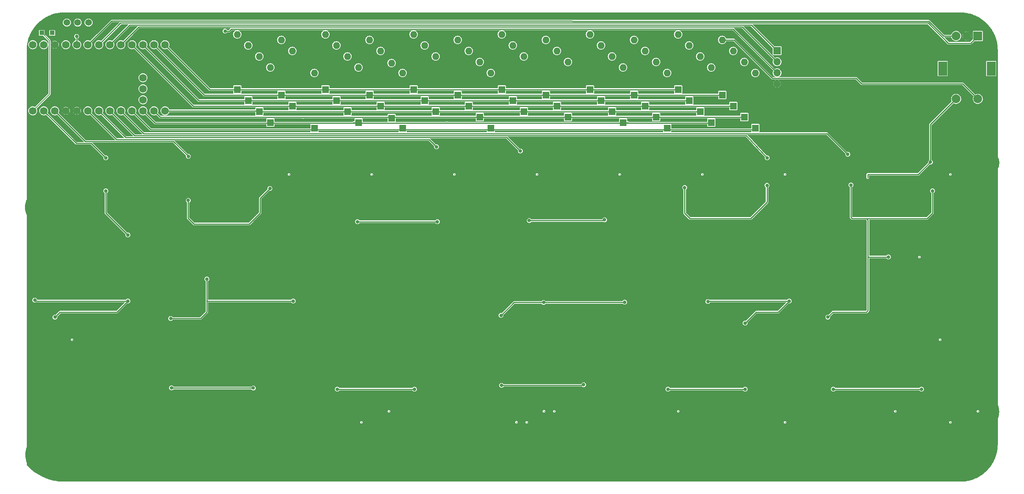
<source format=gbr>
%TF.GenerationSoftware,KiCad,Pcbnew,7.0.2*%
%TF.CreationDate,2023-10-29T18:34:14+01:00*%
%TF.ProjectId,0xcb-static-hs,30786362-2d73-4746-9174-69632d68732e,1.0*%
%TF.SameCoordinates,Original*%
%TF.FileFunction,Copper,L1,Top*%
%TF.FilePolarity,Positive*%
%FSLAX46Y46*%
G04 Gerber Fmt 4.6, Leading zero omitted, Abs format (unit mm)*
G04 Created by KiCad (PCBNEW 7.0.2) date 2023-10-29 18:34:14*
%MOMM*%
%LPD*%
G01*
G04 APERTURE LIST*
%TA.AperFunction,ComponentPad*%
%ADD10R,1.600000X1.600000*%
%TD*%
%TA.AperFunction,ComponentPad*%
%ADD11O,1.600000X1.600000*%
%TD*%
%TA.AperFunction,ComponentPad*%
%ADD12C,1.752600*%
%TD*%
%TA.AperFunction,ComponentPad*%
%ADD13R,1.700000X1.700000*%
%TD*%
%TA.AperFunction,ComponentPad*%
%ADD14O,1.700000X1.700000*%
%TD*%
%TA.AperFunction,ComponentPad*%
%ADD15C,1.524000*%
%TD*%
%TA.AperFunction,ComponentPad*%
%ADD16R,1.000000X1.000000*%
%TD*%
%TA.AperFunction,ComponentPad*%
%ADD17R,2.000000X2.000000*%
%TD*%
%TA.AperFunction,ComponentPad*%
%ADD18C,2.000000*%
%TD*%
%TA.AperFunction,ComponentPad*%
%ADD19R,2.000000X3.200000*%
%TD*%
%TA.AperFunction,ViaPad*%
%ADD20C,0.800000*%
%TD*%
%TA.AperFunction,Conductor*%
%ADD21C,0.200000*%
%TD*%
%TA.AperFunction,Conductor*%
%ADD22C,0.250000*%
%TD*%
G04 APERTURE END LIST*
D10*
%TO.P,D36,1,K*%
%TO.N,ROW5*%
X205549500Y-64262000D03*
D11*
%TO.P,D36,2,A*%
%TO.N,Net-(D36-Pad2)*%
X205549500Y-51562000D03*
%TD*%
D10*
%TO.P,D47,1,K*%
%TO.N,ROW6*%
X197929500Y-65532000D03*
D11*
%TO.P,D47,2,A*%
%TO.N,Net-(D47-Pad2)*%
X197929500Y-52832000D03*
%TD*%
D10*
%TO.P,D20,1,K*%
%TO.N,ROW3*%
X162369500Y-61722000D03*
D11*
%TO.P,D20,2,A*%
%TO.N,Net-(D20-Pad2)*%
X162369500Y-49022000D03*
%TD*%
D12*
%TO.P,U1,1*%
%TO.N,COL0*%
X44126810Y-62825040D03*
%TO.P,U1,2*%
%TO.N,COL1*%
X46666810Y-62825040D03*
%TO.P,U1,3*%
%TO.N,GND*%
X49206810Y-62825040D03*
%TO.P,U1,4*%
X51746810Y-62825040D03*
%TO.P,U1,5*%
%TO.N,COL2*%
X54286810Y-62825040D03*
%TO.P,U1,6*%
%TO.N,COL3*%
X56826810Y-62825040D03*
%TO.P,U1,7*%
%TO.N,COL4*%
X59366810Y-62825040D03*
%TO.P,U1,8*%
%TO.N,COL5*%
X61906810Y-62825040D03*
%TO.P,U1,9*%
%TO.N,ROW7*%
X64446810Y-62825040D03*
%TO.P,U1,10*%
%TO.N,ROW6*%
X66986810Y-62825040D03*
%TO.P,U1,11*%
%TO.N,ROW5*%
X69526810Y-62825040D03*
%TO.P,U1,12*%
%TO.N,ROW4*%
X72066810Y-62825040D03*
%TO.P,U1,13*%
%TO.N,ROW0*%
X72066810Y-47585040D03*
%TO.P,U1,14*%
%TO.N,ROW1*%
X69526810Y-47585040D03*
%TO.P,U1,15*%
%TO.N,ROW2*%
X66986810Y-47585040D03*
%TO.P,U1,16*%
%TO.N,ROW3*%
X64446810Y-47585040D03*
%TO.P,U1,17*%
%TO.N,SCL*%
X61906810Y-47585040D03*
%TO.P,U1,18*%
%TO.N,SDA*%
X59366810Y-47585040D03*
%TO.P,U1,19*%
%TO.N,EA*%
X56826810Y-47585040D03*
%TO.P,U1,20*%
%TO.N,EB*%
X54286810Y-47585040D03*
%TO.P,U1,21*%
%TO.N,+3.3V*%
X51746810Y-47585040D03*
%TO.P,U1,22*%
%TO.N,RST*%
X49206810Y-47585040D03*
%TO.P,U1,23*%
%TO.N,GND*%
X46666810Y-47585040D03*
%TO.P,U1,24*%
%TO.N,N/C*%
X44126810Y-47585040D03*
%TO.P,U1,31*%
X66986810Y-60285040D03*
%TO.P,U1,32*%
X66986810Y-57745040D03*
%TO.P,U1,33*%
X66986810Y-55205040D03*
%TO.P,U1,40*%
%TO.N,BAT-*%
X41586810Y-62825040D03*
%TO.P,U1,41*%
%TO.N,BAT+*%
X41586810Y-47585040D03*
%TD*%
D13*
%TO.P,OL1,1,SDA*%
%TO.N,SDA*%
X213110000Y-48980000D03*
D14*
%TO.P,OL1,2,SCL*%
%TO.N,SCL*%
X213110000Y-51520000D03*
%TO.P,OL1,3,VCC*%
%TO.N,+3.3V*%
X213110000Y-54060000D03*
%TO.P,OL1,4,GND*%
%TO.N,GND*%
X213110000Y-56600000D03*
%TD*%
D10*
%TO.P,D10,1,K*%
%TO.N,ROW1*%
X180149500Y-59182000D03*
D11*
%TO.P,D10,2,A*%
%TO.N,Net-(D10-Pad2)*%
X180149500Y-46482000D03*
%TD*%
D15*
%TO.P,REF\u002A\u002A,1*%
%TO.N,BAT+*%
X51938420Y-42480418D03*
%TO.P,REF\u002A\u002A,2*%
X49438420Y-42480418D03*
%TO.P,REF\u002A\u002A,3*%
%TO.N,N/C*%
X54438420Y-42480418D03*
%TD*%
D10*
%TO.P,D14,1,K*%
%TO.N,ROW3*%
X101409500Y-61722000D03*
D11*
%TO.P,D14,2,A*%
%TO.N,Net-(D14-Pad2)*%
X101409500Y-49022000D03*
%TD*%
D10*
%TO.P,D27,1,K*%
%TO.N,ROW4*%
X114109500Y-62992000D03*
D11*
%TO.P,D27,2,A*%
%TO.N,Net-(D27-Pad2)*%
X114109500Y-50292000D03*
%TD*%
D10*
%TO.P,D28,1,K*%
%TO.N,ROW5*%
X124269500Y-64516000D03*
D11*
%TO.P,D28,2,A*%
%TO.N,Net-(D28-Pad2)*%
X124269500Y-51816000D03*
%TD*%
D10*
%TO.P,D17,1,K*%
%TO.N,ROW2*%
X131889500Y-60452000D03*
D11*
%TO.P,D17,2,A*%
%TO.N,Net-(D17-Pad2)*%
X131889500Y-47752000D03*
%TD*%
D10*
%TO.P,D40,1,K*%
%TO.N,ROW7*%
X126809500Y-66802000D03*
D11*
%TO.P,D40,2,A*%
%TO.N,Net-(D40-Pad2)*%
X126809500Y-54102000D03*
%TD*%
D10*
%TO.P,D32,1,K*%
%TO.N,ROW5*%
X164909500Y-64262000D03*
D11*
%TO.P,D32,2,A*%
%TO.N,Net-(D32-Pad2)*%
X164909500Y-51562000D03*
%TD*%
D10*
%TO.P,D48,1,K*%
%TO.N,ROW7*%
X208089500Y-66802000D03*
D11*
%TO.P,D48,2,A*%
%TO.N,Net-(D48-Pad2)*%
X208089500Y-54102000D03*
%TD*%
D10*
%TO.P,D19,1,K*%
%TO.N,ROW2*%
X152209500Y-60452000D03*
D11*
%TO.P,D19,2,A*%
%TO.N,Net-(D19-Pad2)*%
X152209500Y-47752000D03*
%TD*%
D10*
%TO.P,D35,1,K*%
%TO.N,ROW4*%
X195389500Y-62992000D03*
D11*
%TO.P,D35,2,A*%
%TO.N,Net-(D35-Pad2)*%
X195389500Y-50292000D03*
%TD*%
D10*
%TO.P,D45,1,K*%
%TO.N,ROW6*%
X177609500Y-65532000D03*
D11*
%TO.P,D45,2,A*%
%TO.N,Net-(D45-Pad2)*%
X177609500Y-52832000D03*
%TD*%
D10*
%TO.P,D4,1,K*%
%TO.N,ROW1*%
X119189500Y-59182000D03*
D11*
%TO.P,D4,2,A*%
%TO.N,Net-(D4-Pad2)*%
X119189500Y-46482000D03*
%TD*%
D10*
%TO.P,D22,1,K*%
%TO.N,ROW3*%
X182689500Y-61722000D03*
D11*
%TO.P,D22,2,A*%
%TO.N,Net-(D22-Pad2)*%
X182689500Y-49022000D03*
%TD*%
D10*
%TO.P,D25,1,K*%
%TO.N,ROW4*%
X93789500Y-62992000D03*
D11*
%TO.P,D25,2,A*%
%TO.N,Net-(D25-Pad2)*%
X93789500Y-50292000D03*
%TD*%
D10*
%TO.P,D24,1,K*%
%TO.N,ROW3*%
X203009500Y-61722000D03*
D11*
%TO.P,D24,2,A*%
%TO.N,Net-(D24-Pad2)*%
X203009500Y-49022000D03*
%TD*%
D10*
%TO.P,D9,1,K*%
%TO.N,ROW0*%
X169989500Y-57912000D03*
D11*
%TO.P,D9,2,A*%
%TO.N,Net-(D9-Pad2)*%
X169989500Y-45212000D03*
%TD*%
D10*
%TO.P,D39,1,K*%
%TO.N,ROW6*%
X116649500Y-65532000D03*
D11*
%TO.P,D39,2,A*%
%TO.N,Net-(D39-Pad2)*%
X116649500Y-52832000D03*
%TD*%
D10*
%TO.P,D13,1,K*%
%TO.N,ROW2*%
X91249500Y-60452000D03*
D11*
%TO.P,D13,2,A*%
%TO.N,Net-(D13-Pad2)*%
X91249500Y-47752000D03*
%TD*%
D10*
%TO.P,D12,1,K*%
%TO.N,ROW1*%
X200469500Y-59182000D03*
D11*
%TO.P,D12,2,A*%
%TO.N,Net-(D12-Pad2)*%
X200469500Y-46482000D03*
%TD*%
D10*
%TO.P,D7,1,K*%
%TO.N,ROW0*%
X149669500Y-57912000D03*
D11*
%TO.P,D7,2,A*%
%TO.N,Net-(D7-Pad2)*%
X149669500Y-45212000D03*
%TD*%
D10*
%TO.P,D3,1,K*%
%TO.N,ROW0*%
X109029500Y-57912000D03*
D11*
%TO.P,D3,2,A*%
%TO.N,Net-(D3-Pad2)*%
X109029500Y-45212000D03*
%TD*%
D10*
%TO.P,D5,1,K*%
%TO.N,ROW0*%
X129349500Y-57912000D03*
D11*
%TO.P,D5,2,A*%
%TO.N,Net-(D5-Pad2)*%
X129349500Y-45212000D03*
%TD*%
D16*
%TO.P,B+,1*%
%TO.N,BAT+*%
X46060848Y-44862345D03*
%TD*%
D10*
%TO.P,D8,1,K*%
%TO.N,ROW1*%
X159829500Y-59182000D03*
D11*
%TO.P,D8,2,A*%
%TO.N,Net-(D8-Pad2)*%
X159829500Y-46482000D03*
%TD*%
D10*
%TO.P,D16,1,K*%
%TO.N,ROW3*%
X121729500Y-61722000D03*
D11*
%TO.P,D16,2,A*%
%TO.N,Net-(D16-Pad2)*%
X121729500Y-49022000D03*
%TD*%
D10*
%TO.P,D6,1,K*%
%TO.N,ROW1*%
X139509500Y-59182000D03*
D11*
%TO.P,D6,2,A*%
%TO.N,Net-(D6-Pad2)*%
X139509500Y-46482000D03*
%TD*%
D10*
%TO.P,D15,1,K*%
%TO.N,ROW2*%
X111569500Y-60452000D03*
D11*
%TO.P,D15,2,A*%
%TO.N,Net-(D15-Pad2)*%
X111569500Y-47752000D03*
%TD*%
D10*
%TO.P,D23,1,K*%
%TO.N,ROW2*%
X192849500Y-60452000D03*
D11*
%TO.P,D23,2,A*%
%TO.N,Net-(D23-Pad2)*%
X192849500Y-47752000D03*
%TD*%
D10*
%TO.P,D31,1,K*%
%TO.N,ROW4*%
X154749500Y-62992000D03*
D11*
%TO.P,D31,2,A*%
%TO.N,Net-(D31-Pad2)*%
X154749500Y-50292000D03*
%TD*%
D10*
%TO.P,D29,1,K*%
%TO.N,ROW4*%
X134429500Y-62992000D03*
D11*
%TO.P,D29,2,A*%
%TO.N,Net-(D29-Pad2)*%
X134429500Y-50292000D03*
%TD*%
D10*
%TO.P,D1,1,K*%
%TO.N,ROW0*%
X88709500Y-57912000D03*
D11*
%TO.P,D1,2,A*%
%TO.N,Net-(D1-Pad2)*%
X88709500Y-45212000D03*
%TD*%
D10*
%TO.P,D18,1,K*%
%TO.N,ROW3*%
X142049500Y-61722000D03*
D11*
%TO.P,D18,2,A*%
%TO.N,Net-(D18-Pad2)*%
X142049500Y-49022000D03*
%TD*%
D10*
%TO.P,D46,1,K*%
%TO.N,ROW7*%
X187769500Y-66802000D03*
D11*
%TO.P,D46,2,A*%
%TO.N,Net-(D46-Pad2)*%
X187769500Y-54102000D03*
%TD*%
D10*
%TO.P,D38,1,K*%
%TO.N,ROW7*%
X106489500Y-66802000D03*
D11*
%TO.P,D38,2,A*%
%TO.N,Net-(D38-Pad2)*%
X106489500Y-54102000D03*
%TD*%
D10*
%TO.P,D30,1,K*%
%TO.N,ROW5*%
X144589500Y-64262000D03*
D11*
%TO.P,D30,2,A*%
%TO.N,Net-(D30-Pad2)*%
X144589500Y-51562000D03*
%TD*%
D10*
%TO.P,D21,1,K*%
%TO.N,ROW2*%
X172529500Y-60452000D03*
D11*
%TO.P,D21,2,A*%
%TO.N,Net-(D21-Pad2)*%
X172529500Y-47752000D03*
%TD*%
D10*
%TO.P,D2,1,K*%
%TO.N,ROW1*%
X98869500Y-59182000D03*
D11*
%TO.P,D2,2,A*%
%TO.N,Net-(D2-Pad2)*%
X98869500Y-46482000D03*
%TD*%
D16*
%TO.P,B-,1*%
%TO.N,BAT-*%
X43649267Y-44862345D03*
%TD*%
D10*
%TO.P,D34,1,K*%
%TO.N,ROW5*%
X185229500Y-64262000D03*
D11*
%TO.P,D34,2,A*%
%TO.N,Net-(D34-Pad2)*%
X185229500Y-51562000D03*
%TD*%
D10*
%TO.P,D33,1,K*%
%TO.N,ROW4*%
X175069500Y-62992000D03*
D11*
%TO.P,D33,2,A*%
%TO.N,Net-(D33-Pad2)*%
X175069500Y-50292000D03*
%TD*%
D17*
%TO.P,MX12,A,A*%
%TO.N,EA*%
X259357500Y-45582000D03*
D18*
%TO.P,MX12,B,B*%
%TO.N,EB*%
X254357500Y-45582000D03*
%TO.P,MX12,C,C*%
%TO.N,GND*%
X256857500Y-45582000D03*
D19*
%TO.P,MX12,MP*%
%TO.N,N/C*%
X262457500Y-53082000D03*
X251257500Y-53082000D03*
D18*
%TO.P,MX12,S1,S1*%
%TO.N,COL5*%
X254357500Y-60082000D03*
%TO.P,MX12,S2,S2*%
%TO.N,Net-(D12-Pad2)*%
X259357500Y-60082000D03*
%TD*%
D10*
%TO.P,D42,1,K*%
%TO.N,ROW7*%
X147129500Y-66802000D03*
D11*
%TO.P,D42,2,A*%
%TO.N,Net-(D42-Pad2)*%
X147129500Y-54102000D03*
%TD*%
D10*
%TO.P,D11,1,K*%
%TO.N,ROW0*%
X190309500Y-57912000D03*
D11*
%TO.P,D11,2,A*%
%TO.N,Net-(D11-Pad2)*%
X190309500Y-45212000D03*
%TD*%
D10*
%TO.P,D37,1,K*%
%TO.N,ROW6*%
X96329500Y-65532000D03*
D11*
%TO.P,D37,2,A*%
%TO.N,Net-(D37-Pad2)*%
X96329500Y-52832000D03*
%TD*%
D20*
%TO.N,+3.3V*%
X85896056Y-44461760D03*
X51711900Y-45670824D03*
%TO.N,GND*%
X106830000Y-84890000D03*
X55880000Y-125476000D03*
X185166000Y-111760000D03*
%TO.N,COL0*%
X42039425Y-106465550D03*
X58420000Y-73660000D03*
X58420000Y-81280000D03*
X63500000Y-106680000D03*
X63500000Y-91440000D03*
X46698988Y-110392055D03*
%TO.N,COL1*%
X81707528Y-101600000D03*
X73560000Y-126691776D03*
X77405174Y-83465799D03*
X96249412Y-80716991D03*
X77437351Y-73329758D03*
X101600000Y-106680000D03*
X73377681Y-110695030D03*
X92397605Y-126722134D03*
%TO.N,COL2*%
X134620000Y-71120000D03*
X134826488Y-88392443D03*
X129540000Y-127000000D03*
X111760000Y-127000000D03*
X116412786Y-88392443D03*
%TO.N,COL3*%
X149600696Y-126112086D03*
X155979583Y-88112442D03*
X173333504Y-87946851D03*
X153939176Y-72080426D03*
X177982968Y-106944945D03*
X159304320Y-107001900D03*
X149501342Y-109991816D03*
X168511171Y-125946495D03*
%TO.N,COL4*%
X205740000Y-127000000D03*
X191810170Y-80518282D03*
X205740000Y-111760000D03*
X210786881Y-80021509D03*
X210820000Y-73660000D03*
X215900000Y-106680000D03*
X187960000Y-127000000D03*
X197149473Y-106789453D03*
%TO.N,COL5*%
X230126256Y-79922155D03*
X248920000Y-81280000D03*
X246380000Y-127000000D03*
X229380566Y-72846070D03*
X224801509Y-110369036D03*
X238760000Y-96520000D03*
X226060000Y-127000000D03*
X248431105Y-74656532D03*
%TD*%
D21*
%TO.N,BAT-*%
X45442693Y-58969157D02*
X41586810Y-62825040D01*
X45442693Y-46655771D02*
X45442693Y-58969157D01*
X43649267Y-44862345D02*
X45442693Y-46655771D01*
D22*
%TO.N,+3.3V*%
X86856240Y-44461760D02*
X87376000Y-43942000D01*
X51711900Y-45670824D02*
X51746810Y-45705734D01*
X202986000Y-43942000D02*
X213104000Y-54060000D01*
X85896056Y-44461760D02*
X86856240Y-44461760D01*
X87376000Y-43942000D02*
X202986000Y-43942000D01*
X51746810Y-45705734D02*
X51746810Y-47585040D01*
X213104000Y-54060000D02*
X213110000Y-54060000D01*
%TO.N,GND*%
X49256026Y-44995824D02*
X56310340Y-44995824D01*
X252998400Y-41722900D02*
X256857500Y-45582000D01*
X63969925Y-46433740D02*
X63295510Y-47108155D01*
X72543695Y-46433740D02*
X63969925Y-46433740D01*
X82709955Y-56600000D02*
X72543695Y-46433740D01*
X63295510Y-48736340D02*
X49206810Y-62825040D01*
X213110000Y-56600000D02*
X82709955Y-56600000D01*
X56310340Y-44995824D02*
X59583264Y-41722900D01*
X59583264Y-41722900D02*
X252998400Y-41722900D01*
X63295510Y-47108155D02*
X63295510Y-48736340D01*
X46666810Y-47585040D02*
X49256026Y-44995824D01*
%TO.N,ROW0*%
X129349500Y-57912000D02*
X109029500Y-57912000D01*
X169989500Y-57912000D02*
X149669500Y-57912000D01*
X190309500Y-57912000D02*
X169989500Y-57912000D01*
X72066810Y-47585040D02*
X82393770Y-57912000D01*
X109029500Y-57912000D02*
X88709500Y-57912000D01*
X149669500Y-57912000D02*
X129349500Y-57912000D01*
X190310000Y-57912000D02*
X190309500Y-57912000D01*
X82393770Y-57912000D02*
X88709500Y-57912000D01*
%TO.N,ROW1*%
X159829500Y-59182000D02*
X139509500Y-59182000D01*
X69526810Y-47585040D02*
X81123770Y-59182000D01*
X200469500Y-59182000D02*
X180149500Y-59182000D01*
X119189500Y-59182000D02*
X98869500Y-59182000D01*
X180149500Y-59182000D02*
X159829500Y-59182000D01*
X200470000Y-59182000D02*
X200469500Y-59182000D01*
X81123770Y-59182000D02*
X98869500Y-59182000D01*
X139509500Y-59182000D02*
X119189500Y-59182000D01*
%TO.N,ROW2*%
X172529500Y-60452000D02*
X152209500Y-60452000D01*
X79853770Y-60452000D02*
X91249500Y-60452000D01*
X131889500Y-60452000D02*
X111569500Y-60452000D01*
X192850000Y-60452000D02*
X192849500Y-60452000D01*
X111569500Y-60452000D02*
X91249500Y-60452000D01*
X66986810Y-47585040D02*
X79853770Y-60452000D01*
X152209500Y-60452000D02*
X131889500Y-60452000D01*
X192849500Y-60452000D02*
X172529500Y-60452000D01*
%TO.N,ROW3*%
X203009500Y-61722000D02*
X182689500Y-61722000D01*
X64446810Y-47585040D02*
X78583770Y-61722000D01*
X142049500Y-61722000D02*
X121729500Y-61722000D01*
X162369500Y-61722000D02*
X142049500Y-61722000D01*
X78583770Y-61722000D02*
X101409500Y-61722000D01*
X203010000Y-61722000D02*
X203009500Y-61722000D01*
X182689500Y-61722000D02*
X162369500Y-61722000D01*
X121729500Y-61722000D02*
X101409500Y-61722000D01*
%TO.N,ROW4*%
X114109500Y-62992000D02*
X93789500Y-62992000D01*
X134429500Y-62992000D02*
X114109500Y-62992000D01*
X175069500Y-62992000D02*
X154749500Y-62992000D01*
X93622540Y-62825040D02*
X93789500Y-62992000D01*
X195389500Y-62992000D02*
X175069500Y-62992000D01*
X154749500Y-62992000D02*
X134429500Y-62992000D01*
X72066810Y-62825040D02*
X93622540Y-62825040D01*
X195390000Y-62992000D02*
X195389500Y-62992000D01*
%TO.N,ROW5*%
X205550000Y-64262000D02*
X205549500Y-64262000D01*
X69526810Y-62825040D02*
X70963770Y-64262000D01*
X164909500Y-64262000D02*
X144589500Y-64262000D01*
X144589500Y-64262000D02*
X124270000Y-64262000D01*
X124270000Y-64389000D02*
X124269500Y-64389500D01*
X124269500Y-64389500D02*
X124269500Y-64516000D01*
X185229500Y-64262000D02*
X164909500Y-64262000D01*
X70963770Y-64262000D02*
X104048000Y-64262000D01*
X124270000Y-64389000D02*
X124270000Y-64262000D01*
X124270000Y-64516000D02*
X124270000Y-64389000D01*
X124270000Y-64262000D02*
X104048000Y-64262000D01*
X205549500Y-64262000D02*
X185229500Y-64262000D01*
X104048000Y-64262000D02*
X103940000Y-64370000D01*
%TO.N,Net-(D12-Pad2)*%
X212018700Y-55330000D02*
X231340200Y-55330000D01*
X203170700Y-46482000D02*
X212018700Y-55330000D01*
X200469500Y-46482000D02*
X203170700Y-46482000D01*
X232597900Y-56587700D02*
X255863200Y-56587700D01*
X231340200Y-55330000D02*
X232597900Y-56587700D01*
X255863200Y-56587700D02*
X259357500Y-60082000D01*
%TO.N,ROW6*%
X115524000Y-65532000D02*
X115416000Y-65640500D01*
X178843000Y-65640500D02*
X157290000Y-65640500D01*
X197821000Y-65640500D02*
X197930000Y-65532200D01*
X116650000Y-65532000D02*
X116649500Y-65532000D01*
X157290000Y-65640500D02*
X136879500Y-65640500D01*
X136879500Y-65640500D02*
X115416000Y-65640500D01*
X115416000Y-65640500D02*
X96221000Y-65640500D01*
X178735000Y-65532000D02*
X178843000Y-65640500D01*
X178843000Y-65640500D02*
X197821000Y-65640500D01*
X177610000Y-65532000D02*
X177609500Y-65532000D01*
X66986810Y-62825040D02*
X69802270Y-65640500D01*
X197930000Y-65532200D02*
X197929700Y-65532200D01*
X136879500Y-65640500D02*
X136980000Y-65540000D01*
X116649500Y-65532000D02*
X115524000Y-65532000D01*
X96221000Y-65640500D02*
X96329500Y-65532000D01*
X197929700Y-65532200D02*
X197929500Y-65532000D01*
X69802270Y-65640500D02*
X96221000Y-65640500D01*
X177610000Y-65532000D02*
X178735000Y-65532000D01*
%TO.N,ROW7*%
X106490000Y-66802000D02*
X106490000Y-66983200D01*
X147129500Y-66982700D02*
X147129500Y-66802000D01*
X187769500Y-66982700D02*
X187769500Y-66802000D01*
X126810000Y-66802000D02*
X126810000Y-66983200D01*
X126809500Y-66982700D02*
X126809500Y-66802000D01*
X187770000Y-67164500D02*
X187770000Y-66983200D01*
X126810000Y-67164500D02*
X106490000Y-67164500D01*
X147130000Y-66802000D02*
X147130000Y-66983200D01*
X68786270Y-67164500D02*
X106490000Y-67164500D01*
X147130000Y-66983200D02*
X147130000Y-67164500D01*
X208089800Y-66802000D02*
X208090000Y-66802200D01*
X187770000Y-66983200D02*
X187770000Y-66802000D01*
X167449800Y-67164500D02*
X167460000Y-67154300D01*
X106490000Y-66983200D02*
X106490000Y-67164500D01*
X207727000Y-67164500D02*
X208090000Y-66802200D01*
X147130000Y-66983200D02*
X147129500Y-66982700D01*
X126810000Y-66983200D02*
X126809500Y-66982700D01*
X208089500Y-66802000D02*
X208089800Y-66802000D01*
X187770000Y-67164500D02*
X167449800Y-67164500D01*
X187770000Y-67164500D02*
X207727000Y-67164500D01*
X106490000Y-66983200D02*
X106489500Y-66982700D01*
X187770000Y-66983200D02*
X187769500Y-66982700D01*
X126810000Y-66983200D02*
X126810000Y-67164500D01*
X106489500Y-66982700D02*
X106489500Y-66802000D01*
X167449800Y-67164500D02*
X147130000Y-67164500D01*
X147130000Y-67164500D02*
X126810000Y-67164500D01*
X64446810Y-62825040D02*
X68786270Y-67164500D01*
%TO.N,Net-(D40-Pad2)*%
X123666000Y-132080000D02*
X123666300Y-132080000D01*
%TO.N,Net-(D41-Pad2)*%
X190341000Y-132080000D02*
X190341300Y-132080000D01*
%TO.N,Net-(D42-Pad2)*%
X159390000Y-132080000D02*
X159400000Y-132070000D01*
X161766000Y-132080000D02*
X161766300Y-132080000D01*
%TO.N,COL0*%
X55069115Y-70309115D02*
X51610885Y-70309115D01*
X47871043Y-109220000D02*
X46698988Y-110392055D01*
X63500000Y-106680000D02*
X60960000Y-109220000D01*
X63500000Y-106680000D02*
X42253875Y-106680000D01*
X50641200Y-115570000D02*
X50641300Y-115570000D01*
X58420000Y-73660000D02*
X55069115Y-70309115D01*
X58420000Y-86360000D02*
X63500000Y-91440000D01*
X60960000Y-109220000D02*
X47871043Y-109220000D01*
X42253875Y-106680000D02*
X42039425Y-106465550D01*
X51610885Y-70309115D02*
X44126810Y-62825040D01*
X58420000Y-81280000D02*
X58420000Y-86360000D01*
%TO.N,COL1*%
X53711870Y-69870100D02*
X73997600Y-69870100D01*
X73590358Y-126722134D02*
X92397605Y-126722134D01*
X80232498Y-110695030D02*
X73377681Y-110695030D01*
X77437351Y-73329758D02*
X77457258Y-73329758D01*
X100647500Y-77470000D02*
X100648000Y-77470000D01*
X73997600Y-69870100D02*
X77437351Y-73309851D01*
X81707528Y-109220000D02*
X80232498Y-110695030D01*
X81707528Y-106680000D02*
X81707528Y-109220000D01*
X117316000Y-134620000D02*
X117316300Y-134620000D01*
X81707528Y-106680000D02*
X101600000Y-106680000D01*
X81707528Y-101600000D02*
X81707528Y-106680000D01*
X46666810Y-62825040D02*
X53711870Y-69870100D01*
X77437351Y-73309851D02*
X77437351Y-73329758D01*
X78740000Y-88900000D02*
X77405174Y-87565174D01*
X77405174Y-87565174D02*
X77405174Y-83465799D01*
X96249412Y-80716991D02*
X93980000Y-82986403D01*
X73560000Y-126691776D02*
X73590358Y-126722134D01*
X93980000Y-86360000D02*
X91440000Y-88900000D01*
X91440000Y-88900000D02*
X78740000Y-88900000D01*
X93980000Y-82986403D02*
X93980000Y-86360000D01*
%TO.N,COL2*%
X54286810Y-62825040D02*
X60882370Y-69420600D01*
X138747500Y-77470000D02*
X138748000Y-77470000D01*
X153050000Y-134610000D02*
X153050000Y-134620000D01*
X132920600Y-69420600D02*
X134620000Y-71120000D01*
X60882370Y-69420600D02*
X132920600Y-69420600D01*
X155416000Y-134620000D02*
X155416300Y-134620000D01*
X129540000Y-127000000D02*
X111760000Y-127000000D01*
X119698000Y-77470000D02*
X119697500Y-77470000D01*
X116412786Y-88392443D02*
X134826488Y-88392443D01*
%TO.N,COL3*%
X168345580Y-126112086D02*
X168511171Y-125946495D01*
X56826810Y-62825040D02*
X62972770Y-68971000D01*
X159304320Y-107001900D02*
X152491258Y-107001900D01*
X152491258Y-107001900D02*
X149501342Y-109991816D01*
X149600696Y-126112086D02*
X168345580Y-126112086D01*
X157798000Y-77470000D02*
X157797500Y-77470000D01*
X155979583Y-88112442D02*
X173167913Y-88112442D01*
X177926013Y-107001900D02*
X159304320Y-107001900D01*
X62972770Y-68971000D02*
X150829750Y-68971000D01*
X173167913Y-88112442D02*
X173333504Y-87946851D01*
X176847500Y-77470000D02*
X176848000Y-77470000D01*
X150829750Y-68971000D02*
X153939176Y-72080426D01*
X177982968Y-106944945D02*
X177926013Y-107001900D01*
%TO.N,COL4*%
X214947500Y-77470000D02*
X214948000Y-77470000D01*
X210786881Y-80021509D02*
X210786881Y-83853119D01*
X59366810Y-62825040D02*
X65063270Y-68521500D01*
X191810170Y-86400170D02*
X191810170Y-80518282D01*
X205999000Y-68521500D02*
X210820000Y-73660000D01*
X207010000Y-87630000D02*
X193040000Y-87630000D01*
X214948000Y-134620000D02*
X214947500Y-134620000D01*
X215900000Y-106680000D02*
X197258926Y-106680000D01*
X197258926Y-106680000D02*
X197149473Y-106789453D01*
X195897500Y-77470000D02*
X195898000Y-77470000D01*
X213360000Y-109220000D02*
X208280000Y-109220000D01*
X205740000Y-127000000D02*
X187960000Y-127000000D01*
X205740000Y-111760000D02*
X208280000Y-109220000D01*
X65063270Y-68521500D02*
X205999000Y-68521500D01*
X193040000Y-87630000D02*
X191810170Y-86400170D01*
X215900000Y-106680000D02*
X213360000Y-109220000D01*
X210786881Y-83853119D02*
X207010000Y-87630000D01*
%TO.N,COL5*%
X234061000Y-88011000D02*
X233680000Y-87630000D01*
X230382512Y-87630000D02*
X233680000Y-87630000D01*
X67153770Y-68072000D02*
X224600000Y-68072000D01*
X233680000Y-87630000D02*
X247650000Y-87630000D01*
X250666000Y-115570000D02*
X250666300Y-115570000D01*
X233998000Y-78252400D02*
X233998000Y-78251900D01*
X253047500Y-77470000D02*
X253048000Y-77470000D01*
X226060000Y-127000000D02*
X246380000Y-127000000D01*
X245617637Y-77470000D02*
X248431105Y-74656532D01*
X234061000Y-96520000D02*
X234061000Y-108839000D01*
X233997500Y-77470000D02*
X233998000Y-77470000D01*
X225950545Y-109220000D02*
X224801509Y-110369036D01*
X248920000Y-81280000D02*
X248920000Y-86360000D01*
X233998000Y-78251900D02*
X233998000Y-77470000D01*
X238760000Y-96520000D02*
X234061000Y-96520000D01*
X233680000Y-109220000D02*
X225950545Y-109220000D01*
X248920000Y-86360000D02*
X247650000Y-87630000D01*
X233998000Y-78251900D02*
X233998000Y-77470000D01*
X248431105Y-66008395D02*
X254357500Y-60082000D01*
X224600000Y-68072000D02*
X229374070Y-72846070D01*
X229374070Y-72846070D02*
X229380566Y-72846070D01*
X253047500Y-134620000D02*
X253048000Y-134620000D01*
X230382512Y-87630000D02*
X230126256Y-87373744D01*
X61906810Y-62825040D02*
X67153770Y-68072000D01*
X233998000Y-78252400D02*
X233998000Y-78251900D01*
X234061000Y-108839000D02*
X233680000Y-109220000D01*
X245904000Y-96520000D02*
X245903800Y-96520000D01*
X229380566Y-72852566D02*
X229380566Y-72846070D01*
X248431105Y-74656532D02*
X248431105Y-66008395D01*
X230126256Y-87373744D02*
X230126256Y-79922155D01*
X233997500Y-77470000D02*
X245617637Y-77470000D01*
X234061000Y-96520000D02*
X234061000Y-88011000D01*
%TO.N,EB*%
X247904000Y-42164000D02*
X248061000Y-42164000D01*
X254357500Y-45582000D02*
X254358000Y-45582000D01*
X248061000Y-42164000D02*
X251479000Y-45582000D01*
X251479000Y-45582000D02*
X254357500Y-45582000D01*
X59748950Y-42122900D02*
X54286810Y-47585040D01*
X85138300Y-42122900D02*
X247904000Y-42164000D01*
X85138300Y-42122900D02*
X59748950Y-42122900D01*
%TO.N,EA*%
X56826810Y-47585040D02*
X61839450Y-42572400D01*
X252576000Y-47244000D02*
X257696000Y-47244000D01*
X259357500Y-45582500D02*
X259358000Y-45582000D01*
X61839450Y-42572400D02*
X247904000Y-42572400D01*
X259357500Y-45582500D02*
X259357500Y-45582000D01*
X257696000Y-47244000D02*
X259357500Y-45582500D01*
X247904000Y-42572400D02*
X252576000Y-47244000D01*
%TO.N,SDA*%
X63929850Y-43022000D02*
X207146000Y-43022000D01*
X207146000Y-43022000D02*
X213106000Y-48982000D01*
X59366810Y-47585040D02*
X63929850Y-43022000D01*
%TO.N,SCL*%
X66020350Y-43471500D02*
X205056000Y-43471500D01*
X213104000Y-51520000D02*
X213110000Y-51520000D01*
X61906810Y-47585040D02*
X66020350Y-43471500D01*
X213041000Y-51457000D02*
X213104000Y-51520000D01*
X205056000Y-43471500D02*
X213041000Y-51457000D01*
%TO.N,Net-(D47-Pad2)*%
X240348000Y-132080000D02*
X240347500Y-132080000D01*
%TO.N,Net-(D48-Pad2)*%
X259397500Y-132080000D02*
X259398000Y-132080000D01*
%TD*%
%TA.AperFunction,Conductor*%
%TO.N,GND*%
G36*
X255317580Y-40143072D02*
G01*
X255317584Y-40143074D01*
X255322426Y-40143074D01*
X255322726Y-40143074D01*
X255323109Y-40143080D01*
X255673819Y-40154562D01*
X255892137Y-40162022D01*
X255892790Y-40162065D01*
X256207792Y-40193090D01*
X256466550Y-40219693D01*
X256467180Y-40219777D01*
X256771306Y-40269989D01*
X257035796Y-40315593D01*
X257036401Y-40315716D01*
X257333191Y-40384919D01*
X257597361Y-40449296D01*
X257597880Y-40449438D01*
X257887727Y-40537362D01*
X258148661Y-40620180D01*
X258149208Y-40620370D01*
X258431581Y-40726648D01*
X258687323Y-40827501D01*
X258687794Y-40827699D01*
X258961949Y-40951918D01*
X259188644Y-41059730D01*
X259210880Y-41070305D01*
X259211367Y-41070551D01*
X259456530Y-41201594D01*
X259476206Y-41212111D01*
X259476424Y-41212230D01*
X259717069Y-41347538D01*
X259717428Y-41347750D01*
X259866610Y-41440518D01*
X259972210Y-41506185D01*
X259972449Y-41506338D01*
X260203530Y-41657904D01*
X260203928Y-41658177D01*
X260447519Y-41832732D01*
X260447774Y-41832919D01*
X260668228Y-42000094D01*
X260668518Y-42000324D01*
X260900164Y-42190431D01*
X260900296Y-42190543D01*
X261082787Y-42349667D01*
X261108921Y-42372455D01*
X261109230Y-42372734D01*
X261327794Y-42577441D01*
X261328069Y-42577707D01*
X261523789Y-42773427D01*
X261524055Y-42773702D01*
X261718864Y-42981698D01*
X261728759Y-42992262D01*
X261729032Y-42992564D01*
X261910933Y-43201177D01*
X261911115Y-43201392D01*
X262068297Y-43392918D01*
X262101130Y-43432925D01*
X262101402Y-43433268D01*
X262268608Y-43653761D01*
X262268746Y-43653950D01*
X262322835Y-43729431D01*
X262443318Y-43897566D01*
X262443591Y-43897964D01*
X262595168Y-44129060D01*
X262595321Y-44129299D01*
X262669360Y-44248362D01*
X262747142Y-44373446D01*
X262753718Y-44384020D01*
X262753980Y-44384464D01*
X262889267Y-44625072D01*
X262889387Y-44625291D01*
X263030948Y-44890134D01*
X263031196Y-44890624D01*
X263149578Y-45139544D01*
X263273784Y-45413672D01*
X263274011Y-45414209D01*
X263374860Y-45669942D01*
X263481122Y-45952273D01*
X263481324Y-45952855D01*
X263564141Y-46213787D01*
X263652044Y-46503562D01*
X263652215Y-46504188D01*
X263716599Y-46768385D01*
X263785771Y-47065047D01*
X263785907Y-47065716D01*
X263831540Y-47330376D01*
X263881712Y-47634260D01*
X263881807Y-47634969D01*
X263908440Y-47894026D01*
X263939430Y-48208660D01*
X263939479Y-48209407D01*
X263946957Y-48428269D01*
X263958418Y-48778327D01*
X263958424Y-48778710D01*
X263958424Y-48783915D01*
X263958426Y-48783920D01*
X263958426Y-73355176D01*
X263958542Y-73355458D01*
X263958542Y-73355459D01*
X263961070Y-73356502D01*
X263961044Y-73356563D01*
X263967033Y-73359044D01*
X263969441Y-73362542D01*
X263996877Y-73423910D01*
X264108097Y-73677182D01*
X264108507Y-73678258D01*
X264153566Y-73816387D01*
X264214861Y-74017661D01*
X264215110Y-74018628D01*
X264248113Y-74173305D01*
X264248187Y-74173682D01*
X264283053Y-74368185D01*
X264283172Y-74369021D01*
X264300243Y-74530834D01*
X264300288Y-74531371D01*
X264311734Y-74724713D01*
X264311754Y-74725404D01*
X264311755Y-74889337D01*
X264311735Y-74890028D01*
X264300292Y-75083379D01*
X264300247Y-75083915D01*
X264283179Y-75245723D01*
X264283060Y-75246560D01*
X264248200Y-75441052D01*
X264248126Y-75441429D01*
X264215124Y-75596112D01*
X264214875Y-75597079D01*
X264153580Y-75798370D01*
X264108533Y-75936471D01*
X264108122Y-75937548D01*
X263995494Y-76193986D01*
X263969472Y-76252196D01*
X263962967Y-76258350D01*
X263959033Y-76259076D01*
X263958542Y-76259278D01*
X263958542Y-76259279D01*
X263958426Y-76259561D01*
X263958426Y-130475034D01*
X263957785Y-130477055D01*
X263958349Y-130478416D01*
X263958555Y-130478949D01*
X263990189Y-130567353D01*
X264094677Y-130864322D01*
X264094954Y-130865223D01*
X264139577Y-131034511D01*
X264196859Y-131266962D01*
X264197027Y-131267761D01*
X264229248Y-131453442D01*
X264229297Y-131453752D01*
X264261976Y-131677597D01*
X264262056Y-131678283D01*
X264278628Y-131870707D01*
X264278657Y-131871146D01*
X264289388Y-132093064D01*
X264289402Y-132093629D01*
X264289401Y-132288039D01*
X264289387Y-132288604D01*
X264278655Y-132510487D01*
X264278626Y-132510926D01*
X264262049Y-132703390D01*
X264261969Y-132704076D01*
X264229288Y-132927902D01*
X264229239Y-132928212D01*
X264197017Y-133113890D01*
X264196849Y-133114690D01*
X264139555Y-133347171D01*
X264094931Y-133516450D01*
X264094655Y-133517351D01*
X263991379Y-133810916D01*
X263958328Y-133903275D01*
X263958149Y-133903742D01*
X263958003Y-133904099D01*
X263958426Y-133906176D01*
X263958426Y-139689226D01*
X263958420Y-139689609D01*
X263946956Y-140039748D01*
X263939479Y-140258588D01*
X263939430Y-140259336D01*
X263908429Y-140574087D01*
X263881810Y-140833011D01*
X263881715Y-140833720D01*
X263831518Y-141137758D01*
X263785911Y-141402264D01*
X263785775Y-141402933D01*
X263716587Y-141699665D01*
X263652216Y-141963808D01*
X263652045Y-141964434D01*
X263564146Y-142254197D01*
X263481324Y-142515144D01*
X263481122Y-142515725D01*
X263374861Y-142798055D01*
X263274012Y-143053788D01*
X263273785Y-143054325D01*
X263149585Y-143328440D01*
X263031193Y-143577380D01*
X263030945Y-143577870D01*
X262889387Y-143842706D01*
X262889267Y-143842925D01*
X262753986Y-144083524D01*
X262753724Y-144083968D01*
X262595313Y-144338710D01*
X262595160Y-144338949D01*
X262443594Y-144570030D01*
X262443321Y-144570428D01*
X262268766Y-144814019D01*
X262268579Y-144814274D01*
X262101426Y-145034700D01*
X262101147Y-145035052D01*
X261911122Y-145266599D01*
X261910896Y-145266866D01*
X261729043Y-145475421D01*
X261728764Y-145475730D01*
X261524057Y-145694294D01*
X261523791Y-145694569D01*
X261328071Y-145890289D01*
X261327796Y-145890555D01*
X261109236Y-146095259D01*
X261108927Y-146095538D01*
X260900348Y-146277410D01*
X260900081Y-146277636D01*
X260668573Y-146467630D01*
X260668221Y-146467909D01*
X260447764Y-146635088D01*
X260447509Y-146635275D01*
X260203932Y-146809818D01*
X260203534Y-146810091D01*
X259972438Y-146961668D01*
X259972199Y-146961821D01*
X259717478Y-147120218D01*
X259717034Y-147120480D01*
X259476426Y-147255767D01*
X259476207Y-147255887D01*
X259211364Y-147397448D01*
X259210874Y-147397696D01*
X258961955Y-147516078D01*
X258687826Y-147640284D01*
X258687289Y-147640511D01*
X258431557Y-147741360D01*
X258149225Y-147847622D01*
X258148643Y-147847824D01*
X257887712Y-147930641D01*
X257597936Y-148018544D01*
X257597310Y-148018715D01*
X257333114Y-148083099D01*
X257036451Y-148152271D01*
X257035782Y-148152407D01*
X256771123Y-148198040D01*
X256467238Y-148248212D01*
X256466529Y-148248307D01*
X256207473Y-148274940D01*
X255892838Y-148305930D01*
X255892091Y-148305979D01*
X255673230Y-148313457D01*
X255323172Y-148324918D01*
X255322789Y-148324924D01*
X255317585Y-148324924D01*
X255317580Y-148324926D01*
X48847414Y-148324926D01*
X48847387Y-148324915D01*
X48842264Y-148324925D01*
X48841927Y-148324921D01*
X48592056Y-148318220D01*
X48178096Y-148306290D01*
X48177464Y-148306255D01*
X47862648Y-148280102D01*
X47507379Y-148248438D01*
X47506797Y-148248371D01*
X47182762Y-148203052D01*
X46841139Y-148151780D01*
X46840609Y-148151688D01*
X46515123Y-148087391D01*
X46181580Y-148016630D01*
X46181101Y-148016518D01*
X45857442Y-147933494D01*
X45530930Y-147843435D01*
X45530503Y-147843308D01*
X45210902Y-147741925D01*
X45210657Y-147741845D01*
X44891370Y-147632764D01*
X44890996Y-147632629D01*
X44576902Y-147513236D01*
X44576619Y-147513124D01*
X44264997Y-147385291D01*
X44264673Y-147385152D01*
X43957570Y-147248257D01*
X43957252Y-147248109D01*
X43653902Y-147101812D01*
X43653629Y-147101677D01*
X43354837Y-146947866D01*
X43354486Y-146947677D01*
X43059979Y-146783156D01*
X43059755Y-146783028D01*
X42770660Y-146613071D01*
X42770281Y-146612838D01*
X42485043Y-146430202D01*
X42206946Y-146244988D01*
X42206543Y-146244707D01*
X41930951Y-146043937D01*
X41665564Y-145844848D01*
X41665140Y-145844515D01*
X41398646Y-145624711D01*
X41148310Y-145413988D01*
X41147872Y-145413600D01*
X40990287Y-145266866D01*
X40886869Y-145170568D01*
X40880978Y-145165016D01*
X40656925Y-144953864D01*
X40656525Y-144953466D01*
X40371215Y-144653858D01*
X40212998Y-144487046D01*
X40202132Y-144475589D01*
X40198922Y-144467541D01*
X40198907Y-143914830D01*
X40199349Y-143912731D01*
X40198999Y-143911875D01*
X40198767Y-143911259D01*
X40167502Y-143820156D01*
X40062053Y-143507640D01*
X40061797Y-143506770D01*
X40017571Y-143332076D01*
X40016710Y-143328440D01*
X39959571Y-143087081D01*
X39959428Y-143086369D01*
X39927348Y-142894086D01*
X39927328Y-142893955D01*
X39894313Y-142658802D01*
X39894248Y-142658225D01*
X39877727Y-142458839D01*
X39877707Y-142458531D01*
X39866871Y-142225744D01*
X39866861Y-142225348D01*
X39866855Y-142023917D01*
X39866868Y-142023386D01*
X39867054Y-142019387D01*
X39877688Y-141790633D01*
X39877702Y-141790412D01*
X39894216Y-141590967D01*
X39894279Y-141590403D01*
X39927272Y-141355303D01*
X39927300Y-141355116D01*
X39959372Y-141162809D01*
X39959513Y-141162110D01*
X40017491Y-140917139D01*
X40061721Y-140742385D01*
X40061958Y-140741579D01*
X40167501Y-140428725D01*
X40198625Y-140338014D01*
X40198909Y-140337274D01*
X40199239Y-140336491D01*
X40198796Y-140334375D01*
X40198622Y-134620000D01*
X117035103Y-134620000D01*
X117056485Y-134727495D01*
X117117376Y-134818624D01*
X117208505Y-134879515D01*
X117288867Y-134895500D01*
X117343433Y-134895500D01*
X117423795Y-134879515D01*
X117514924Y-134818624D01*
X117575815Y-134727495D01*
X117591800Y-134647133D01*
X152774500Y-134647133D01*
X152790485Y-134727495D01*
X152851376Y-134818624D01*
X152942505Y-134879515D01*
X153050000Y-134900897D01*
X153157495Y-134879515D01*
X153248624Y-134818624D01*
X153309515Y-134727495D01*
X153325500Y-134647133D01*
X153325500Y-134620000D01*
X155135103Y-134620000D01*
X155156485Y-134727495D01*
X155217376Y-134818624D01*
X155308505Y-134879515D01*
X155388867Y-134895500D01*
X155443433Y-134895500D01*
X155523795Y-134879515D01*
X155614924Y-134818624D01*
X155675815Y-134727495D01*
X155697197Y-134620000D01*
X214666603Y-134620000D01*
X214687985Y-134727495D01*
X214748876Y-134818624D01*
X214840005Y-134879515D01*
X214920367Y-134895500D01*
X214975133Y-134895500D01*
X215055495Y-134879515D01*
X215146624Y-134818624D01*
X215207515Y-134727495D01*
X215228897Y-134620000D01*
X252766603Y-134620000D01*
X252787985Y-134727495D01*
X252848876Y-134818624D01*
X252940005Y-134879515D01*
X253020367Y-134895500D01*
X253075133Y-134895500D01*
X253155495Y-134879515D01*
X253246624Y-134818624D01*
X253307515Y-134727495D01*
X253328897Y-134620000D01*
X253307515Y-134512505D01*
X253246624Y-134421376D01*
X253155495Y-134360485D01*
X253075133Y-134344500D01*
X253020367Y-134344500D01*
X252940004Y-134360485D01*
X252848876Y-134421376D01*
X252787985Y-134512504D01*
X252787984Y-134512505D01*
X252787985Y-134512505D01*
X252766603Y-134620000D01*
X215228897Y-134620000D01*
X215207515Y-134512505D01*
X215146624Y-134421376D01*
X215055495Y-134360485D01*
X214975133Y-134344500D01*
X214920367Y-134344500D01*
X214840004Y-134360485D01*
X214748876Y-134421376D01*
X214687985Y-134512504D01*
X214687984Y-134512505D01*
X214687985Y-134512505D01*
X214666603Y-134620000D01*
X155697197Y-134620000D01*
X155675815Y-134512505D01*
X155614924Y-134421376D01*
X155523795Y-134360485D01*
X155443433Y-134344500D01*
X155388867Y-134344500D01*
X155308504Y-134360485D01*
X155217376Y-134421376D01*
X155156485Y-134512504D01*
X155156484Y-134512505D01*
X155156485Y-134512505D01*
X155135103Y-134620000D01*
X153325500Y-134620000D01*
X153325500Y-134582867D01*
X153309515Y-134502505D01*
X153248624Y-134411376D01*
X153157495Y-134350485D01*
X153050000Y-134329103D01*
X152942504Y-134350485D01*
X152851376Y-134411376D01*
X152790485Y-134502504D01*
X152790484Y-134502505D01*
X152790485Y-134502505D01*
X152774500Y-134582867D01*
X152774500Y-134647133D01*
X117591800Y-134647133D01*
X117597197Y-134620000D01*
X117575815Y-134512505D01*
X117514924Y-134421376D01*
X117423795Y-134360485D01*
X117343433Y-134344500D01*
X117288867Y-134344500D01*
X117208504Y-134360485D01*
X117117376Y-134421376D01*
X117056485Y-134512504D01*
X117056484Y-134512505D01*
X117056485Y-134512505D01*
X117035103Y-134620000D01*
X40198622Y-134620000D01*
X40198544Y-132080000D01*
X123385103Y-132080000D01*
X123406485Y-132187495D01*
X123467376Y-132278624D01*
X123558505Y-132339515D01*
X123638867Y-132355500D01*
X123693433Y-132355500D01*
X123773795Y-132339515D01*
X123864924Y-132278624D01*
X123925815Y-132187495D01*
X123947197Y-132080000D01*
X159109103Y-132080000D01*
X159130485Y-132187494D01*
X159191376Y-132278624D01*
X159282506Y-132339515D01*
X159390000Y-132360897D01*
X159497494Y-132339515D01*
X159565622Y-132293994D01*
X159613994Y-132245622D01*
X159659515Y-132177494D01*
X159678908Y-132080000D01*
X161485103Y-132080000D01*
X161506485Y-132187495D01*
X161567376Y-132278624D01*
X161658505Y-132339515D01*
X161738867Y-132355500D01*
X161793433Y-132355500D01*
X161873795Y-132339515D01*
X161964924Y-132278624D01*
X162025815Y-132187495D01*
X162047197Y-132080000D01*
X190060103Y-132080000D01*
X190081485Y-132187495D01*
X190142376Y-132278624D01*
X190233505Y-132339515D01*
X190313867Y-132355500D01*
X190368433Y-132355500D01*
X190448795Y-132339515D01*
X190539924Y-132278624D01*
X190600815Y-132187495D01*
X190622197Y-132080000D01*
X240066603Y-132080000D01*
X240087985Y-132187495D01*
X240148876Y-132278624D01*
X240240005Y-132339515D01*
X240320367Y-132355500D01*
X240375133Y-132355500D01*
X240455495Y-132339515D01*
X240546624Y-132278624D01*
X240607515Y-132187495D01*
X240628897Y-132080000D01*
X259116603Y-132080000D01*
X259137985Y-132187495D01*
X259198876Y-132278624D01*
X259290005Y-132339515D01*
X259370367Y-132355500D01*
X259425133Y-132355500D01*
X259505495Y-132339515D01*
X259596624Y-132278624D01*
X259657515Y-132187495D01*
X259678897Y-132080000D01*
X259657515Y-131972505D01*
X259596624Y-131881376D01*
X259505495Y-131820485D01*
X259425133Y-131804500D01*
X259370367Y-131804500D01*
X259290004Y-131820485D01*
X259198876Y-131881376D01*
X259137985Y-131972504D01*
X259137984Y-131972505D01*
X259137985Y-131972505D01*
X259116603Y-132080000D01*
X240628897Y-132080000D01*
X240607515Y-131972505D01*
X240546624Y-131881376D01*
X240455495Y-131820485D01*
X240375133Y-131804500D01*
X240320367Y-131804500D01*
X240240004Y-131820485D01*
X240148876Y-131881376D01*
X240087985Y-131972504D01*
X240087984Y-131972505D01*
X240087985Y-131972505D01*
X240066603Y-132080000D01*
X190622197Y-132080000D01*
X190600815Y-131972505D01*
X190539924Y-131881376D01*
X190448795Y-131820485D01*
X190368433Y-131804500D01*
X190313867Y-131804500D01*
X190233504Y-131820485D01*
X190142376Y-131881376D01*
X190081485Y-131972504D01*
X190081484Y-131972505D01*
X190081485Y-131972505D01*
X190060103Y-132080000D01*
X162047197Y-132080000D01*
X162025815Y-131972505D01*
X161964924Y-131881376D01*
X161873795Y-131820485D01*
X161793433Y-131804500D01*
X161738867Y-131804500D01*
X161658504Y-131820485D01*
X161567376Y-131881376D01*
X161506485Y-131972504D01*
X161506484Y-131972505D01*
X161506485Y-131972505D01*
X161485103Y-132080000D01*
X159678908Y-132080000D01*
X159680897Y-132070000D01*
X159659515Y-131962506D01*
X159598624Y-131871376D01*
X159507494Y-131810485D01*
X159400000Y-131789103D01*
X159292505Y-131810485D01*
X159224378Y-131856005D01*
X159176005Y-131904378D01*
X159130485Y-131972505D01*
X159111092Y-132070000D01*
X159109103Y-132080000D01*
X123947197Y-132080000D01*
X123925815Y-131972505D01*
X123864924Y-131881376D01*
X123773795Y-131820485D01*
X123693433Y-131804500D01*
X123638867Y-131804500D01*
X123558504Y-131820485D01*
X123467376Y-131881376D01*
X123406485Y-131972504D01*
X123406484Y-131972505D01*
X123406485Y-131972505D01*
X123385103Y-132080000D01*
X40198544Y-132080000D01*
X40198380Y-126691776D01*
X73004750Y-126691776D01*
X73023670Y-126835486D01*
X73079138Y-126969400D01*
X73167378Y-127084397D01*
X73282375Y-127172636D01*
X73282375Y-127172637D01*
X73416291Y-127228106D01*
X73560000Y-127247026D01*
X73703709Y-127228106D01*
X73837625Y-127172637D01*
X73952621Y-127084397D01*
X73952620Y-127084397D01*
X74015685Y-127002212D01*
X74023440Y-126997734D01*
X74024967Y-126997634D01*
X91909344Y-126997634D01*
X91917617Y-127001061D01*
X91918626Y-127002212D01*
X92004983Y-127114755D01*
X92080417Y-127172637D01*
X92119980Y-127202995D01*
X92253896Y-127258464D01*
X92397605Y-127277384D01*
X92541314Y-127258464D01*
X92675230Y-127202995D01*
X92790226Y-127114755D01*
X92878281Y-127000000D01*
X111204750Y-127000000D01*
X111223670Y-127143710D01*
X111279138Y-127277624D01*
X111367378Y-127392621D01*
X111482374Y-127480861D01*
X111482375Y-127480861D01*
X111616291Y-127536330D01*
X111760000Y-127555250D01*
X111903709Y-127536330D01*
X112037625Y-127480861D01*
X112152621Y-127392621D01*
X112238978Y-127280078D01*
X112246734Y-127275600D01*
X112248261Y-127275500D01*
X129051739Y-127275500D01*
X129060012Y-127278927D01*
X129061021Y-127280078D01*
X129147378Y-127392621D01*
X129262374Y-127480861D01*
X129262375Y-127480861D01*
X129396291Y-127536330D01*
X129540000Y-127555250D01*
X129683709Y-127536330D01*
X129817625Y-127480861D01*
X129932621Y-127392621D01*
X130020861Y-127277625D01*
X130076330Y-127143709D01*
X130095250Y-127000000D01*
X130095250Y-126999999D01*
X187404750Y-126999999D01*
X187423670Y-127143710D01*
X187479138Y-127277624D01*
X187567378Y-127392621D01*
X187682375Y-127480861D01*
X187816291Y-127536330D01*
X187960000Y-127555250D01*
X188103709Y-127536330D01*
X188237625Y-127480861D01*
X188352621Y-127392621D01*
X188438978Y-127280078D01*
X188446734Y-127275600D01*
X188448261Y-127275500D01*
X205251739Y-127275500D01*
X205260012Y-127278927D01*
X205261021Y-127280078D01*
X205347378Y-127392621D01*
X205462374Y-127480861D01*
X205462375Y-127480861D01*
X205596291Y-127536330D01*
X205740000Y-127555250D01*
X205883709Y-127536330D01*
X206017625Y-127480861D01*
X206132621Y-127392621D01*
X206220861Y-127277625D01*
X206276330Y-127143709D01*
X206295250Y-127000000D01*
X225504750Y-127000000D01*
X225523670Y-127143710D01*
X225579138Y-127277624D01*
X225667378Y-127392621D01*
X225782375Y-127480861D01*
X225916291Y-127536330D01*
X226060000Y-127555250D01*
X226203709Y-127536330D01*
X226337625Y-127480861D01*
X226452621Y-127392621D01*
X226538978Y-127280078D01*
X226546734Y-127275600D01*
X226548261Y-127275500D01*
X245891739Y-127275500D01*
X245900012Y-127278927D01*
X245901021Y-127280078D01*
X245987378Y-127392621D01*
X246102375Y-127480860D01*
X246102375Y-127480861D01*
X246236291Y-127536330D01*
X246380000Y-127555250D01*
X246523709Y-127536330D01*
X246657625Y-127480861D01*
X246772621Y-127392621D01*
X246860861Y-127277625D01*
X246916330Y-127143709D01*
X246935250Y-127000000D01*
X246916330Y-126856291D01*
X246860861Y-126722375D01*
X246858979Y-126719922D01*
X246772621Y-126607378D01*
X246657624Y-126519138D01*
X246523710Y-126463670D01*
X246380000Y-126444750D01*
X246236289Y-126463670D01*
X246102375Y-126519138D01*
X245987378Y-126607378D01*
X245901021Y-126719922D01*
X245893266Y-126724400D01*
X245891739Y-126724500D01*
X226548261Y-126724500D01*
X226539988Y-126721073D01*
X226538979Y-126719922D01*
X226452621Y-126607378D01*
X226337624Y-126519138D01*
X226203710Y-126463670D01*
X226060000Y-126444750D01*
X225916289Y-126463670D01*
X225782375Y-126519138D01*
X225667378Y-126607378D01*
X225579138Y-126722375D01*
X225523670Y-126856289D01*
X225504750Y-127000000D01*
X206295250Y-127000000D01*
X206276330Y-126856291D01*
X206220861Y-126722375D01*
X206218979Y-126719922D01*
X206132621Y-126607378D01*
X206017624Y-126519138D01*
X205883710Y-126463670D01*
X205740000Y-126444750D01*
X205596289Y-126463670D01*
X205462375Y-126519138D01*
X205347378Y-126607378D01*
X205261021Y-126719922D01*
X205253266Y-126724400D01*
X205251739Y-126724500D01*
X188448261Y-126724500D01*
X188439988Y-126721073D01*
X188438979Y-126719922D01*
X188352621Y-126607378D01*
X188237624Y-126519138D01*
X188103710Y-126463670D01*
X187960000Y-126444750D01*
X187816289Y-126463670D01*
X187682375Y-126519138D01*
X187567378Y-126607378D01*
X187479138Y-126722375D01*
X187423670Y-126856289D01*
X187404750Y-126999999D01*
X130095250Y-126999999D01*
X130076330Y-126856291D01*
X130020861Y-126722375D01*
X130018979Y-126719922D01*
X129932621Y-126607378D01*
X129817624Y-126519138D01*
X129683710Y-126463670D01*
X129540000Y-126444750D01*
X129396289Y-126463670D01*
X129262375Y-126519138D01*
X129147378Y-126607378D01*
X129061021Y-126719922D01*
X129053266Y-126724400D01*
X129051739Y-126724500D01*
X112248261Y-126724500D01*
X112239988Y-126721073D01*
X112238979Y-126719922D01*
X112152621Y-126607378D01*
X112037624Y-126519138D01*
X111903710Y-126463670D01*
X111760000Y-126444750D01*
X111616289Y-126463670D01*
X111482375Y-126519138D01*
X111367378Y-126607378D01*
X111279138Y-126722375D01*
X111223670Y-126856289D01*
X111204750Y-127000000D01*
X92878281Y-127000000D01*
X92878466Y-126999759D01*
X92933935Y-126865843D01*
X92952855Y-126722134D01*
X92933935Y-126578425D01*
X92878466Y-126444509D01*
X92865304Y-126427356D01*
X92790226Y-126329512D01*
X92675229Y-126241272D01*
X92541315Y-126185804D01*
X92469459Y-126176344D01*
X92397605Y-126166884D01*
X92397604Y-126166884D01*
X92253894Y-126185804D01*
X92119980Y-126241272D01*
X92004983Y-126329512D01*
X91918626Y-126442056D01*
X91910871Y-126446534D01*
X91909344Y-126446634D01*
X74062133Y-126446634D01*
X74053860Y-126443207D01*
X74051325Y-126439415D01*
X74040861Y-126414151D01*
X74040860Y-126414150D01*
X74040860Y-126414149D01*
X73952619Y-126299152D01*
X73837624Y-126210914D01*
X73703710Y-126155446D01*
X73560000Y-126136526D01*
X73416289Y-126155446D01*
X73282375Y-126210914D01*
X73167378Y-126299154D01*
X73079138Y-126414151D01*
X73023670Y-126548065D01*
X73004750Y-126691776D01*
X40198380Y-126691776D01*
X40198362Y-126112086D01*
X149045446Y-126112086D01*
X149064366Y-126255796D01*
X149119834Y-126389710D01*
X149208074Y-126504707D01*
X149323070Y-126592947D01*
X149323071Y-126592947D01*
X149456987Y-126648416D01*
X149600696Y-126667336D01*
X149744405Y-126648416D01*
X149878321Y-126592947D01*
X149993317Y-126504707D01*
X150052671Y-126427356D01*
X150079675Y-126392164D01*
X150087430Y-126387686D01*
X150088957Y-126387586D01*
X168177745Y-126387586D01*
X168184867Y-126390004D01*
X168216334Y-126414149D01*
X168233546Y-126427356D01*
X168367462Y-126482825D01*
X168511171Y-126501745D01*
X168654880Y-126482825D01*
X168788796Y-126427356D01*
X168903792Y-126339116D01*
X168992032Y-126224120D01*
X169047501Y-126090204D01*
X169066421Y-125946495D01*
X169047501Y-125802786D01*
X168992032Y-125668870D01*
X168920583Y-125575756D01*
X168903792Y-125553873D01*
X168788795Y-125465633D01*
X168654881Y-125410165D01*
X168583025Y-125400705D01*
X168511171Y-125391245D01*
X168511170Y-125391245D01*
X168367460Y-125410165D01*
X168233546Y-125465633D01*
X168118549Y-125553873D01*
X168030309Y-125668870D01*
X167974841Y-125802784D01*
X167971730Y-125826413D01*
X167967252Y-125834168D01*
X167960130Y-125836586D01*
X150088957Y-125836586D01*
X150080684Y-125833159D01*
X150079675Y-125832008D01*
X149993317Y-125719464D01*
X149878320Y-125631224D01*
X149744406Y-125575756D01*
X149672550Y-125566296D01*
X149600696Y-125556836D01*
X149600695Y-125556836D01*
X149456985Y-125575756D01*
X149323071Y-125631224D01*
X149208074Y-125719464D01*
X149119834Y-125834461D01*
X149064366Y-125968375D01*
X149045446Y-126112086D01*
X40198362Y-126112086D01*
X40198041Y-115570000D01*
X50360303Y-115570000D01*
X50381685Y-115677495D01*
X50442576Y-115768624D01*
X50533705Y-115829515D01*
X50614067Y-115845500D01*
X50668433Y-115845500D01*
X50748795Y-115829515D01*
X50839924Y-115768624D01*
X50900815Y-115677495D01*
X50922197Y-115570000D01*
X250385103Y-115570000D01*
X250406485Y-115677495D01*
X250467376Y-115768624D01*
X250558505Y-115829515D01*
X250638867Y-115845500D01*
X250693433Y-115845500D01*
X250773795Y-115829515D01*
X250864924Y-115768624D01*
X250925815Y-115677495D01*
X250947197Y-115570000D01*
X250925815Y-115462505D01*
X250864924Y-115371376D01*
X250773795Y-115310485D01*
X250693433Y-115294500D01*
X250638867Y-115294500D01*
X250558504Y-115310485D01*
X250467376Y-115371376D01*
X250406485Y-115462504D01*
X250406484Y-115462505D01*
X250406485Y-115462505D01*
X250385103Y-115570000D01*
X50922197Y-115570000D01*
X50900815Y-115462505D01*
X50839924Y-115371376D01*
X50748795Y-115310485D01*
X50668433Y-115294500D01*
X50614067Y-115294500D01*
X50533704Y-115310485D01*
X50442576Y-115371376D01*
X50381685Y-115462504D01*
X50381684Y-115462505D01*
X50381685Y-115462505D01*
X50360303Y-115570000D01*
X40198041Y-115570000D01*
X40197763Y-106465549D01*
X41484175Y-106465549D01*
X41503095Y-106609260D01*
X41558563Y-106743174D01*
X41646803Y-106858171D01*
X41744534Y-106933162D01*
X41761800Y-106946411D01*
X41895716Y-107001880D01*
X42039425Y-107020800D01*
X42183134Y-107001880D01*
X42292955Y-106956391D01*
X42297433Y-106955500D01*
X62806638Y-106955500D01*
X62814911Y-106958927D01*
X62818338Y-106967200D01*
X62814911Y-106975473D01*
X60849311Y-108941073D01*
X60841038Y-108944500D01*
X47899327Y-108944500D01*
X47897044Y-108944275D01*
X47871043Y-108939103D01*
X47845042Y-108944275D01*
X47845040Y-108944275D01*
X47763547Y-108960485D01*
X47721577Y-108988528D01*
X47695421Y-109006006D01*
X47695419Y-109006007D01*
X47672420Y-109021375D01*
X47657690Y-109043418D01*
X47656235Y-109045190D01*
X46849431Y-109851994D01*
X46841158Y-109855421D01*
X46839631Y-109855321D01*
X46698988Y-109836805D01*
X46555277Y-109855725D01*
X46421363Y-109911193D01*
X46306366Y-109999433D01*
X46218126Y-110114430D01*
X46162658Y-110248344D01*
X46143738Y-110392055D01*
X46162658Y-110535765D01*
X46218126Y-110669679D01*
X46306366Y-110784676D01*
X46376823Y-110838739D01*
X46421363Y-110872916D01*
X46555279Y-110928385D01*
X46698988Y-110947305D01*
X46842697Y-110928385D01*
X46976613Y-110872916D01*
X47091609Y-110784676D01*
X47160397Y-110695030D01*
X72822431Y-110695030D01*
X72841351Y-110838740D01*
X72896819Y-110972654D01*
X72985059Y-111087651D01*
X73100056Y-111175890D01*
X73100056Y-111175891D01*
X73233972Y-111231360D01*
X73377681Y-111250280D01*
X73521390Y-111231360D01*
X73655306Y-111175891D01*
X73770302Y-111087651D01*
X73770301Y-111087651D01*
X73856660Y-110975108D01*
X73864415Y-110970630D01*
X73865942Y-110970530D01*
X80204214Y-110970530D01*
X80206497Y-110970755D01*
X80232498Y-110975927D01*
X80259630Y-110970530D01*
X80259631Y-110970530D01*
X80339993Y-110954545D01*
X80385278Y-110924286D01*
X80408120Y-110909024D01*
X80408120Y-110909023D01*
X80409381Y-110908181D01*
X80409387Y-110908175D01*
X80431122Y-110893654D01*
X80445853Y-110871604D01*
X80447299Y-110869843D01*
X81325326Y-109991816D01*
X148946092Y-109991816D01*
X148965012Y-110135526D01*
X149020480Y-110269440D01*
X149108720Y-110384437D01*
X149223717Y-110472677D01*
X149357633Y-110528146D01*
X149501342Y-110547066D01*
X149645051Y-110528146D01*
X149778967Y-110472677D01*
X149893963Y-110384437D01*
X149982203Y-110269441D01*
X150037672Y-110135525D01*
X150056592Y-109991816D01*
X150038075Y-109851169D01*
X150040393Y-109842521D01*
X150041394Y-109841378D01*
X152601946Y-107280827D01*
X152610220Y-107277400D01*
X158816059Y-107277400D01*
X158824332Y-107280827D01*
X158825341Y-107281978D01*
X158911698Y-107394521D01*
X158952470Y-107425806D01*
X159026695Y-107482761D01*
X159160611Y-107538230D01*
X159304320Y-107557150D01*
X159448029Y-107538230D01*
X159581945Y-107482761D01*
X159696941Y-107394521D01*
X159783298Y-107281978D01*
X159791054Y-107277500D01*
X159792581Y-107277400D01*
X177538410Y-107277400D01*
X177546683Y-107280827D01*
X177547692Y-107281978D01*
X177590346Y-107337566D01*
X177705342Y-107425805D01*
X177705343Y-107425806D01*
X177839259Y-107481275D01*
X177982968Y-107500195D01*
X178126677Y-107481275D01*
X178260593Y-107425806D01*
X178375589Y-107337566D01*
X178463829Y-107222570D01*
X178519298Y-107088654D01*
X178538218Y-106944945D01*
X178519298Y-106801236D01*
X178514417Y-106789452D01*
X196594223Y-106789452D01*
X196613143Y-106933163D01*
X196668611Y-107067077D01*
X196756851Y-107182074D01*
X196826152Y-107235250D01*
X196871848Y-107270314D01*
X197005764Y-107325783D01*
X197149473Y-107344703D01*
X197293182Y-107325783D01*
X197427098Y-107270314D01*
X197542094Y-107182074D01*
X197630334Y-107067078D01*
X197673558Y-106962722D01*
X197679889Y-106956391D01*
X197684367Y-106955500D01*
X215206638Y-106955500D01*
X215214911Y-106958927D01*
X215218338Y-106967200D01*
X215214911Y-106975473D01*
X213249311Y-108941073D01*
X213241038Y-108944500D01*
X208308280Y-108944500D01*
X208305998Y-108944275D01*
X208280000Y-108939103D01*
X208254002Y-108944275D01*
X208253994Y-108944275D01*
X208189329Y-108957138D01*
X208172504Y-108960485D01*
X208172505Y-108960485D01*
X208169519Y-108961079D01*
X208169217Y-108962075D01*
X208166673Y-108964381D01*
X208104378Y-109006006D01*
X208104376Y-109006007D01*
X208081377Y-109021375D01*
X208066647Y-109043418D01*
X208065192Y-109045190D01*
X205890443Y-111219939D01*
X205882170Y-111223366D01*
X205880643Y-111223266D01*
X205740000Y-111204750D01*
X205596289Y-111223670D01*
X205462375Y-111279138D01*
X205347378Y-111367378D01*
X205259138Y-111482375D01*
X205203670Y-111616289D01*
X205184750Y-111760000D01*
X205203670Y-111903710D01*
X205259138Y-112037624D01*
X205347378Y-112152621D01*
X205462375Y-112240861D01*
X205596291Y-112296330D01*
X205740000Y-112315250D01*
X205883709Y-112296330D01*
X206017625Y-112240861D01*
X206132621Y-112152621D01*
X206220861Y-112037625D01*
X206276330Y-111903709D01*
X206295250Y-111760000D01*
X206276733Y-111619353D01*
X206279051Y-111610705D01*
X206280052Y-111609562D01*
X207520579Y-110369036D01*
X224246259Y-110369036D01*
X224265179Y-110512746D01*
X224320647Y-110646660D01*
X224408887Y-110761657D01*
X224509343Y-110838739D01*
X224523884Y-110849897D01*
X224657800Y-110905366D01*
X224801509Y-110924286D01*
X224945218Y-110905366D01*
X225079134Y-110849897D01*
X225194130Y-110761657D01*
X225282370Y-110646661D01*
X225337839Y-110512745D01*
X225356759Y-110369036D01*
X225338242Y-110228389D01*
X225340560Y-110219741D01*
X225341561Y-110218598D01*
X226061233Y-109498927D01*
X226069507Y-109495500D01*
X233651716Y-109495500D01*
X233653999Y-109495725D01*
X233680000Y-109500897D01*
X233707132Y-109495500D01*
X233707133Y-109495500D01*
X233787495Y-109479515D01*
X233829465Y-109451471D01*
X233855622Y-109433994D01*
X233855622Y-109433993D01*
X233856883Y-109433151D01*
X233856889Y-109433145D01*
X233878624Y-109418624D01*
X233893357Y-109396574D01*
X233894803Y-109394812D01*
X234235813Y-109053801D01*
X234237574Y-109052355D01*
X234259624Y-109037624D01*
X234320515Y-108946495D01*
X234336500Y-108866133D01*
X234336500Y-108866128D01*
X234341896Y-108839000D01*
X234336725Y-108813002D01*
X234336500Y-108810720D01*
X234336500Y-96807200D01*
X234339927Y-96798927D01*
X234348200Y-96795500D01*
X238271739Y-96795500D01*
X238280012Y-96798927D01*
X238281021Y-96800078D01*
X238367378Y-96912621D01*
X238482375Y-97000860D01*
X238482375Y-97000861D01*
X238616291Y-97056330D01*
X238760000Y-97075250D01*
X238903709Y-97056330D01*
X239037625Y-97000861D01*
X239152621Y-96912621D01*
X239240861Y-96797625D01*
X239296330Y-96663709D01*
X239315250Y-96520000D01*
X245622903Y-96520000D01*
X245644285Y-96627495D01*
X245705176Y-96718624D01*
X245796305Y-96779515D01*
X245876667Y-96795500D01*
X245931133Y-96795500D01*
X246011495Y-96779515D01*
X246102624Y-96718624D01*
X246163515Y-96627495D01*
X246184897Y-96520000D01*
X246163515Y-96412505D01*
X246102624Y-96321376D01*
X246011495Y-96260485D01*
X245931133Y-96244500D01*
X245876667Y-96244500D01*
X245796304Y-96260485D01*
X245705176Y-96321376D01*
X245644285Y-96412504D01*
X245644284Y-96412505D01*
X245644285Y-96412505D01*
X245622903Y-96520000D01*
X239315250Y-96520000D01*
X239296330Y-96376291D01*
X239240861Y-96242375D01*
X239233514Y-96232800D01*
X239152621Y-96127378D01*
X239037624Y-96039138D01*
X238903710Y-95983670D01*
X238760000Y-95964750D01*
X238616289Y-95983670D01*
X238482375Y-96039138D01*
X238367378Y-96127378D01*
X238281021Y-96239922D01*
X238273266Y-96244400D01*
X238271739Y-96244500D01*
X234348200Y-96244500D01*
X234339927Y-96241073D01*
X234336500Y-96232800D01*
X234336499Y-88039280D01*
X234336724Y-88036997D01*
X234341896Y-88011000D01*
X234337011Y-87986444D01*
X234337011Y-87986438D01*
X234333489Y-87968733D01*
X234323693Y-87919482D01*
X234325440Y-87910700D01*
X234332885Y-87905725D01*
X234335168Y-87905500D01*
X247621716Y-87905500D01*
X247623999Y-87905725D01*
X247650000Y-87910897D01*
X247677132Y-87905500D01*
X247677133Y-87905500D01*
X247757495Y-87889515D01*
X247807484Y-87856113D01*
X247825622Y-87843994D01*
X247825622Y-87843993D01*
X247826883Y-87843151D01*
X247826889Y-87843145D01*
X247848624Y-87828624D01*
X247863357Y-87806574D01*
X247864803Y-87804812D01*
X249094813Y-86574801D01*
X249096574Y-86573355D01*
X249118624Y-86558624D01*
X249149947Y-86511747D01*
X249179515Y-86467495D01*
X249200897Y-86360000D01*
X249195725Y-86333997D01*
X249195500Y-86331715D01*
X249195500Y-81768261D01*
X249198927Y-81759988D01*
X249200078Y-81758979D01*
X249312621Y-81672621D01*
X249312620Y-81672620D01*
X249400861Y-81557625D01*
X249456330Y-81423709D01*
X249475250Y-81280000D01*
X249456330Y-81136291D01*
X249400861Y-81002375D01*
X249330672Y-80910903D01*
X249312621Y-80887378D01*
X249197624Y-80799138D01*
X249063710Y-80743670D01*
X248920000Y-80724750D01*
X248776289Y-80743670D01*
X248642375Y-80799138D01*
X248527378Y-80887378D01*
X248439138Y-81002375D01*
X248383670Y-81136289D01*
X248364750Y-81280000D01*
X248383670Y-81423710D01*
X248439138Y-81557624D01*
X248527378Y-81672621D01*
X248639922Y-81758979D01*
X248644400Y-81766734D01*
X248644500Y-81768261D01*
X248644500Y-86241037D01*
X248641073Y-86249310D01*
X247539311Y-87351073D01*
X247531038Y-87354500D01*
X233708284Y-87354500D01*
X233706001Y-87354275D01*
X233680000Y-87349103D01*
X233653999Y-87354275D01*
X233651716Y-87354500D01*
X230501474Y-87354500D01*
X230493201Y-87351073D01*
X230405183Y-87263055D01*
X230401756Y-87254782D01*
X230401756Y-80410416D01*
X230405183Y-80402143D01*
X230406334Y-80401134D01*
X230518877Y-80314776D01*
X230518877Y-80314775D01*
X230607117Y-80199780D01*
X230662586Y-80065864D01*
X230681506Y-79922155D01*
X230662586Y-79778446D01*
X230607117Y-79644530D01*
X230607117Y-79644529D01*
X230518877Y-79529533D01*
X230403880Y-79441293D01*
X230269966Y-79385825D01*
X230198110Y-79376365D01*
X230126256Y-79366905D01*
X230126255Y-79366905D01*
X229982545Y-79385825D01*
X229848631Y-79441293D01*
X229733634Y-79529533D01*
X229645394Y-79644530D01*
X229589926Y-79778444D01*
X229571006Y-79922154D01*
X229589926Y-80065865D01*
X229645394Y-80199779D01*
X229733634Y-80314776D01*
X229846178Y-80401134D01*
X229850656Y-80408889D01*
X229850756Y-80410416D01*
X229850756Y-87345459D01*
X229850531Y-87347741D01*
X229845359Y-87373743D01*
X229850531Y-87399744D01*
X229850531Y-87399746D01*
X229866741Y-87481239D01*
X229917491Y-87557192D01*
X229927632Y-87572368D01*
X229949673Y-87587095D01*
X229951446Y-87588550D01*
X230167703Y-87804807D01*
X230169158Y-87806580D01*
X230183888Y-87828624D01*
X230205929Y-87843351D01*
X230205935Y-87843356D01*
X230206890Y-87843994D01*
X230225028Y-87856113D01*
X230275017Y-87889515D01*
X230355379Y-87905500D01*
X230355380Y-87905500D01*
X230382512Y-87910897D01*
X230403605Y-87906701D01*
X230408515Y-87905725D01*
X230410797Y-87905500D01*
X233561038Y-87905500D01*
X233569311Y-87908927D01*
X233782073Y-88121689D01*
X233785500Y-88129962D01*
X233785499Y-96491715D01*
X233785274Y-96493997D01*
X233780102Y-96519999D01*
X233785275Y-96546000D01*
X233785500Y-96548283D01*
X233785500Y-108720038D01*
X233782073Y-108728311D01*
X233569311Y-108941073D01*
X233561038Y-108944500D01*
X225978829Y-108944500D01*
X225976546Y-108944275D01*
X225973587Y-108943686D01*
X225950545Y-108939103D01*
X225950544Y-108939103D01*
X225923411Y-108944500D01*
X225842564Y-108960579D01*
X225841604Y-108961450D01*
X225774923Y-109006006D01*
X225774921Y-109006007D01*
X225751922Y-109021375D01*
X225737192Y-109043418D01*
X225735737Y-109045190D01*
X224951952Y-109828975D01*
X224943679Y-109832402D01*
X224942152Y-109832302D01*
X224801509Y-109813786D01*
X224657798Y-109832706D01*
X224523884Y-109888174D01*
X224408887Y-109976414D01*
X224320647Y-110091411D01*
X224265179Y-110225325D01*
X224246259Y-110369036D01*
X207520579Y-110369036D01*
X208390688Y-109498927D01*
X208398962Y-109495500D01*
X213331716Y-109495500D01*
X213333999Y-109495725D01*
X213360000Y-109500897D01*
X213387132Y-109495500D01*
X213387133Y-109495500D01*
X213467495Y-109479515D01*
X213509465Y-109451471D01*
X213535622Y-109433994D01*
X213535622Y-109433993D01*
X213536883Y-109433151D01*
X213536889Y-109433145D01*
X213558624Y-109418624D01*
X213573357Y-109396574D01*
X213574803Y-109394812D01*
X215749555Y-107220059D01*
X215757827Y-107216633D01*
X215759350Y-107216732D01*
X215900000Y-107235250D01*
X216043709Y-107216330D01*
X216177625Y-107160861D01*
X216292621Y-107072621D01*
X216380861Y-106957625D01*
X216436330Y-106823709D01*
X216455250Y-106680000D01*
X216436330Y-106536291D01*
X216380861Y-106402375D01*
X216319065Y-106321841D01*
X216292621Y-106287378D01*
X216177624Y-106199138D01*
X216043710Y-106143670D01*
X215900000Y-106124750D01*
X215756289Y-106143670D01*
X215622375Y-106199138D01*
X215507378Y-106287378D01*
X215421021Y-106399922D01*
X215413266Y-106404400D01*
X215411739Y-106404500D01*
X197553748Y-106404500D01*
X197545475Y-106401073D01*
X197544466Y-106399923D01*
X197542093Y-106396831D01*
X197444364Y-106321841D01*
X197427098Y-106308592D01*
X197427097Y-106308591D01*
X197427095Y-106308590D01*
X197293183Y-106253123D01*
X197149473Y-106234203D01*
X197005762Y-106253123D01*
X196871848Y-106308591D01*
X196756851Y-106396831D01*
X196668611Y-106511828D01*
X196613143Y-106645742D01*
X196594223Y-106789452D01*
X178514417Y-106789452D01*
X178463829Y-106667320D01*
X178447272Y-106645742D01*
X178375589Y-106552323D01*
X178260592Y-106464083D01*
X178126678Y-106408615D01*
X177982968Y-106389695D01*
X177839257Y-106408615D01*
X177705343Y-106464083D01*
X177590346Y-106552323D01*
X177502106Y-106667320D01*
X177480628Y-106719177D01*
X177474297Y-106725509D01*
X177469819Y-106726400D01*
X159792581Y-106726400D01*
X159784308Y-106722973D01*
X159783299Y-106721822D01*
X159696941Y-106609278D01*
X159581944Y-106521038D01*
X159448030Y-106465570D01*
X159304320Y-106446650D01*
X159160609Y-106465570D01*
X159026695Y-106521038D01*
X158911698Y-106609278D01*
X158825341Y-106721822D01*
X158817586Y-106726300D01*
X158816059Y-106726400D01*
X152519543Y-106726400D01*
X152517261Y-106726175D01*
X152491258Y-106721003D01*
X152465257Y-106726175D01*
X152465255Y-106726175D01*
X152383762Y-106742385D01*
X152341792Y-106770428D01*
X152315636Y-106787906D01*
X152315634Y-106787907D01*
X152292635Y-106803275D01*
X152277905Y-106825318D01*
X152276450Y-106827090D01*
X149651785Y-109451755D01*
X149643512Y-109455182D01*
X149641985Y-109455082D01*
X149501342Y-109436566D01*
X149357631Y-109455486D01*
X149223717Y-109510954D01*
X149108720Y-109599194D01*
X149020480Y-109714191D01*
X148965012Y-109848105D01*
X148946092Y-109991816D01*
X81325326Y-109991816D01*
X81882341Y-109434801D01*
X81884102Y-109433355D01*
X81906152Y-109418624D01*
X81967043Y-109327495D01*
X81983028Y-109247133D01*
X81983028Y-109247128D01*
X81988424Y-109220000D01*
X81983253Y-109194002D01*
X81983028Y-109191720D01*
X81983028Y-106967200D01*
X81986455Y-106958927D01*
X81994728Y-106955500D01*
X101111739Y-106955500D01*
X101120012Y-106958927D01*
X101121021Y-106960078D01*
X101207378Y-107072621D01*
X101322374Y-107160861D01*
X101322375Y-107160861D01*
X101456291Y-107216330D01*
X101600000Y-107235250D01*
X101743709Y-107216330D01*
X101877625Y-107160861D01*
X101992621Y-107072621D01*
X102080861Y-106957625D01*
X102136330Y-106823709D01*
X102155250Y-106680000D01*
X102136330Y-106536291D01*
X102080861Y-106402375D01*
X102019065Y-106321841D01*
X101992621Y-106287378D01*
X101877624Y-106199138D01*
X101743710Y-106143670D01*
X101600000Y-106124750D01*
X101456289Y-106143670D01*
X101322375Y-106199138D01*
X101207378Y-106287378D01*
X101121021Y-106399922D01*
X101113266Y-106404400D01*
X101111739Y-106404500D01*
X81994728Y-106404500D01*
X81986455Y-106401073D01*
X81983028Y-106392800D01*
X81983028Y-102088261D01*
X81986455Y-102079988D01*
X81987606Y-102078979D01*
X82100149Y-101992621D01*
X82100148Y-101992621D01*
X82188389Y-101877625D01*
X82243858Y-101743709D01*
X82262778Y-101600000D01*
X82243858Y-101456291D01*
X82188389Y-101322375D01*
X82100149Y-101207378D01*
X81985152Y-101119138D01*
X81851238Y-101063670D01*
X81707528Y-101044750D01*
X81563817Y-101063670D01*
X81429903Y-101119138D01*
X81314906Y-101207378D01*
X81226666Y-101322375D01*
X81171198Y-101456289D01*
X81152278Y-101600000D01*
X81171198Y-101743710D01*
X81226666Y-101877624D01*
X81314906Y-101992621D01*
X81427450Y-102078979D01*
X81431928Y-102086734D01*
X81432028Y-102088261D01*
X81432028Y-106651715D01*
X81431803Y-106653997D01*
X81426631Y-106679999D01*
X81431803Y-106706000D01*
X81432028Y-106708283D01*
X81432028Y-109101037D01*
X81428601Y-109109310D01*
X80121809Y-110416103D01*
X80113536Y-110419530D01*
X73865942Y-110419530D01*
X73857669Y-110416103D01*
X73856660Y-110414952D01*
X73770302Y-110302408D01*
X73655305Y-110214168D01*
X73521391Y-110158700D01*
X73449535Y-110149240D01*
X73377681Y-110139780D01*
X73377680Y-110139780D01*
X73233970Y-110158700D01*
X73100056Y-110214168D01*
X72985059Y-110302408D01*
X72896819Y-110417405D01*
X72841351Y-110551319D01*
X72822431Y-110695030D01*
X47160397Y-110695030D01*
X47179849Y-110669680D01*
X47235318Y-110535764D01*
X47254238Y-110392055D01*
X47235721Y-110251408D01*
X47238039Y-110242760D01*
X47239040Y-110241617D01*
X47981731Y-109498927D01*
X47990005Y-109495500D01*
X60931716Y-109495500D01*
X60933999Y-109495725D01*
X60960000Y-109500897D01*
X60987132Y-109495500D01*
X60987133Y-109495500D01*
X61067495Y-109479515D01*
X61109465Y-109451471D01*
X61135622Y-109433994D01*
X61135622Y-109433993D01*
X61136883Y-109433151D01*
X61136889Y-109433145D01*
X61158624Y-109418624D01*
X61173357Y-109396574D01*
X61174803Y-109394812D01*
X63349555Y-107220059D01*
X63357827Y-107216633D01*
X63359350Y-107216732D01*
X63500000Y-107235250D01*
X63643709Y-107216330D01*
X63777625Y-107160861D01*
X63892621Y-107072621D01*
X63980861Y-106957625D01*
X64036330Y-106823709D01*
X64055250Y-106680000D01*
X64036330Y-106536291D01*
X63980861Y-106402375D01*
X63919065Y-106321841D01*
X63892621Y-106287378D01*
X63777624Y-106199138D01*
X63643710Y-106143670D01*
X63571854Y-106134209D01*
X63500000Y-106124750D01*
X63499999Y-106124750D01*
X63356289Y-106143670D01*
X63222375Y-106199138D01*
X63107378Y-106287378D01*
X63021021Y-106399922D01*
X63013266Y-106404400D01*
X63011739Y-106404500D01*
X42596898Y-106404500D01*
X42588625Y-106401073D01*
X42585298Y-106394327D01*
X42582749Y-106374970D01*
X42575755Y-106321841D01*
X42520286Y-106187925D01*
X42471810Y-106124750D01*
X42432046Y-106072928D01*
X42317049Y-105984688D01*
X42183135Y-105929220D01*
X42039425Y-105910300D01*
X41895714Y-105929220D01*
X41761800Y-105984688D01*
X41646803Y-106072928D01*
X41558563Y-106187925D01*
X41503095Y-106321839D01*
X41484175Y-106465549D01*
X40197763Y-106465549D01*
X40197164Y-86851087D01*
X40197502Y-86849008D01*
X40197313Y-86848631D01*
X40196955Y-86847843D01*
X40196363Y-86846405D01*
X40196186Y-86846144D01*
X40157786Y-86759604D01*
X40093865Y-86613521D01*
X40042916Y-86497086D01*
X40042557Y-86496155D01*
X39989586Y-86338854D01*
X39921914Y-86127125D01*
X39921673Y-86126253D01*
X39880730Y-85952971D01*
X39880687Y-85952780D01*
X39837622Y-85746948D01*
X39837489Y-85746185D01*
X39820320Y-85623668D01*
X39812149Y-85565361D01*
X39812111Y-85565045D01*
X39790888Y-85360011D01*
X39790844Y-85359412D01*
X39782290Y-85175315D01*
X39782280Y-85174856D01*
X39782273Y-84969835D01*
X39782284Y-84969386D01*
X39790826Y-84785305D01*
X39790872Y-84784681D01*
X39812084Y-84579628D01*
X39812121Y-84579328D01*
X39837452Y-84398483D01*
X39837576Y-84397777D01*
X39880647Y-84191849D01*
X39880652Y-84191825D01*
X39921616Y-84018404D01*
X39921848Y-84017570D01*
X39989503Y-83805850D01*
X40042470Y-83648530D01*
X40042836Y-83647582D01*
X40059493Y-83609509D01*
X40157473Y-83385549D01*
X40195875Y-83298990D01*
X40196071Y-83298727D01*
X40196832Y-83296862D01*
X40197202Y-83296045D01*
X40197226Y-83295998D01*
X40197225Y-83295997D01*
X40197389Y-83295669D01*
X40197053Y-83293592D01*
X40196992Y-81280000D01*
X57864750Y-81280000D01*
X57883670Y-81423710D01*
X57939138Y-81557624D01*
X58027378Y-81672621D01*
X58139922Y-81758979D01*
X58144400Y-81766734D01*
X58144500Y-81768261D01*
X58144499Y-86331715D01*
X58144274Y-86333997D01*
X58139102Y-86359999D01*
X58144275Y-86386000D01*
X58144275Y-86386002D01*
X58160485Y-86467495D01*
X58187325Y-86507664D01*
X58190053Y-86511747D01*
X58221375Y-86558623D01*
X58243417Y-86573351D01*
X58245190Y-86574806D01*
X62959939Y-91289555D01*
X62963366Y-91297828D01*
X62963266Y-91299355D01*
X62944750Y-91439999D01*
X62963670Y-91583710D01*
X63019138Y-91717624D01*
X63107378Y-91832621D01*
X63222374Y-91920861D01*
X63222375Y-91920861D01*
X63356291Y-91976330D01*
X63500000Y-91995250D01*
X63643709Y-91976330D01*
X63777625Y-91920861D01*
X63892621Y-91832621D01*
X63980861Y-91717625D01*
X64036330Y-91583709D01*
X64055250Y-91440000D01*
X64036330Y-91296291D01*
X63980861Y-91162375D01*
X63892621Y-91047378D01*
X63777624Y-90959138D01*
X63643710Y-90903670D01*
X63571854Y-90894209D01*
X63500000Y-90884750D01*
X63499999Y-90884750D01*
X63359355Y-90903266D01*
X63350705Y-90900948D01*
X63349555Y-90899939D01*
X58698926Y-86249310D01*
X58695499Y-86241039D01*
X58695499Y-83465798D01*
X76849924Y-83465798D01*
X76868844Y-83609509D01*
X76924312Y-83743423D01*
X77012552Y-83858420D01*
X77125096Y-83944778D01*
X77129574Y-83952533D01*
X77129674Y-83954060D01*
X77129674Y-87536889D01*
X77129449Y-87539171D01*
X77124277Y-87565173D01*
X77124277Y-87565174D01*
X77128765Y-87587736D01*
X77129449Y-87591174D01*
X77129449Y-87591176D01*
X77145659Y-87672669D01*
X77173702Y-87714639D01*
X77189488Y-87738264D01*
X77206549Y-87763797D01*
X77228591Y-87778525D01*
X77230364Y-87779980D01*
X78525192Y-89074808D01*
X78526647Y-89076581D01*
X78541376Y-89098624D01*
X78563417Y-89113351D01*
X78563423Y-89113356D01*
X78564378Y-89113994D01*
X78590534Y-89131471D01*
X78632505Y-89159515D01*
X78712867Y-89175500D01*
X78712868Y-89175500D01*
X78740000Y-89180897D01*
X78766000Y-89175725D01*
X78768284Y-89175500D01*
X91411716Y-89175500D01*
X91413999Y-89175725D01*
X91440000Y-89180897D01*
X91467132Y-89175500D01*
X91467133Y-89175500D01*
X91547495Y-89159515D01*
X91589465Y-89131471D01*
X91615622Y-89113994D01*
X91615622Y-89113993D01*
X91616883Y-89113151D01*
X91616889Y-89113145D01*
X91638624Y-89098624D01*
X91653355Y-89076574D01*
X91654801Y-89074813D01*
X92337171Y-88392443D01*
X115857536Y-88392443D01*
X115876456Y-88536153D01*
X115931924Y-88670067D01*
X116020164Y-88785064D01*
X116135161Y-88873304D01*
X116269077Y-88928773D01*
X116412786Y-88947693D01*
X116556495Y-88928773D01*
X116690411Y-88873304D01*
X116805407Y-88785064D01*
X116891764Y-88672521D01*
X116899520Y-88668043D01*
X116901047Y-88667943D01*
X134338227Y-88667943D01*
X134346500Y-88671370D01*
X134347509Y-88672521D01*
X134433866Y-88785064D01*
X134548863Y-88873304D01*
X134682779Y-88928773D01*
X134826488Y-88947693D01*
X134970197Y-88928773D01*
X135104113Y-88873304D01*
X135219109Y-88785064D01*
X135307349Y-88670068D01*
X135362818Y-88536152D01*
X135381738Y-88392443D01*
X135362818Y-88248734D01*
X135307349Y-88114818D01*
X135305526Y-88112442D01*
X155424333Y-88112442D01*
X155443253Y-88256152D01*
X155498721Y-88390066D01*
X155586961Y-88505063D01*
X155701957Y-88593302D01*
X155701958Y-88593303D01*
X155835874Y-88648772D01*
X155979583Y-88667692D01*
X156123292Y-88648772D01*
X156257208Y-88593303D01*
X156372204Y-88505063D01*
X156458561Y-88392520D01*
X156466317Y-88388042D01*
X156467844Y-88387942D01*
X173000078Y-88387942D01*
X173007200Y-88390360D01*
X173055878Y-88427712D01*
X173055879Y-88427712D01*
X173189795Y-88483181D01*
X173333504Y-88502101D01*
X173477213Y-88483181D01*
X173611129Y-88427712D01*
X173726125Y-88339472D01*
X173814365Y-88224476D01*
X173869834Y-88090560D01*
X173888754Y-87946851D01*
X173869834Y-87803142D01*
X173814365Y-87669226D01*
X173754475Y-87591176D01*
X173726125Y-87554229D01*
X173611128Y-87465989D01*
X173477214Y-87410521D01*
X173395355Y-87399744D01*
X173333504Y-87391601D01*
X173333503Y-87391601D01*
X173189793Y-87410521D01*
X173055879Y-87465989D01*
X172940882Y-87554229D01*
X172852642Y-87669226D01*
X172797174Y-87803140D01*
X172794063Y-87826769D01*
X172789585Y-87834524D01*
X172782463Y-87836942D01*
X156467844Y-87836942D01*
X156459571Y-87833515D01*
X156458562Y-87832364D01*
X156372204Y-87719820D01*
X156257207Y-87631580D01*
X156123293Y-87576112D01*
X155979583Y-87557192D01*
X155835872Y-87576112D01*
X155701958Y-87631580D01*
X155586961Y-87719820D01*
X155498721Y-87834817D01*
X155443253Y-87968731D01*
X155424333Y-88112442D01*
X135305526Y-88112442D01*
X135288735Y-88090560D01*
X135219109Y-87999821D01*
X135104112Y-87911581D01*
X134970198Y-87856113D01*
X134826488Y-87837193D01*
X134682777Y-87856113D01*
X134548863Y-87911581D01*
X134433866Y-87999821D01*
X134347509Y-88112365D01*
X134339754Y-88116843D01*
X134338227Y-88116943D01*
X116901047Y-88116943D01*
X116892774Y-88113516D01*
X116891765Y-88112365D01*
X116805407Y-87999821D01*
X116690410Y-87911581D01*
X116556496Y-87856113D01*
X116484640Y-87846653D01*
X116412786Y-87837193D01*
X116412785Y-87837193D01*
X116269075Y-87856113D01*
X116135161Y-87911581D01*
X116020164Y-87999821D01*
X115931924Y-88114818D01*
X115876456Y-88248732D01*
X115857536Y-88392443D01*
X92337171Y-88392443D01*
X94154813Y-86574801D01*
X94156574Y-86573355D01*
X94178624Y-86558624D01*
X94209947Y-86511747D01*
X94239515Y-86467495D01*
X94239515Y-86467494D01*
X94239516Y-86467487D01*
X94239683Y-86466939D01*
X94239740Y-86466362D01*
X94255500Y-86387133D01*
X94255500Y-86387128D01*
X94260896Y-86360000D01*
X94255725Y-86334002D01*
X94255500Y-86331720D01*
X94255500Y-83105364D01*
X94258926Y-83097092D01*
X96098967Y-81257050D01*
X96107239Y-81253624D01*
X96108762Y-81253723D01*
X96249412Y-81272241D01*
X96393121Y-81253321D01*
X96527037Y-81197852D01*
X96642033Y-81109612D01*
X96730273Y-80994616D01*
X96785742Y-80860700D01*
X96804662Y-80716991D01*
X96785742Y-80573282D01*
X96762960Y-80518281D01*
X191254920Y-80518281D01*
X191273840Y-80661992D01*
X191329308Y-80795906D01*
X191417546Y-80910901D01*
X191530092Y-80997261D01*
X191534569Y-81005016D01*
X191534669Y-81006543D01*
X191534669Y-86371885D01*
X191534444Y-86374167D01*
X191529272Y-86400169D01*
X191534445Y-86426170D01*
X191534445Y-86426172D01*
X191550655Y-86507665D01*
X191611545Y-86598793D01*
X191633587Y-86613521D01*
X191635360Y-86614976D01*
X192825191Y-87804807D01*
X192826646Y-87806580D01*
X192841376Y-87828624D01*
X192863417Y-87843351D01*
X192863423Y-87843356D01*
X192931060Y-87888549D01*
X192932019Y-87889417D01*
X192932504Y-87889513D01*
X192932505Y-87889514D01*
X192932505Y-87889515D01*
X193002837Y-87903505D01*
X193040000Y-87910897D01*
X193066000Y-87905725D01*
X193068284Y-87905500D01*
X206981716Y-87905500D01*
X206983999Y-87905725D01*
X207010000Y-87910897D01*
X207037132Y-87905500D01*
X207037133Y-87905500D01*
X207117495Y-87889515D01*
X207167484Y-87856113D01*
X207185622Y-87843994D01*
X207185622Y-87843993D01*
X207186883Y-87843151D01*
X207186889Y-87843145D01*
X207208624Y-87828624D01*
X207223357Y-87806574D01*
X207224803Y-87804812D01*
X210961694Y-84067920D01*
X210963455Y-84066474D01*
X210985505Y-84051743D01*
X211006015Y-84021049D01*
X211046396Y-83960614D01*
X211067778Y-83853119D01*
X211062606Y-83827116D01*
X211062381Y-83824834D01*
X211062381Y-80509770D01*
X211065808Y-80501497D01*
X211066959Y-80500488D01*
X211179502Y-80414130D01*
X211209857Y-80374571D01*
X211267742Y-80299134D01*
X211323211Y-80165218D01*
X211342131Y-80021509D01*
X211323211Y-79877800D01*
X211267742Y-79743884D01*
X211191505Y-79644530D01*
X211179502Y-79628887D01*
X211064505Y-79540647D01*
X210930591Y-79485179D01*
X210786881Y-79466259D01*
X210643170Y-79485179D01*
X210509256Y-79540647D01*
X210394259Y-79628887D01*
X210306019Y-79743884D01*
X210250551Y-79877798D01*
X210231631Y-80021508D01*
X210250551Y-80165219D01*
X210306019Y-80299133D01*
X210394259Y-80414130D01*
X210506803Y-80500488D01*
X210511281Y-80508243D01*
X210511381Y-80509770D01*
X210511381Y-83734156D01*
X210507954Y-83742429D01*
X206899311Y-87351073D01*
X206891038Y-87354500D01*
X193158962Y-87354500D01*
X193150689Y-87351073D01*
X192645757Y-86846141D01*
X192089095Y-86289478D01*
X192085669Y-86281209D01*
X192085669Y-81006543D01*
X192089096Y-80998271D01*
X192090247Y-80997262D01*
X192202791Y-80910903D01*
X192236146Y-80867434D01*
X192291031Y-80795907D01*
X192346500Y-80661991D01*
X192365420Y-80518282D01*
X192346500Y-80374573D01*
X192291031Y-80240657D01*
X192259664Y-80199779D01*
X192202791Y-80125660D01*
X192087794Y-80037420D01*
X191953880Y-79981952D01*
X191810170Y-79963032D01*
X191666459Y-79981952D01*
X191532545Y-80037420D01*
X191417548Y-80125660D01*
X191329308Y-80240657D01*
X191273840Y-80374571D01*
X191254920Y-80518281D01*
X96762960Y-80518281D01*
X96730273Y-80439366D01*
X96701711Y-80402143D01*
X96642033Y-80324369D01*
X96527036Y-80236129D01*
X96393122Y-80180661D01*
X96249412Y-80161741D01*
X96105701Y-80180661D01*
X95971787Y-80236129D01*
X95856790Y-80324369D01*
X95768550Y-80439366D01*
X95713082Y-80573280D01*
X95694162Y-80716991D01*
X95712678Y-80857634D01*
X95710360Y-80866284D01*
X95709351Y-80867434D01*
X93805190Y-82771595D01*
X93803418Y-82773050D01*
X93781375Y-82787780D01*
X93721125Y-82877949D01*
X93719671Y-82879721D01*
X93719541Y-82879850D01*
X93719792Y-82882392D01*
X93699103Y-82986402D01*
X93704275Y-83012403D01*
X93704500Y-83014686D01*
X93704500Y-86241037D01*
X93701073Y-86249310D01*
X91329311Y-88621073D01*
X91321038Y-88624500D01*
X78858962Y-88624500D01*
X78850689Y-88621073D01*
X77684101Y-87454485D01*
X77680674Y-87446212D01*
X77680674Y-83954060D01*
X77684101Y-83945787D01*
X77685252Y-83944778D01*
X77797795Y-83858420D01*
X77801863Y-83853118D01*
X77886035Y-83743424D01*
X77941504Y-83609508D01*
X77960424Y-83465799D01*
X77941504Y-83322090D01*
X77886035Y-83188174D01*
X77797795Y-83073177D01*
X77682798Y-82984937D01*
X77548884Y-82929469D01*
X77405174Y-82910549D01*
X77261463Y-82929469D01*
X77127549Y-82984937D01*
X77012552Y-83073177D01*
X76924312Y-83188174D01*
X76868844Y-83322088D01*
X76849924Y-83465798D01*
X58695499Y-83465798D01*
X58695499Y-81768261D01*
X58698926Y-81759989D01*
X58700077Y-81758980D01*
X58812621Y-81672621D01*
X58900861Y-81557625D01*
X58956330Y-81423709D01*
X58975250Y-81280000D01*
X58956330Y-81136291D01*
X58900861Y-81002375D01*
X58830672Y-80910903D01*
X58812621Y-80887378D01*
X58697624Y-80799138D01*
X58563710Y-80743670D01*
X58491854Y-80734209D01*
X58420000Y-80724750D01*
X58419999Y-80724750D01*
X58276289Y-80743670D01*
X58142375Y-80799138D01*
X58027378Y-80887378D01*
X57939138Y-81002375D01*
X57883670Y-81136289D01*
X57864750Y-81280000D01*
X40196992Y-81280000D01*
X40196876Y-77470000D01*
X100366603Y-77470000D01*
X100387985Y-77577495D01*
X100448876Y-77668624D01*
X100540005Y-77729515D01*
X100620367Y-77745500D01*
X100675133Y-77745500D01*
X100755495Y-77729515D01*
X100846624Y-77668624D01*
X100907515Y-77577495D01*
X100928897Y-77470000D01*
X119416603Y-77470000D01*
X119437985Y-77577495D01*
X119498876Y-77668624D01*
X119590005Y-77729515D01*
X119670367Y-77745500D01*
X119725133Y-77745500D01*
X119805495Y-77729515D01*
X119896624Y-77668624D01*
X119957515Y-77577495D01*
X119978897Y-77470000D01*
X138466603Y-77470000D01*
X138487985Y-77577495D01*
X138548876Y-77668624D01*
X138640005Y-77729515D01*
X138720367Y-77745500D01*
X138775133Y-77745500D01*
X138855495Y-77729515D01*
X138946624Y-77668624D01*
X139007515Y-77577495D01*
X139028897Y-77470000D01*
X157516603Y-77470000D01*
X157537985Y-77577495D01*
X157598876Y-77668624D01*
X157690005Y-77729515D01*
X157770367Y-77745500D01*
X157825133Y-77745500D01*
X157905495Y-77729515D01*
X157996624Y-77668624D01*
X158057515Y-77577495D01*
X158078897Y-77470000D01*
X176566603Y-77470000D01*
X176587985Y-77577495D01*
X176648876Y-77668624D01*
X176740005Y-77729515D01*
X176820367Y-77745500D01*
X176875133Y-77745500D01*
X176955495Y-77729515D01*
X177046624Y-77668624D01*
X177107515Y-77577495D01*
X177128897Y-77470000D01*
X195616603Y-77470000D01*
X195637985Y-77577495D01*
X195698876Y-77668624D01*
X195790005Y-77729515D01*
X195870367Y-77745500D01*
X195925133Y-77745500D01*
X196005495Y-77729515D01*
X196096624Y-77668624D01*
X196157515Y-77577495D01*
X196178897Y-77470000D01*
X214666603Y-77470000D01*
X214687985Y-77577495D01*
X214748876Y-77668624D01*
X214840005Y-77729515D01*
X214920367Y-77745500D01*
X214975133Y-77745500D01*
X215055495Y-77729515D01*
X215146624Y-77668624D01*
X215207515Y-77577495D01*
X215228897Y-77470000D01*
X215228897Y-77469999D01*
X233716603Y-77469999D01*
X233722275Y-77498514D01*
X233722500Y-77500797D01*
X233722500Y-78224766D01*
X233722500Y-78224767D01*
X233722500Y-78279533D01*
X233738485Y-78359895D01*
X233799376Y-78451024D01*
X233890505Y-78511915D01*
X233998000Y-78533297D01*
X234105495Y-78511915D01*
X234196624Y-78451024D01*
X234257515Y-78359895D01*
X234273500Y-78279533D01*
X234273500Y-78224767D01*
X234273500Y-77757199D01*
X234276927Y-77748927D01*
X234285200Y-77745500D01*
X245589353Y-77745500D01*
X245591636Y-77745725D01*
X245617637Y-77750897D01*
X245644769Y-77745500D01*
X245644770Y-77745500D01*
X245725132Y-77729515D01*
X245767102Y-77701471D01*
X245793259Y-77683994D01*
X245793259Y-77683993D01*
X245794520Y-77683151D01*
X245794526Y-77683145D01*
X245816261Y-77668624D01*
X245830992Y-77646574D01*
X245832438Y-77644813D01*
X246007251Y-77470000D01*
X252766603Y-77470000D01*
X252787985Y-77577495D01*
X252848876Y-77668624D01*
X252940005Y-77729515D01*
X253020367Y-77745500D01*
X253075133Y-77745500D01*
X253155495Y-77729515D01*
X253246624Y-77668624D01*
X253307515Y-77577495D01*
X253328897Y-77470000D01*
X253307515Y-77362505D01*
X253246624Y-77271376D01*
X253155495Y-77210485D01*
X253075133Y-77194500D01*
X253020367Y-77194500D01*
X252940004Y-77210485D01*
X252848876Y-77271376D01*
X252787985Y-77362504D01*
X252787984Y-77362505D01*
X252787985Y-77362505D01*
X252766603Y-77470000D01*
X246007251Y-77470000D01*
X248280660Y-75196591D01*
X248288932Y-75193165D01*
X248290455Y-75193264D01*
X248431105Y-75211782D01*
X248574814Y-75192862D01*
X248708730Y-75137393D01*
X248823726Y-75049153D01*
X248911966Y-74934157D01*
X248967435Y-74800241D01*
X248986355Y-74656532D01*
X248967435Y-74512823D01*
X248911966Y-74378907D01*
X248903739Y-74368185D01*
X248823728Y-74263912D01*
X248711182Y-74177552D01*
X248706705Y-74169797D01*
X248706605Y-74168270D01*
X248706605Y-66127356D01*
X248710032Y-66119083D01*
X251223582Y-63605533D01*
X253755848Y-61073266D01*
X253764120Y-61069840D01*
X253770279Y-61071592D01*
X253842481Y-61116298D01*
X253985785Y-61171813D01*
X254041301Y-61193321D01*
X254146096Y-61212910D01*
X254250890Y-61232500D01*
X254250891Y-61232500D01*
X254464109Y-61232500D01*
X254464110Y-61232500D01*
X254673698Y-61193321D01*
X254872519Y-61116298D01*
X255053802Y-61004052D01*
X255211372Y-60860407D01*
X255339866Y-60690255D01*
X255434905Y-60499389D01*
X255438621Y-60486331D01*
X255451507Y-60441038D01*
X255493256Y-60294310D01*
X255512929Y-60082000D01*
X255493256Y-59869690D01*
X255468109Y-59781311D01*
X255434905Y-59664609D01*
X255339867Y-59473747D01*
X255339866Y-59473746D01*
X255339866Y-59473745D01*
X255211372Y-59303593D01*
X255137626Y-59236364D01*
X255053805Y-59159950D01*
X255053802Y-59159948D01*
X254872519Y-59047702D01*
X254817002Y-59026194D01*
X254673698Y-58970678D01*
X254497117Y-58937670D01*
X254464110Y-58931500D01*
X254250890Y-58931500D01*
X254222373Y-58936830D01*
X254041301Y-58970678D01*
X253842481Y-59047702D01*
X253661194Y-59159950D01*
X253537080Y-59273097D01*
X253503628Y-59303593D01*
X253434335Y-59395351D01*
X253375132Y-59473747D01*
X253280094Y-59664609D01*
X253221744Y-59869688D01*
X253202071Y-60082000D01*
X253221744Y-60294311D01*
X253280094Y-60499390D01*
X253366226Y-60672368D01*
X253366846Y-60681301D01*
X253364026Y-60685856D01*
X248256295Y-65793587D01*
X248254523Y-65795042D01*
X248232480Y-65809772D01*
X248217112Y-65832771D01*
X248217111Y-65832773D01*
X248202869Y-65854088D01*
X248171590Y-65900899D01*
X248159229Y-65963044D01*
X248150207Y-66008395D01*
X248155379Y-66034396D01*
X248155604Y-66036678D01*
X248155605Y-74168270D01*
X248152178Y-74176543D01*
X248151028Y-74177552D01*
X248038481Y-74263912D01*
X247950243Y-74378907D01*
X247894775Y-74512821D01*
X247875855Y-74656532D01*
X247894371Y-74797175D01*
X247892053Y-74805825D01*
X247891044Y-74806975D01*
X245506948Y-77191073D01*
X245498675Y-77194500D01*
X234026285Y-77194500D01*
X234024003Y-77194275D01*
X233998000Y-77189102D01*
X233971997Y-77194275D01*
X233971007Y-77194372D01*
X233890004Y-77210485D01*
X233798876Y-77271376D01*
X233737985Y-77362504D01*
X233716603Y-77469999D01*
X215228897Y-77469999D01*
X215207515Y-77362505D01*
X215146624Y-77271376D01*
X215055495Y-77210485D01*
X214975133Y-77194500D01*
X214920367Y-77194500D01*
X214840004Y-77210485D01*
X214748876Y-77271376D01*
X214687985Y-77362504D01*
X214687984Y-77362505D01*
X214687985Y-77362505D01*
X214666603Y-77470000D01*
X196178897Y-77470000D01*
X196157515Y-77362505D01*
X196096624Y-77271376D01*
X196005495Y-77210485D01*
X195925133Y-77194500D01*
X195870367Y-77194500D01*
X195790004Y-77210485D01*
X195698876Y-77271376D01*
X195637985Y-77362504D01*
X195637984Y-77362505D01*
X195637985Y-77362505D01*
X195616603Y-77470000D01*
X177128897Y-77470000D01*
X177107515Y-77362505D01*
X177046624Y-77271376D01*
X176955495Y-77210485D01*
X176875133Y-77194500D01*
X176820367Y-77194500D01*
X176740004Y-77210485D01*
X176648876Y-77271376D01*
X176587985Y-77362504D01*
X176587984Y-77362505D01*
X176587985Y-77362505D01*
X176566603Y-77470000D01*
X158078897Y-77470000D01*
X158057515Y-77362505D01*
X157996624Y-77271376D01*
X157905495Y-77210485D01*
X157825133Y-77194500D01*
X157770367Y-77194500D01*
X157690004Y-77210485D01*
X157598876Y-77271376D01*
X157537985Y-77362504D01*
X157537984Y-77362505D01*
X157537985Y-77362505D01*
X157516603Y-77470000D01*
X139028897Y-77470000D01*
X139007515Y-77362505D01*
X138946624Y-77271376D01*
X138855495Y-77210485D01*
X138775133Y-77194500D01*
X138720367Y-77194500D01*
X138640004Y-77210485D01*
X138548876Y-77271376D01*
X138487985Y-77362504D01*
X138487984Y-77362505D01*
X138487985Y-77362505D01*
X138466603Y-77470000D01*
X119978897Y-77470000D01*
X119957515Y-77362505D01*
X119896624Y-77271376D01*
X119805495Y-77210485D01*
X119725133Y-77194500D01*
X119670367Y-77194500D01*
X119590004Y-77210485D01*
X119498876Y-77271376D01*
X119437985Y-77362504D01*
X119437984Y-77362505D01*
X119437985Y-77362505D01*
X119416603Y-77470000D01*
X100928897Y-77470000D01*
X100907515Y-77362505D01*
X100846624Y-77271376D01*
X100755495Y-77210485D01*
X100675133Y-77194500D01*
X100620367Y-77194500D01*
X100540004Y-77210485D01*
X100448876Y-77271376D01*
X100387985Y-77362504D01*
X100387984Y-77362505D01*
X100387985Y-77362505D01*
X100366603Y-77470000D01*
X40196876Y-77470000D01*
X40196429Y-62825039D01*
X40555041Y-62825039D01*
X40574867Y-63026331D01*
X40633580Y-63219882D01*
X40728925Y-63398259D01*
X40857239Y-63554610D01*
X41013590Y-63682924D01*
X41191967Y-63778269D01*
X41385518Y-63836982D01*
X41385519Y-63836982D01*
X41385522Y-63836983D01*
X41558669Y-63854036D01*
X41586809Y-63856808D01*
X41586809Y-63856807D01*
X41586810Y-63856808D01*
X41788098Y-63836983D01*
X41887532Y-63806820D01*
X41981652Y-63778269D01*
X42125875Y-63701180D01*
X42160030Y-63682924D01*
X42316380Y-63554610D01*
X42444694Y-63398260D01*
X42492366Y-63309070D01*
X42540039Y-63219882D01*
X42598752Y-63026331D01*
X42598751Y-63026331D01*
X42598753Y-63026328D01*
X42618578Y-62825040D01*
X42618578Y-62825039D01*
X43095041Y-62825039D01*
X43114867Y-63026331D01*
X43173580Y-63219882D01*
X43268925Y-63398259D01*
X43397239Y-63554610D01*
X43553590Y-63682924D01*
X43731967Y-63778269D01*
X43925518Y-63836982D01*
X43925519Y-63836982D01*
X43925522Y-63836983D01*
X44126810Y-63856808D01*
X44328098Y-63836983D01*
X44427532Y-63806820D01*
X44521652Y-63778269D01*
X44568361Y-63753301D01*
X44623983Y-63723570D01*
X44632893Y-63722693D01*
X44637770Y-63725616D01*
X51396076Y-70483922D01*
X51397531Y-70485695D01*
X51412260Y-70507738D01*
X51434302Y-70522466D01*
X51434308Y-70522471D01*
X51435263Y-70523109D01*
X51497583Y-70564750D01*
X51503390Y-70568630D01*
X51583752Y-70584615D01*
X51583753Y-70584615D01*
X51584879Y-70584839D01*
X51584887Y-70584840D01*
X51610885Y-70590011D01*
X51636883Y-70584840D01*
X51639165Y-70584615D01*
X54950153Y-70584615D01*
X54958426Y-70588042D01*
X57879939Y-73509555D01*
X57883366Y-73517828D01*
X57883266Y-73519355D01*
X57864750Y-73659999D01*
X57883670Y-73803710D01*
X57939138Y-73937624D01*
X58027378Y-74052621D01*
X58142374Y-74140861D01*
X58142375Y-74140861D01*
X58276291Y-74196330D01*
X58420000Y-74215250D01*
X58563709Y-74196330D01*
X58697625Y-74140861D01*
X58812621Y-74052621D01*
X58900861Y-73937625D01*
X58956330Y-73803709D01*
X58975250Y-73660000D01*
X58956330Y-73516291D01*
X58900861Y-73382375D01*
X58885643Y-73362542D01*
X58812621Y-73267378D01*
X58697624Y-73179138D01*
X58563710Y-73123670D01*
X58491854Y-73114209D01*
X58420000Y-73104750D01*
X58419999Y-73104750D01*
X58279355Y-73123266D01*
X58270705Y-73120948D01*
X58269555Y-73119939D01*
X55315189Y-70165573D01*
X55311762Y-70157300D01*
X55315189Y-70149027D01*
X55323462Y-70145600D01*
X73878638Y-70145600D01*
X73886911Y-70149027D01*
X76902203Y-73164319D01*
X76905630Y-73172592D01*
X76904740Y-73177068D01*
X76901021Y-73186048D01*
X76882101Y-73329758D01*
X76901021Y-73473468D01*
X76956489Y-73607382D01*
X77044729Y-73722379D01*
X77150721Y-73803709D01*
X77159726Y-73810619D01*
X77293642Y-73866088D01*
X77437351Y-73885008D01*
X77581060Y-73866088D01*
X77714976Y-73810619D01*
X77829972Y-73722379D01*
X77918212Y-73607383D01*
X77973681Y-73473467D01*
X77992601Y-73329758D01*
X77973681Y-73186049D01*
X77918212Y-73052133D01*
X77870366Y-72989779D01*
X77829972Y-72937136D01*
X77714975Y-72848896D01*
X77581061Y-72793428D01*
X77509205Y-72783968D01*
X77437351Y-72774508D01*
X77437350Y-72774508D01*
X77314296Y-72790707D01*
X77305646Y-72788389D01*
X77304496Y-72787380D01*
X74233189Y-69716073D01*
X74229762Y-69707800D01*
X74233189Y-69699527D01*
X74241462Y-69696100D01*
X132801638Y-69696100D01*
X132809911Y-69699527D01*
X134079939Y-70969555D01*
X134083366Y-70977828D01*
X134083266Y-70979355D01*
X134064750Y-71119999D01*
X134083670Y-71263710D01*
X134139138Y-71397624D01*
X134227378Y-71512621D01*
X134340685Y-71599564D01*
X134342375Y-71600861D01*
X134476291Y-71656330D01*
X134620000Y-71675250D01*
X134763709Y-71656330D01*
X134897625Y-71600861D01*
X135012621Y-71512621D01*
X135100861Y-71397625D01*
X135156330Y-71263709D01*
X135175250Y-71120000D01*
X135156330Y-70976291D01*
X135100861Y-70842375D01*
X135100860Y-70842375D01*
X135012621Y-70727378D01*
X134897624Y-70639138D01*
X134763710Y-70583670D01*
X134691854Y-70574210D01*
X134620000Y-70564750D01*
X134619999Y-70564750D01*
X134479355Y-70583266D01*
X134470705Y-70580948D01*
X134469555Y-70579939D01*
X133156089Y-69266473D01*
X133152662Y-69258200D01*
X133156089Y-69249927D01*
X133164362Y-69246500D01*
X150710788Y-69246500D01*
X150719061Y-69249927D01*
X153399115Y-71929981D01*
X153402542Y-71938254D01*
X153402442Y-71939781D01*
X153383926Y-72080425D01*
X153402846Y-72224136D01*
X153458314Y-72358050D01*
X153546554Y-72473047D01*
X153661550Y-72561286D01*
X153661551Y-72561287D01*
X153795467Y-72616756D01*
X153939176Y-72635676D01*
X154082885Y-72616756D01*
X154216801Y-72561287D01*
X154331797Y-72473047D01*
X154420037Y-72358051D01*
X154475506Y-72224135D01*
X154494426Y-72080426D01*
X154475506Y-71936717D01*
X154420037Y-71802801D01*
X154420036Y-71802801D01*
X154331797Y-71687804D01*
X154216800Y-71599564D01*
X154082886Y-71544096D01*
X154011030Y-71534636D01*
X153939176Y-71525176D01*
X153939175Y-71525176D01*
X153798531Y-71543692D01*
X153789881Y-71541374D01*
X153788731Y-71540365D01*
X151065339Y-68816973D01*
X151061912Y-68808700D01*
X151065339Y-68800427D01*
X151073612Y-68797000D01*
X205874641Y-68797000D01*
X205882914Y-68800427D01*
X205883164Y-68800685D01*
X207557078Y-70584839D01*
X210285770Y-73493238D01*
X210288931Y-73501616D01*
X210288047Y-73505719D01*
X210283670Y-73516290D01*
X210264750Y-73659999D01*
X210283670Y-73803710D01*
X210339138Y-73937624D01*
X210427378Y-74052621D01*
X210542374Y-74140860D01*
X210542375Y-74140861D01*
X210676291Y-74196330D01*
X210820000Y-74215250D01*
X210963709Y-74196330D01*
X211097625Y-74140861D01*
X211212621Y-74052621D01*
X211300861Y-73937625D01*
X211356330Y-73803709D01*
X211375250Y-73660000D01*
X211356330Y-73516291D01*
X211300861Y-73382375D01*
X211285643Y-73362542D01*
X211212621Y-73267378D01*
X211097624Y-73179138D01*
X210963710Y-73123670D01*
X210891854Y-73114210D01*
X210820000Y-73104750D01*
X210819999Y-73104750D01*
X210698519Y-73120742D01*
X210689869Y-73118424D01*
X210688462Y-73117150D01*
X207482009Y-69699527D01*
X206232009Y-68367205D01*
X206228848Y-68358827D01*
X206232537Y-68350667D01*
X206240542Y-68347500D01*
X224481038Y-68347500D01*
X224489311Y-68350927D01*
X228839748Y-72701364D01*
X228843175Y-72709637D01*
X228843075Y-72711164D01*
X228825316Y-72846069D01*
X228844236Y-72989780D01*
X228899704Y-73123694D01*
X228987944Y-73238691D01*
X229102941Y-73326931D01*
X229236857Y-73382400D01*
X229380566Y-73401320D01*
X229524275Y-73382400D01*
X229658191Y-73326931D01*
X229773187Y-73238691D01*
X229861427Y-73123695D01*
X229916896Y-72989779D01*
X229935816Y-72846070D01*
X229916896Y-72702361D01*
X229861427Y-72568445D01*
X229855934Y-72561287D01*
X229773187Y-72453448D01*
X229658190Y-72365208D01*
X229524276Y-72309740D01*
X229380566Y-72290820D01*
X229235330Y-72309941D01*
X229235276Y-72309532D01*
X229228395Y-72309526D01*
X229224610Y-72306994D01*
X224814806Y-67897190D01*
X224813351Y-67895417D01*
X224798623Y-67873375D01*
X224776581Y-67858647D01*
X224776580Y-67858646D01*
X224749465Y-67840528D01*
X224707495Y-67812485D01*
X224626002Y-67796275D01*
X224626001Y-67796275D01*
X224600000Y-67791103D01*
X224573999Y-67796275D01*
X224571716Y-67796500D01*
X67272732Y-67796500D01*
X67264459Y-67793073D01*
X62807386Y-63336000D01*
X62803959Y-63327727D01*
X62805340Y-63322214D01*
X62842530Y-63252638D01*
X62860039Y-63219882D01*
X62918752Y-63026331D01*
X62918751Y-63026331D01*
X62918753Y-63026328D01*
X62938578Y-62825040D01*
X62938578Y-62825039D01*
X63415041Y-62825039D01*
X63434867Y-63026331D01*
X63493580Y-63219882D01*
X63588925Y-63398259D01*
X63717239Y-63554610D01*
X63873590Y-63682924D01*
X64051967Y-63778269D01*
X64245518Y-63836982D01*
X64245519Y-63836982D01*
X64245522Y-63836983D01*
X64446810Y-63856808D01*
X64648098Y-63836983D01*
X64747532Y-63806820D01*
X64841652Y-63778269D01*
X64888361Y-63753301D01*
X64943983Y-63723570D01*
X64952893Y-63722693D01*
X64957770Y-63725616D01*
X68571462Y-67339308D01*
X68572917Y-67341081D01*
X68587645Y-67363123D01*
X68609687Y-67377851D01*
X68609693Y-67377856D01*
X68610648Y-67378494D01*
X68678775Y-67424015D01*
X68786270Y-67445397D01*
X68812270Y-67440225D01*
X68814554Y-67440000D01*
X105527300Y-67440000D01*
X105535573Y-67443427D01*
X105539000Y-67451700D01*
X105539000Y-67616820D01*
X105547733Y-67660722D01*
X105580996Y-67710504D01*
X105630778Y-67743767D01*
X105674680Y-67752500D01*
X107304320Y-67752500D01*
X107348222Y-67743767D01*
X107398004Y-67710504D01*
X107431267Y-67660722D01*
X107440000Y-67616820D01*
X107440000Y-67451700D01*
X107443427Y-67443427D01*
X107451700Y-67440000D01*
X125847300Y-67440000D01*
X125855573Y-67443427D01*
X125859000Y-67451700D01*
X125859000Y-67616820D01*
X125867733Y-67660722D01*
X125900996Y-67710504D01*
X125950778Y-67743767D01*
X125994680Y-67752500D01*
X127624320Y-67752500D01*
X127668222Y-67743767D01*
X127718004Y-67710504D01*
X127751267Y-67660722D01*
X127760000Y-67616820D01*
X127760000Y-67451700D01*
X127763427Y-67443427D01*
X127771700Y-67440000D01*
X146167300Y-67440000D01*
X146175573Y-67443427D01*
X146179000Y-67451699D01*
X146179000Y-67616820D01*
X146187733Y-67660722D01*
X146220996Y-67710504D01*
X146270778Y-67743767D01*
X146314680Y-67752500D01*
X147944320Y-67752500D01*
X147988222Y-67743767D01*
X148038004Y-67710504D01*
X148071267Y-67660722D01*
X148080000Y-67616820D01*
X148080000Y-67451700D01*
X148083427Y-67443427D01*
X148091700Y-67440000D01*
X167421516Y-67440000D01*
X167423799Y-67440225D01*
X167449800Y-67445397D01*
X167475800Y-67440225D01*
X167478084Y-67440000D01*
X186807300Y-67440000D01*
X186815573Y-67443427D01*
X186819000Y-67451699D01*
X186819000Y-67616820D01*
X186827733Y-67660722D01*
X186860996Y-67710504D01*
X186910778Y-67743767D01*
X186954680Y-67752500D01*
X188584320Y-67752500D01*
X188628222Y-67743767D01*
X188678004Y-67710504D01*
X188711267Y-67660722D01*
X188720000Y-67616820D01*
X188720000Y-67451700D01*
X188723427Y-67443427D01*
X188731700Y-67440000D01*
X207127300Y-67440000D01*
X207135573Y-67443427D01*
X207139000Y-67451700D01*
X207139000Y-67616820D01*
X207147733Y-67660722D01*
X207180996Y-67710504D01*
X207230778Y-67743767D01*
X207274680Y-67752500D01*
X208904320Y-67752500D01*
X208948222Y-67743767D01*
X208998004Y-67710504D01*
X209031267Y-67660722D01*
X209040000Y-67616820D01*
X209040000Y-65987180D01*
X209031267Y-65943278D01*
X208998004Y-65893496D01*
X208948222Y-65860233D01*
X208904320Y-65851500D01*
X207274680Y-65851500D01*
X207230777Y-65860233D01*
X207180996Y-65893496D01*
X207147733Y-65943277D01*
X207139000Y-65987179D01*
X207139000Y-66877300D01*
X207135573Y-66885573D01*
X207127300Y-66889000D01*
X188731700Y-66889000D01*
X188723427Y-66885573D01*
X188720000Y-66877300D01*
X188720000Y-65987179D01*
X188715199Y-65963044D01*
X188711267Y-65943278D01*
X188708941Y-65939796D01*
X188705202Y-65934200D01*
X188703455Y-65925417D01*
X188708430Y-65917972D01*
X188714930Y-65916000D01*
X196967300Y-65916000D01*
X196975573Y-65919427D01*
X196978999Y-65927700D01*
X196979000Y-66346820D01*
X196987733Y-66390722D01*
X197020996Y-66440504D01*
X197070778Y-66473767D01*
X197114680Y-66482500D01*
X198744320Y-66482500D01*
X198788222Y-66473767D01*
X198838004Y-66440504D01*
X198871267Y-66390722D01*
X198880000Y-66346820D01*
X198880000Y-64717180D01*
X198871267Y-64673278D01*
X198838004Y-64623496D01*
X198788222Y-64590233D01*
X198744320Y-64581500D01*
X197114680Y-64581500D01*
X197070777Y-64590233D01*
X197020996Y-64623496D01*
X196987733Y-64673277D01*
X196979000Y-64717179D01*
X196979000Y-65353300D01*
X196975573Y-65361573D01*
X196967300Y-65365000D01*
X178962351Y-65365000D01*
X178954078Y-65361573D01*
X178954059Y-65361554D01*
X178949973Y-65357449D01*
X178948537Y-65355695D01*
X178938969Y-65341376D01*
X178933624Y-65333376D01*
X178888398Y-65303157D01*
X178843093Y-65272734D01*
X178842818Y-65272549D01*
X178788944Y-65261833D01*
X178775383Y-65259103D01*
X178735649Y-65251104D01*
X178735648Y-65251104D01*
X178709309Y-65256280D01*
X178707053Y-65256500D01*
X178571700Y-65256500D01*
X178563427Y-65253073D01*
X178560000Y-65244800D01*
X178560000Y-64717179D01*
X178558262Y-64708445D01*
X178551267Y-64673278D01*
X178518004Y-64623496D01*
X178468222Y-64590233D01*
X178424320Y-64581500D01*
X176794680Y-64581500D01*
X176750777Y-64590233D01*
X176700996Y-64623496D01*
X176667733Y-64673277D01*
X176659000Y-64717179D01*
X176659000Y-65353300D01*
X176655573Y-65361573D01*
X176647300Y-65365000D01*
X137200662Y-65365000D01*
X137192389Y-65361573D01*
X137190934Y-65359800D01*
X137189363Y-65357449D01*
X137178624Y-65341376D01*
X137166652Y-65333376D01*
X137087493Y-65280484D01*
X136979999Y-65259103D01*
X136872505Y-65280484D01*
X136804378Y-65326005D01*
X136768811Y-65361573D01*
X136760538Y-65365000D01*
X125227457Y-65365000D01*
X125219184Y-65361573D01*
X125215757Y-65353300D01*
X125215982Y-65351017D01*
X125219492Y-65333376D01*
X125220000Y-65330820D01*
X125220000Y-64549200D01*
X125223427Y-64540927D01*
X125231700Y-64537500D01*
X143627300Y-64537500D01*
X143635573Y-64540927D01*
X143639000Y-64549199D01*
X143639000Y-65076820D01*
X143647733Y-65120722D01*
X143680996Y-65170504D01*
X143730778Y-65203767D01*
X143774680Y-65212500D01*
X145404320Y-65212500D01*
X145448222Y-65203767D01*
X145498004Y-65170504D01*
X145531267Y-65120722D01*
X145540000Y-65076820D01*
X145540000Y-64549200D01*
X145543427Y-64540927D01*
X145551700Y-64537500D01*
X163947300Y-64537500D01*
X163955573Y-64540927D01*
X163959000Y-64549199D01*
X163959000Y-65076820D01*
X163967733Y-65120722D01*
X164000996Y-65170504D01*
X164050778Y-65203767D01*
X164094680Y-65212500D01*
X165724320Y-65212500D01*
X165768222Y-65203767D01*
X165818004Y-65170504D01*
X165851267Y-65120722D01*
X165860000Y-65076820D01*
X165860000Y-64549200D01*
X165863427Y-64540927D01*
X165871700Y-64537500D01*
X184267300Y-64537500D01*
X184275573Y-64540927D01*
X184279000Y-64549199D01*
X184279000Y-65076820D01*
X184287733Y-65120722D01*
X184320996Y-65170504D01*
X184370778Y-65203767D01*
X184414680Y-65212500D01*
X186044320Y-65212500D01*
X186088222Y-65203767D01*
X186138004Y-65170504D01*
X186171267Y-65120722D01*
X186180000Y-65076820D01*
X186180000Y-64549200D01*
X186183427Y-64540927D01*
X186191700Y-64537500D01*
X204587300Y-64537500D01*
X204595573Y-64540927D01*
X204599000Y-64549199D01*
X204599000Y-65076820D01*
X204607733Y-65120722D01*
X204640996Y-65170504D01*
X204690778Y-65203767D01*
X204734680Y-65212500D01*
X206364320Y-65212500D01*
X206408222Y-65203767D01*
X206458004Y-65170504D01*
X206491267Y-65120722D01*
X206500000Y-65076820D01*
X206500000Y-63447180D01*
X206491267Y-63403278D01*
X206458004Y-63353496D01*
X206408222Y-63320233D01*
X206364320Y-63311500D01*
X204734680Y-63311500D01*
X204690777Y-63320233D01*
X204640996Y-63353496D01*
X204607733Y-63403277D01*
X204599000Y-63447179D01*
X204599000Y-63974800D01*
X204595573Y-63983073D01*
X204587300Y-63986500D01*
X186191700Y-63986500D01*
X186183427Y-63983073D01*
X186180000Y-63974800D01*
X186180000Y-63447179D01*
X186178262Y-63438446D01*
X186171267Y-63403278D01*
X186138004Y-63353496D01*
X186088222Y-63320233D01*
X186044320Y-63311500D01*
X184414680Y-63311500D01*
X184370777Y-63320233D01*
X184320996Y-63353496D01*
X184287733Y-63403277D01*
X184279000Y-63447179D01*
X184279000Y-63974800D01*
X184275573Y-63983073D01*
X184267300Y-63986500D01*
X165871700Y-63986500D01*
X165863427Y-63983073D01*
X165860000Y-63974800D01*
X165860000Y-63447179D01*
X165858262Y-63438446D01*
X165851267Y-63403278D01*
X165818004Y-63353496D01*
X165768222Y-63320233D01*
X165724320Y-63311500D01*
X164094680Y-63311500D01*
X164050777Y-63320233D01*
X164000996Y-63353496D01*
X163967733Y-63403277D01*
X163959000Y-63447179D01*
X163959000Y-63974800D01*
X163955573Y-63983073D01*
X163947300Y-63986500D01*
X145551700Y-63986500D01*
X145543427Y-63983073D01*
X145540000Y-63974800D01*
X145540000Y-63447179D01*
X145538262Y-63438445D01*
X145531267Y-63403278D01*
X145498004Y-63353496D01*
X145448222Y-63320233D01*
X145404320Y-63311500D01*
X143774680Y-63311500D01*
X143730777Y-63320233D01*
X143680996Y-63353496D01*
X143647733Y-63403277D01*
X143639000Y-63447179D01*
X143639000Y-63974800D01*
X143635573Y-63983073D01*
X143627300Y-63986500D01*
X125231700Y-63986500D01*
X125223427Y-63983073D01*
X125220000Y-63974800D01*
X125220000Y-63701179D01*
X125218262Y-63692445D01*
X125211267Y-63657278D01*
X125178004Y-63607496D01*
X125128222Y-63574233D01*
X125084320Y-63565500D01*
X123454680Y-63565500D01*
X123410777Y-63574233D01*
X123360996Y-63607496D01*
X123327733Y-63657277D01*
X123319000Y-63701179D01*
X123319000Y-63974800D01*
X123315573Y-63983073D01*
X123307300Y-63986500D01*
X104076284Y-63986500D01*
X104074001Y-63986275D01*
X104048000Y-63981103D01*
X104021999Y-63986275D01*
X104019716Y-63986500D01*
X71082732Y-63986500D01*
X71074459Y-63983073D01*
X70427386Y-63336000D01*
X70423959Y-63327727D01*
X70425340Y-63322214D01*
X70462530Y-63252638D01*
X70480039Y-63219882D01*
X70538752Y-63026331D01*
X70538751Y-63026331D01*
X70538753Y-63026328D01*
X70558578Y-62825040D01*
X70558578Y-62825039D01*
X71035041Y-62825039D01*
X71054867Y-63026331D01*
X71113580Y-63219882D01*
X71208925Y-63398259D01*
X71337239Y-63554610D01*
X71493590Y-63682924D01*
X71671967Y-63778269D01*
X71865518Y-63836982D01*
X71865519Y-63836982D01*
X71865522Y-63836983D01*
X72066810Y-63856808D01*
X72268098Y-63836983D01*
X72367532Y-63806820D01*
X72461652Y-63778269D01*
X72605875Y-63701180D01*
X72640030Y-63682924D01*
X72796380Y-63554610D01*
X72924694Y-63398260D01*
X72972366Y-63309070D01*
X73020039Y-63219882D01*
X73053722Y-63108844D01*
X73059403Y-63101922D01*
X73064918Y-63100540D01*
X92827300Y-63100540D01*
X92835573Y-63103967D01*
X92839000Y-63112240D01*
X92839000Y-63806820D01*
X92847733Y-63850722D01*
X92880996Y-63900504D01*
X92930778Y-63933767D01*
X92974680Y-63942500D01*
X94604320Y-63942500D01*
X94648222Y-63933767D01*
X94698004Y-63900504D01*
X94731267Y-63850722D01*
X94740000Y-63806820D01*
X94740000Y-63279200D01*
X94743427Y-63270927D01*
X94751700Y-63267500D01*
X113147300Y-63267500D01*
X113155573Y-63270927D01*
X113159000Y-63279200D01*
X113159000Y-63806820D01*
X113167733Y-63850722D01*
X113200996Y-63900504D01*
X113250778Y-63933767D01*
X113294680Y-63942500D01*
X114924320Y-63942500D01*
X114968222Y-63933767D01*
X115018004Y-63900504D01*
X115051267Y-63850722D01*
X115060000Y-63806820D01*
X115060000Y-63279200D01*
X115063427Y-63270927D01*
X115071700Y-63267500D01*
X133467300Y-63267500D01*
X133475573Y-63270927D01*
X133479000Y-63279199D01*
X133479000Y-63806820D01*
X133487733Y-63850722D01*
X133520996Y-63900504D01*
X133570778Y-63933767D01*
X133614680Y-63942500D01*
X135244320Y-63942500D01*
X135288222Y-63933767D01*
X135338004Y-63900504D01*
X135371267Y-63850722D01*
X135380000Y-63806820D01*
X135380000Y-63279200D01*
X135383427Y-63270927D01*
X135391700Y-63267500D01*
X153787300Y-63267500D01*
X153795573Y-63270927D01*
X153799000Y-63279199D01*
X153799000Y-63806820D01*
X153807733Y-63850722D01*
X153840996Y-63900504D01*
X153890778Y-63933767D01*
X153934680Y-63942500D01*
X155564320Y-63942500D01*
X155608222Y-63933767D01*
X155658004Y-63900504D01*
X155691267Y-63850722D01*
X155700000Y-63806820D01*
X155700000Y-63279200D01*
X155703427Y-63270927D01*
X155711700Y-63267500D01*
X174107300Y-63267500D01*
X174115573Y-63270927D01*
X174119000Y-63279200D01*
X174119000Y-63806820D01*
X174127733Y-63850722D01*
X174160996Y-63900504D01*
X174210778Y-63933767D01*
X174254680Y-63942500D01*
X175884320Y-63942500D01*
X175928222Y-63933767D01*
X175978004Y-63900504D01*
X176011267Y-63850722D01*
X176020000Y-63806820D01*
X176020000Y-63279200D01*
X176023427Y-63270927D01*
X176031700Y-63267500D01*
X194427300Y-63267500D01*
X194435573Y-63270927D01*
X194439000Y-63279200D01*
X194439000Y-63806820D01*
X194447733Y-63850722D01*
X194480996Y-63900504D01*
X194530778Y-63933767D01*
X194574680Y-63942500D01*
X196204320Y-63942500D01*
X196248222Y-63933767D01*
X196298004Y-63900504D01*
X196331267Y-63850722D01*
X196340000Y-63806820D01*
X196340000Y-62177180D01*
X196331267Y-62133278D01*
X196298004Y-62083496D01*
X196248222Y-62050233D01*
X196204320Y-62041500D01*
X194574680Y-62041500D01*
X194530777Y-62050233D01*
X194480996Y-62083496D01*
X194447733Y-62133277D01*
X194439000Y-62177179D01*
X194439000Y-62704800D01*
X194435573Y-62713073D01*
X194427300Y-62716500D01*
X176031700Y-62716500D01*
X176023427Y-62713073D01*
X176020000Y-62704800D01*
X176020000Y-62177179D01*
X176018262Y-62168445D01*
X176011267Y-62133278D01*
X175978004Y-62083496D01*
X175928222Y-62050233D01*
X175884320Y-62041500D01*
X174254680Y-62041500D01*
X174210777Y-62050233D01*
X174160996Y-62083496D01*
X174127733Y-62133277D01*
X174119000Y-62177179D01*
X174119000Y-62704800D01*
X174115573Y-62713073D01*
X174107300Y-62716500D01*
X155711700Y-62716500D01*
X155703427Y-62713073D01*
X155700000Y-62704800D01*
X155700000Y-62177179D01*
X155698262Y-62168445D01*
X155691267Y-62133278D01*
X155658004Y-62083496D01*
X155608222Y-62050233D01*
X155564320Y-62041500D01*
X153934680Y-62041500D01*
X153890777Y-62050233D01*
X153840996Y-62083496D01*
X153807733Y-62133277D01*
X153799000Y-62177179D01*
X153799000Y-62704800D01*
X153795573Y-62713073D01*
X153787300Y-62716500D01*
X135391700Y-62716500D01*
X135383427Y-62713073D01*
X135380000Y-62704800D01*
X135380000Y-62177179D01*
X135378262Y-62168445D01*
X135371267Y-62133278D01*
X135338004Y-62083496D01*
X135288222Y-62050233D01*
X135244320Y-62041500D01*
X133614680Y-62041500D01*
X133570777Y-62050233D01*
X133520996Y-62083496D01*
X133487733Y-62133277D01*
X133479000Y-62177179D01*
X133479000Y-62704800D01*
X133475573Y-62713073D01*
X133467300Y-62716500D01*
X115071700Y-62716500D01*
X115063427Y-62713073D01*
X115060000Y-62704800D01*
X115060000Y-62177179D01*
X115058262Y-62168445D01*
X115051267Y-62133278D01*
X115018004Y-62083496D01*
X114968222Y-62050233D01*
X114924320Y-62041500D01*
X113294680Y-62041500D01*
X113250777Y-62050233D01*
X113200996Y-62083496D01*
X113167733Y-62133277D01*
X113159000Y-62177179D01*
X113159000Y-62704800D01*
X113155573Y-62713073D01*
X113147300Y-62716500D01*
X94751700Y-62716500D01*
X94743427Y-62713073D01*
X94740000Y-62704800D01*
X94740000Y-62177179D01*
X94738262Y-62168445D01*
X94731267Y-62133278D01*
X94698004Y-62083496D01*
X94648222Y-62050233D01*
X94604320Y-62041500D01*
X92974680Y-62041500D01*
X92930777Y-62050233D01*
X92880996Y-62083496D01*
X92847733Y-62133277D01*
X92839000Y-62177179D01*
X92839000Y-62537840D01*
X92835573Y-62546113D01*
X92827300Y-62549540D01*
X73064918Y-62549540D01*
X73056645Y-62546113D01*
X73053722Y-62541236D01*
X73020039Y-62430197D01*
X72924694Y-62251820D01*
X72796380Y-62095469D01*
X72640029Y-61967155D01*
X72461652Y-61871810D01*
X72268101Y-61813097D01*
X72066810Y-61793271D01*
X71865518Y-61813097D01*
X71671967Y-61871810D01*
X71493590Y-61967155D01*
X71337239Y-62095469D01*
X71208925Y-62251820D01*
X71113580Y-62430197D01*
X71054867Y-62623748D01*
X71035041Y-62825039D01*
X70558578Y-62825039D01*
X70538753Y-62623752D01*
X70525700Y-62580722D01*
X70480039Y-62430197D01*
X70384694Y-62251820D01*
X70256380Y-62095469D01*
X70100029Y-61967155D01*
X69921652Y-61871810D01*
X69728101Y-61813097D01*
X69526810Y-61793271D01*
X69325518Y-61813097D01*
X69131967Y-61871810D01*
X68953590Y-61967155D01*
X68797239Y-62095469D01*
X68668925Y-62251820D01*
X68573580Y-62430197D01*
X68514867Y-62623748D01*
X68495041Y-62825039D01*
X68514867Y-63026331D01*
X68573580Y-63219882D01*
X68668925Y-63398259D01*
X68797239Y-63554610D01*
X68953590Y-63682924D01*
X69131967Y-63778269D01*
X69325518Y-63836982D01*
X69325519Y-63836982D01*
X69325522Y-63836983D01*
X69498669Y-63854036D01*
X69526809Y-63856808D01*
X69526809Y-63856807D01*
X69526810Y-63856808D01*
X69728098Y-63836983D01*
X69827532Y-63806820D01*
X69921652Y-63778269D01*
X69968361Y-63753301D01*
X70023983Y-63723570D01*
X70032893Y-63722693D01*
X70037770Y-63725616D01*
X70748961Y-64436807D01*
X70750416Y-64438580D01*
X70765145Y-64460623D01*
X70787187Y-64475351D01*
X70787193Y-64475356D01*
X70788148Y-64475994D01*
X70856275Y-64521515D01*
X70963770Y-64542897D01*
X70989770Y-64537725D01*
X70992054Y-64537500D01*
X103714326Y-64537500D01*
X103722599Y-64540927D01*
X103724054Y-64542700D01*
X103731148Y-64553316D01*
X103741376Y-64568624D01*
X103832506Y-64629515D01*
X103940000Y-64650897D01*
X104047494Y-64629515D01*
X104115622Y-64583994D01*
X104158688Y-64540927D01*
X104166962Y-64537500D01*
X123307300Y-64537500D01*
X123315573Y-64540927D01*
X123319000Y-64549200D01*
X123318999Y-65330819D01*
X123323018Y-65351017D01*
X123321271Y-65359800D01*
X123313826Y-65364775D01*
X123311543Y-65365000D01*
X117611700Y-65365000D01*
X117603427Y-65361573D01*
X117600000Y-65353300D01*
X117600000Y-64717179D01*
X117598262Y-64708445D01*
X117591267Y-64673278D01*
X117558004Y-64623496D01*
X117508222Y-64590233D01*
X117464320Y-64581500D01*
X115834680Y-64581500D01*
X115790777Y-64590233D01*
X115740996Y-64623496D01*
X115707733Y-64673277D01*
X115699000Y-64717179D01*
X115699000Y-65244800D01*
X115695573Y-65253073D01*
X115687300Y-65256500D01*
X115551947Y-65256500D01*
X115549691Y-65256280D01*
X115523351Y-65251104D01*
X115470055Y-65261833D01*
X115416181Y-65272549D01*
X115388815Y-65290925D01*
X115370601Y-65303157D01*
X115352486Y-65315260D01*
X115325376Y-65333375D01*
X115310461Y-65355696D01*
X115309027Y-65357447D01*
X115304943Y-65361552D01*
X115296679Y-65365000D01*
X97291700Y-65365000D01*
X97283427Y-65361573D01*
X97280000Y-65353300D01*
X97280000Y-64717179D01*
X97278262Y-64708445D01*
X97271267Y-64673278D01*
X97238004Y-64623496D01*
X97188222Y-64590233D01*
X97144320Y-64581500D01*
X95514680Y-64581500D01*
X95470777Y-64590233D01*
X95420996Y-64623496D01*
X95387733Y-64673277D01*
X95379000Y-64717179D01*
X95379000Y-65353300D01*
X95375573Y-65361573D01*
X95367300Y-65365000D01*
X69921232Y-65365000D01*
X69912959Y-65361573D01*
X67887386Y-63336000D01*
X67883959Y-63327727D01*
X67885340Y-63322214D01*
X67922530Y-63252638D01*
X67940039Y-63219882D01*
X67998752Y-63026331D01*
X67998751Y-63026331D01*
X67998753Y-63026328D01*
X68018578Y-62825040D01*
X67998753Y-62623752D01*
X67985700Y-62580722D01*
X67940039Y-62430197D01*
X67844694Y-62251820D01*
X67716380Y-62095469D01*
X67560029Y-61967155D01*
X67381652Y-61871810D01*
X67188101Y-61813097D01*
X66986809Y-61793271D01*
X66785518Y-61813097D01*
X66591967Y-61871810D01*
X66413590Y-61967155D01*
X66257239Y-62095469D01*
X66128925Y-62251820D01*
X66033580Y-62430197D01*
X65974867Y-62623748D01*
X65955041Y-62825039D01*
X65974867Y-63026331D01*
X66033580Y-63219882D01*
X66128925Y-63398259D01*
X66257239Y-63554610D01*
X66413590Y-63682924D01*
X66591967Y-63778269D01*
X66785518Y-63836982D01*
X66785519Y-63836982D01*
X66785522Y-63836983D01*
X66986810Y-63856808D01*
X67188098Y-63836983D01*
X67287532Y-63806820D01*
X67381652Y-63778269D01*
X67428361Y-63753301D01*
X67483983Y-63723570D01*
X67492893Y-63722693D01*
X67497770Y-63725616D01*
X69587462Y-65815308D01*
X69588917Y-65817081D01*
X69603645Y-65839123D01*
X69625687Y-65853851D01*
X69625693Y-65853856D01*
X69626648Y-65854494D01*
X69652804Y-65871971D01*
X69694775Y-65900015D01*
X69775137Y-65916000D01*
X69775138Y-65916000D01*
X69802270Y-65921397D01*
X69823363Y-65917201D01*
X69828273Y-65916225D01*
X69830555Y-65916000D01*
X95367300Y-65916000D01*
X95375573Y-65919427D01*
X95379000Y-65927700D01*
X95379000Y-66346820D01*
X95387733Y-66390722D01*
X95420996Y-66440504D01*
X95470778Y-66473767D01*
X95514680Y-66482500D01*
X97144320Y-66482500D01*
X97188222Y-66473767D01*
X97238004Y-66440504D01*
X97271267Y-66390722D01*
X97280000Y-66346820D01*
X97280000Y-65927700D01*
X97283427Y-65919427D01*
X97291700Y-65916000D01*
X105544070Y-65916000D01*
X105552343Y-65919427D01*
X105555770Y-65927700D01*
X105553798Y-65934200D01*
X105547733Y-65943277D01*
X105539000Y-65987179D01*
X105539000Y-66877300D01*
X105535573Y-66885573D01*
X105527300Y-66889000D01*
X68905232Y-66889000D01*
X68896959Y-66885573D01*
X65347386Y-63336000D01*
X65343959Y-63327727D01*
X65345340Y-63322214D01*
X65382530Y-63252638D01*
X65400039Y-63219882D01*
X65458752Y-63026331D01*
X65458751Y-63026331D01*
X65458753Y-63026328D01*
X65478578Y-62825040D01*
X65458753Y-62623752D01*
X65445700Y-62580722D01*
X65400039Y-62430197D01*
X65304694Y-62251820D01*
X65176380Y-62095469D01*
X65020029Y-61967155D01*
X64841652Y-61871810D01*
X64648101Y-61813097D01*
X64446810Y-61793271D01*
X64245518Y-61813097D01*
X64051967Y-61871810D01*
X63873590Y-61967155D01*
X63717239Y-62095469D01*
X63588925Y-62251820D01*
X63493580Y-62430197D01*
X63434867Y-62623748D01*
X63415041Y-62825039D01*
X62938578Y-62825039D01*
X62918753Y-62623752D01*
X62905700Y-62580722D01*
X62860039Y-62430197D01*
X62764694Y-62251820D01*
X62636380Y-62095469D01*
X62480029Y-61967155D01*
X62301652Y-61871810D01*
X62108101Y-61813097D01*
X61906809Y-61793271D01*
X61705518Y-61813097D01*
X61511967Y-61871810D01*
X61333590Y-61967155D01*
X61177239Y-62095469D01*
X61048925Y-62251820D01*
X60953580Y-62430197D01*
X60894867Y-62623748D01*
X60875041Y-62825040D01*
X60894867Y-63026331D01*
X60953580Y-63219882D01*
X61048925Y-63398259D01*
X61177239Y-63554610D01*
X61333590Y-63682924D01*
X61511967Y-63778269D01*
X61705518Y-63836982D01*
X61705519Y-63836982D01*
X61705522Y-63836983D01*
X61878669Y-63854036D01*
X61906809Y-63856808D01*
X61906809Y-63856807D01*
X61906810Y-63856808D01*
X62108098Y-63836983D01*
X62207532Y-63806820D01*
X62301652Y-63778269D01*
X62348361Y-63753301D01*
X62403983Y-63723570D01*
X62412893Y-63722693D01*
X62417770Y-63725616D01*
X66918181Y-68226027D01*
X66921608Y-68234300D01*
X66918181Y-68242573D01*
X66909908Y-68246000D01*
X65182232Y-68246000D01*
X65173959Y-68242573D01*
X60267386Y-63336000D01*
X60263959Y-63327727D01*
X60265340Y-63322214D01*
X60302530Y-63252638D01*
X60320039Y-63219882D01*
X60378752Y-63026331D01*
X60378751Y-63026331D01*
X60378753Y-63026328D01*
X60398578Y-62825040D01*
X60378753Y-62623752D01*
X60365700Y-62580722D01*
X60320039Y-62430197D01*
X60224694Y-62251820D01*
X60096380Y-62095469D01*
X59940029Y-61967155D01*
X59761652Y-61871810D01*
X59568101Y-61813097D01*
X59366810Y-61793271D01*
X59165518Y-61813097D01*
X58971967Y-61871810D01*
X58793590Y-61967155D01*
X58637239Y-62095469D01*
X58508925Y-62251820D01*
X58413580Y-62430197D01*
X58354867Y-62623748D01*
X58335041Y-62825039D01*
X58354867Y-63026331D01*
X58413580Y-63219882D01*
X58508925Y-63398259D01*
X58637239Y-63554610D01*
X58793590Y-63682924D01*
X58971967Y-63778269D01*
X59165518Y-63836982D01*
X59165519Y-63836982D01*
X59165522Y-63836983D01*
X59366810Y-63856808D01*
X59568098Y-63836983D01*
X59667532Y-63806820D01*
X59761652Y-63778269D01*
X59808361Y-63753301D01*
X59863983Y-63723570D01*
X59872893Y-63722693D01*
X59877770Y-63725616D01*
X64827681Y-68675527D01*
X64831108Y-68683800D01*
X64827681Y-68692073D01*
X64819408Y-68695500D01*
X63091732Y-68695500D01*
X63083459Y-68692073D01*
X57727386Y-63336000D01*
X57723959Y-63327727D01*
X57725340Y-63322214D01*
X57762530Y-63252638D01*
X57780039Y-63219882D01*
X57838752Y-63026331D01*
X57838751Y-63026331D01*
X57838753Y-63026328D01*
X57858578Y-62825040D01*
X57838753Y-62623752D01*
X57825700Y-62580722D01*
X57780039Y-62430197D01*
X57684694Y-62251820D01*
X57556380Y-62095469D01*
X57400029Y-61967155D01*
X57221652Y-61871810D01*
X57028101Y-61813097D01*
X56826810Y-61793271D01*
X56625518Y-61813097D01*
X56431967Y-61871810D01*
X56253590Y-61967155D01*
X56097239Y-62095469D01*
X55968925Y-62251820D01*
X55873580Y-62430197D01*
X55814867Y-62623748D01*
X55795041Y-62825039D01*
X55814867Y-63026331D01*
X55873580Y-63219882D01*
X55968925Y-63398259D01*
X56097239Y-63554610D01*
X56253590Y-63682924D01*
X56431967Y-63778269D01*
X56625518Y-63836982D01*
X56625519Y-63836982D01*
X56625522Y-63836983D01*
X56798669Y-63854036D01*
X56826809Y-63856808D01*
X56826809Y-63856807D01*
X56826810Y-63856808D01*
X57028098Y-63836983D01*
X57127532Y-63806820D01*
X57221652Y-63778269D01*
X57268361Y-63753301D01*
X57323983Y-63723570D01*
X57332893Y-63722693D01*
X57337770Y-63725616D01*
X62737281Y-69125127D01*
X62740708Y-69133400D01*
X62737281Y-69141673D01*
X62729008Y-69145100D01*
X61001332Y-69145100D01*
X60993059Y-69141673D01*
X55187386Y-63336000D01*
X55183959Y-63327727D01*
X55185340Y-63322214D01*
X55222530Y-63252638D01*
X55240039Y-63219882D01*
X55298752Y-63026331D01*
X55298751Y-63026331D01*
X55298753Y-63026328D01*
X55318578Y-62825040D01*
X55298753Y-62623752D01*
X55285700Y-62580722D01*
X55240039Y-62430197D01*
X55144694Y-62251820D01*
X55016380Y-62095469D01*
X54860029Y-61967155D01*
X54681652Y-61871810D01*
X54488101Y-61813097D01*
X54286809Y-61793271D01*
X54085518Y-61813097D01*
X53891967Y-61871810D01*
X53713590Y-61967155D01*
X53557239Y-62095469D01*
X53428925Y-62251820D01*
X53333580Y-62430197D01*
X53274867Y-62623748D01*
X53255041Y-62825039D01*
X53274867Y-63026331D01*
X53333580Y-63219882D01*
X53428925Y-63398259D01*
X53557239Y-63554610D01*
X53713590Y-63682924D01*
X53891967Y-63778269D01*
X54085518Y-63836982D01*
X54085519Y-63836982D01*
X54085522Y-63836983D01*
X54258669Y-63854036D01*
X54286809Y-63856808D01*
X54286809Y-63856807D01*
X54286810Y-63856808D01*
X54488098Y-63836983D01*
X54587532Y-63806820D01*
X54681652Y-63778269D01*
X54728361Y-63753301D01*
X54783983Y-63723570D01*
X54792893Y-63722693D01*
X54797770Y-63725616D01*
X60646781Y-69574627D01*
X60650208Y-69582900D01*
X60646781Y-69591173D01*
X60638508Y-69594600D01*
X53830832Y-69594600D01*
X53822559Y-69591173D01*
X47567386Y-63336000D01*
X47563959Y-63327727D01*
X47565340Y-63322214D01*
X47602530Y-63252638D01*
X47620039Y-63219882D01*
X47678752Y-63026331D01*
X47678751Y-63026331D01*
X47678753Y-63026328D01*
X47698578Y-62825040D01*
X48305573Y-62825040D01*
X48325267Y-63012419D01*
X48383488Y-63191603D01*
X48473027Y-63346689D01*
X48729273Y-63090442D01*
X48756468Y-63142926D01*
X48858933Y-63252638D01*
X48941271Y-63302709D01*
X48687995Y-63555986D01*
X48756190Y-63605533D01*
X48928311Y-63682167D01*
X49112604Y-63721340D01*
X49301016Y-63721340D01*
X49485308Y-63682167D01*
X49657429Y-63605533D01*
X49725623Y-63555986D01*
X49725624Y-63555986D01*
X49474008Y-63304370D01*
X49493222Y-63296025D01*
X49609672Y-63201286D01*
X49686436Y-63092534D01*
X49940592Y-63346690D01*
X49940593Y-63346689D01*
X50030130Y-63191607D01*
X50088352Y-63012419D01*
X50108046Y-62825040D01*
X50845573Y-62825040D01*
X50865267Y-63012419D01*
X50923488Y-63191603D01*
X51013027Y-63346689D01*
X51269273Y-63090442D01*
X51296468Y-63142926D01*
X51398933Y-63252638D01*
X51481271Y-63302709D01*
X51227995Y-63555986D01*
X51296190Y-63605533D01*
X51468311Y-63682167D01*
X51652604Y-63721340D01*
X51841016Y-63721340D01*
X52025308Y-63682167D01*
X52197429Y-63605533D01*
X52265623Y-63555986D01*
X52265624Y-63555986D01*
X52014008Y-63304370D01*
X52033222Y-63296025D01*
X52149672Y-63201286D01*
X52226437Y-63092534D01*
X52480592Y-63346690D01*
X52480593Y-63346689D01*
X52570130Y-63191607D01*
X52628352Y-63012419D01*
X52648046Y-62825040D01*
X52628352Y-62637660D01*
X52570131Y-62458476D01*
X52480591Y-62303388D01*
X52224345Y-62559634D01*
X52197152Y-62507154D01*
X52094687Y-62397442D01*
X52012346Y-62347369D01*
X52265624Y-62094093D01*
X52197425Y-62044544D01*
X52025308Y-61967912D01*
X51841016Y-61928740D01*
X51652604Y-61928740D01*
X51468311Y-61967912D01*
X51296195Y-62044544D01*
X51227995Y-62094093D01*
X51479611Y-62345709D01*
X51460398Y-62354055D01*
X51343948Y-62448794D01*
X51267183Y-62557544D01*
X51013027Y-62303389D01*
X50923488Y-62458476D01*
X50865267Y-62637660D01*
X50845573Y-62825040D01*
X50108046Y-62825040D01*
X50088352Y-62637660D01*
X50030131Y-62458476D01*
X49940591Y-62303388D01*
X49684345Y-62559634D01*
X49657152Y-62507154D01*
X49554687Y-62397442D01*
X49472346Y-62347369D01*
X49725624Y-62094093D01*
X49657425Y-62044544D01*
X49485308Y-61967912D01*
X49301016Y-61928740D01*
X49112604Y-61928740D01*
X48928311Y-61967912D01*
X48756195Y-62044544D01*
X48687995Y-62094093D01*
X48939611Y-62345709D01*
X48920398Y-62354055D01*
X48803948Y-62448794D01*
X48727183Y-62557545D01*
X48473027Y-62303389D01*
X48383488Y-62458476D01*
X48325267Y-62637660D01*
X48305573Y-62825040D01*
X47698578Y-62825040D01*
X47678753Y-62623752D01*
X47665700Y-62580722D01*
X47620039Y-62430197D01*
X47524694Y-62251820D01*
X47396380Y-62095469D01*
X47240029Y-61967155D01*
X47061652Y-61871810D01*
X46868101Y-61813097D01*
X46666810Y-61793271D01*
X46465518Y-61813097D01*
X46271967Y-61871810D01*
X46093590Y-61967155D01*
X45937239Y-62095469D01*
X45808925Y-62251820D01*
X45713580Y-62430197D01*
X45654867Y-62623748D01*
X45635041Y-62825039D01*
X45654867Y-63026331D01*
X45713580Y-63219882D01*
X45808925Y-63398259D01*
X45937239Y-63554610D01*
X46093590Y-63682924D01*
X46271967Y-63778269D01*
X46465518Y-63836982D01*
X46465519Y-63836982D01*
X46465522Y-63836983D01*
X46666810Y-63856808D01*
X46868098Y-63836983D01*
X46967532Y-63806820D01*
X47061652Y-63778269D01*
X47108361Y-63753301D01*
X47163983Y-63723570D01*
X47172893Y-63722693D01*
X47177770Y-63725616D01*
X53465796Y-70013642D01*
X53469223Y-70021915D01*
X53465796Y-70030188D01*
X53457523Y-70033615D01*
X51729847Y-70033615D01*
X51721574Y-70030188D01*
X45027386Y-63336000D01*
X45023959Y-63327727D01*
X45025340Y-63322214D01*
X45062530Y-63252638D01*
X45080039Y-63219882D01*
X45138752Y-63026331D01*
X45138751Y-63026331D01*
X45138753Y-63026328D01*
X45158578Y-62825040D01*
X45138753Y-62623752D01*
X45125700Y-62580722D01*
X45080039Y-62430197D01*
X44984694Y-62251820D01*
X44856380Y-62095469D01*
X44700029Y-61967155D01*
X44521652Y-61871810D01*
X44328101Y-61813097D01*
X44126809Y-61793271D01*
X43925518Y-61813097D01*
X43731967Y-61871810D01*
X43553590Y-61967155D01*
X43397239Y-62095469D01*
X43268925Y-62251820D01*
X43173580Y-62430197D01*
X43114867Y-62623748D01*
X43095041Y-62825039D01*
X42618578Y-62825039D01*
X42598753Y-62623752D01*
X42585700Y-62580722D01*
X42540040Y-62430201D01*
X42473026Y-62304824D01*
X42472149Y-62295913D01*
X42475070Y-62291038D01*
X44481068Y-60285040D01*
X65955041Y-60285040D01*
X65974867Y-60486331D01*
X66033580Y-60679882D01*
X66128925Y-60858259D01*
X66257239Y-61014610D01*
X66413590Y-61142924D01*
X66591967Y-61238269D01*
X66785518Y-61296982D01*
X66785519Y-61296982D01*
X66785522Y-61296983D01*
X66958669Y-61314036D01*
X66986809Y-61316808D01*
X66986809Y-61316807D01*
X66986810Y-61316808D01*
X67188098Y-61296983D01*
X67287532Y-61266820D01*
X67381652Y-61238269D01*
X67470840Y-61190596D01*
X67560030Y-61142924D01*
X67716380Y-61014610D01*
X67844694Y-60858260D01*
X67914466Y-60727725D01*
X67940039Y-60679882D01*
X67998752Y-60486331D01*
X67998751Y-60486331D01*
X67998753Y-60486328D01*
X68018578Y-60285040D01*
X67998753Y-60083752D01*
X67985700Y-60040722D01*
X67940039Y-59890197D01*
X67844694Y-59711820D01*
X67716380Y-59555469D01*
X67560029Y-59427155D01*
X67381652Y-59331810D01*
X67188101Y-59273097D01*
X66986809Y-59253271D01*
X66785518Y-59273097D01*
X66591967Y-59331810D01*
X66413590Y-59427155D01*
X66257239Y-59555469D01*
X66128925Y-59711820D01*
X66033580Y-59890197D01*
X65974867Y-60083748D01*
X65955041Y-60285040D01*
X44481068Y-60285040D01*
X45601563Y-59164545D01*
X45603318Y-59163104D01*
X45623294Y-59149758D01*
X45673576Y-59074505D01*
X45678659Y-59066898D01*
X45698101Y-58969157D01*
X45693417Y-58945612D01*
X45693193Y-58943331D01*
X45693193Y-57745039D01*
X65955041Y-57745039D01*
X65974867Y-57946331D01*
X66033580Y-58139881D01*
X66128925Y-58318259D01*
X66257239Y-58474610D01*
X66413590Y-58602924D01*
X66591967Y-58698269D01*
X66785518Y-58756982D01*
X66785519Y-58756982D01*
X66785522Y-58756983D01*
X66958669Y-58774036D01*
X66986809Y-58776808D01*
X66986809Y-58776807D01*
X66986810Y-58776808D01*
X67188098Y-58756983D01*
X67287532Y-58726820D01*
X67381652Y-58698269D01*
X67470840Y-58650596D01*
X67560030Y-58602924D01*
X67716380Y-58474610D01*
X67844694Y-58318260D01*
X67911702Y-58192897D01*
X67940040Y-58139881D01*
X67998752Y-57946331D01*
X67998751Y-57946331D01*
X67998753Y-57946328D01*
X68018578Y-57745040D01*
X67998753Y-57543752D01*
X67998752Y-57543748D01*
X67940039Y-57350197D01*
X67844694Y-57171820D01*
X67716380Y-57015469D01*
X67560029Y-56887155D01*
X67381652Y-56791810D01*
X67188101Y-56733097D01*
X66986810Y-56713271D01*
X66785518Y-56733097D01*
X66591967Y-56791810D01*
X66413590Y-56887155D01*
X66257239Y-57015469D01*
X66128925Y-57171820D01*
X66033580Y-57350197D01*
X65974867Y-57543748D01*
X65955041Y-57745039D01*
X45693193Y-57745039D01*
X45693193Y-55205040D01*
X65955041Y-55205040D01*
X65974867Y-55406331D01*
X66033580Y-55599882D01*
X66128925Y-55778259D01*
X66257239Y-55934610D01*
X66413590Y-56062924D01*
X66591967Y-56158269D01*
X66785518Y-56216982D01*
X66785519Y-56216982D01*
X66785522Y-56216983D01*
X66986810Y-56236808D01*
X67188098Y-56216983D01*
X67232369Y-56203553D01*
X67381652Y-56158269D01*
X67490665Y-56100000D01*
X67560030Y-56062924D01*
X67716380Y-55934610D01*
X67844694Y-55778260D01*
X67935204Y-55608927D01*
X67940039Y-55599882D01*
X67998752Y-55406331D01*
X67998751Y-55406331D01*
X67998753Y-55406328D01*
X68018578Y-55205040D01*
X67998753Y-55003752D01*
X67994222Y-54988814D01*
X67940039Y-54810197D01*
X67844694Y-54631820D01*
X67716380Y-54475469D01*
X67560029Y-54347155D01*
X67381652Y-54251810D01*
X67188101Y-54193097D01*
X66986810Y-54173271D01*
X66785518Y-54193097D01*
X66591967Y-54251810D01*
X66413590Y-54347155D01*
X66257239Y-54475469D01*
X66128925Y-54631820D01*
X66033580Y-54810197D01*
X65974867Y-55003748D01*
X65955041Y-55205040D01*
X45693193Y-55205040D01*
X45693193Y-47585040D01*
X45765573Y-47585040D01*
X45785267Y-47772419D01*
X45843488Y-47951603D01*
X45933027Y-48106689D01*
X46189273Y-47850442D01*
X46216468Y-47902926D01*
X46318933Y-48012638D01*
X46401271Y-48062709D01*
X46147995Y-48315986D01*
X46216190Y-48365533D01*
X46388311Y-48442167D01*
X46572604Y-48481340D01*
X46761016Y-48481340D01*
X46945308Y-48442167D01*
X47117429Y-48365533D01*
X47185623Y-48315986D01*
X47185624Y-48315986D01*
X46934008Y-48064370D01*
X46953222Y-48056025D01*
X47069672Y-47961286D01*
X47146436Y-47852534D01*
X47400592Y-48106690D01*
X47400593Y-48106689D01*
X47490130Y-47951607D01*
X47548352Y-47772419D01*
X47568046Y-47585040D01*
X47568046Y-47585039D01*
X48175041Y-47585039D01*
X48194867Y-47786331D01*
X48253580Y-47979882D01*
X48348925Y-48158259D01*
X48477239Y-48314610D01*
X48633590Y-48442924D01*
X48811967Y-48538269D01*
X49005518Y-48596982D01*
X49005519Y-48596982D01*
X49005522Y-48596983D01*
X49206810Y-48616808D01*
X49408098Y-48596983D01*
X49452369Y-48583553D01*
X49601652Y-48538269D01*
X49711636Y-48479481D01*
X49780030Y-48442924D01*
X49936380Y-48314610D01*
X50064694Y-48158260D01*
X50113527Y-48066900D01*
X50160039Y-47979882D01*
X50218752Y-47786331D01*
X50218751Y-47786331D01*
X50218753Y-47786328D01*
X50238578Y-47585040D01*
X50238578Y-47585039D01*
X50715041Y-47585039D01*
X50734867Y-47786331D01*
X50793580Y-47979882D01*
X50888925Y-48158259D01*
X51017239Y-48314610D01*
X51173590Y-48442924D01*
X51351967Y-48538269D01*
X51545518Y-48596982D01*
X51545519Y-48596982D01*
X51545522Y-48596983D01*
X51718669Y-48614036D01*
X51746809Y-48616808D01*
X51746809Y-48616807D01*
X51746810Y-48616808D01*
X51948098Y-48596983D01*
X51992369Y-48583553D01*
X52141652Y-48538269D01*
X52251636Y-48479481D01*
X52320030Y-48442924D01*
X52476380Y-48314610D01*
X52604694Y-48158260D01*
X52653527Y-48066900D01*
X52700039Y-47979882D01*
X52758752Y-47786331D01*
X52758751Y-47786331D01*
X52758753Y-47786328D01*
X52778578Y-47585040D01*
X52778578Y-47585039D01*
X53255041Y-47585039D01*
X53274867Y-47786331D01*
X53333580Y-47979882D01*
X53428925Y-48158259D01*
X53557239Y-48314610D01*
X53713590Y-48442924D01*
X53891967Y-48538269D01*
X54085518Y-48596982D01*
X54085519Y-48596982D01*
X54085522Y-48596983D01*
X54258669Y-48614036D01*
X54286809Y-48616808D01*
X54286809Y-48616807D01*
X54286810Y-48616808D01*
X54488098Y-48596983D01*
X54532369Y-48583553D01*
X54681652Y-48538269D01*
X54791636Y-48479481D01*
X54860030Y-48442924D01*
X55016380Y-48314610D01*
X55144694Y-48158260D01*
X55193527Y-48066900D01*
X55240039Y-47979882D01*
X55298752Y-47786331D01*
X55298751Y-47786331D01*
X55298753Y-47786328D01*
X55318578Y-47585040D01*
X55298753Y-47383752D01*
X55294877Y-47370973D01*
X55240039Y-47190197D01*
X55185341Y-47087866D01*
X55184463Y-47078955D01*
X55187384Y-47074080D01*
X59859638Y-42401827D01*
X59867912Y-42398400D01*
X61595588Y-42398400D01*
X61603861Y-42401827D01*
X61607288Y-42410100D01*
X61603861Y-42418373D01*
X57337771Y-46684461D01*
X57329498Y-46687888D01*
X57323983Y-46686507D01*
X57221648Y-46631809D01*
X57028101Y-46573097D01*
X56826809Y-46553271D01*
X56625518Y-46573097D01*
X56431967Y-46631810D01*
X56253590Y-46727155D01*
X56097239Y-46855469D01*
X55968925Y-47011820D01*
X55873580Y-47190197D01*
X55814867Y-47383748D01*
X55795041Y-47585039D01*
X55814867Y-47786331D01*
X55873580Y-47979882D01*
X55968925Y-48158259D01*
X56097239Y-48314610D01*
X56253590Y-48442924D01*
X56431967Y-48538269D01*
X56625518Y-48596982D01*
X56625519Y-48596982D01*
X56625522Y-48596983D01*
X56826810Y-48616808D01*
X57028098Y-48596983D01*
X57072369Y-48583553D01*
X57221652Y-48538269D01*
X57331636Y-48479481D01*
X57400030Y-48442924D01*
X57556380Y-48314610D01*
X57684694Y-48158260D01*
X57733527Y-48066900D01*
X57780039Y-47979882D01*
X57838752Y-47786331D01*
X57838751Y-47786331D01*
X57838753Y-47786328D01*
X57858578Y-47585040D01*
X57838753Y-47383752D01*
X57834877Y-47370973D01*
X57780039Y-47190197D01*
X57725341Y-47087866D01*
X57724463Y-47078955D01*
X57727384Y-47074080D01*
X61950138Y-42851327D01*
X61958412Y-42847900D01*
X63686088Y-42847900D01*
X63694361Y-42851327D01*
X63697788Y-42859600D01*
X63694361Y-42867873D01*
X59877771Y-46684461D01*
X59869498Y-46687888D01*
X59863983Y-46686507D01*
X59761648Y-46631809D01*
X59568101Y-46573097D01*
X59366809Y-46553271D01*
X59165518Y-46573097D01*
X58971967Y-46631810D01*
X58793590Y-46727155D01*
X58637239Y-46855469D01*
X58508925Y-47011820D01*
X58413580Y-47190197D01*
X58354867Y-47383748D01*
X58335041Y-47585040D01*
X58354867Y-47786331D01*
X58413580Y-47979882D01*
X58508925Y-48158259D01*
X58637239Y-48314610D01*
X58793590Y-48442924D01*
X58971967Y-48538269D01*
X59165518Y-48596982D01*
X59165519Y-48596982D01*
X59165522Y-48596983D01*
X59366810Y-48616808D01*
X59568098Y-48596983D01*
X59612369Y-48583553D01*
X59761652Y-48538269D01*
X59871636Y-48479481D01*
X59940030Y-48442924D01*
X60096380Y-48314610D01*
X60224694Y-48158260D01*
X60273527Y-48066900D01*
X60320039Y-47979882D01*
X60378752Y-47786331D01*
X60378751Y-47786331D01*
X60378753Y-47786328D01*
X60398578Y-47585040D01*
X60378753Y-47383752D01*
X60374877Y-47370973D01*
X60320039Y-47190197D01*
X60265341Y-47087866D01*
X60264463Y-47078955D01*
X60267384Y-47074080D01*
X64040538Y-43300927D01*
X64048812Y-43297500D01*
X65776488Y-43297500D01*
X65784761Y-43300927D01*
X65788188Y-43309200D01*
X65784761Y-43317473D01*
X62417771Y-46684461D01*
X62409498Y-46687888D01*
X62403983Y-46686507D01*
X62301648Y-46631809D01*
X62108101Y-46573097D01*
X61906810Y-46553271D01*
X61705518Y-46573097D01*
X61511967Y-46631810D01*
X61333590Y-46727155D01*
X61177239Y-46855469D01*
X61048925Y-47011820D01*
X60953580Y-47190197D01*
X60894867Y-47383748D01*
X60875041Y-47585039D01*
X60894867Y-47786331D01*
X60953580Y-47979882D01*
X61048925Y-48158259D01*
X61177239Y-48314610D01*
X61333590Y-48442924D01*
X61511967Y-48538269D01*
X61705518Y-48596982D01*
X61705519Y-48596982D01*
X61705522Y-48596983D01*
X61878669Y-48614036D01*
X61906809Y-48616808D01*
X61906809Y-48616807D01*
X61906810Y-48616808D01*
X62108098Y-48596983D01*
X62152369Y-48583553D01*
X62301652Y-48538269D01*
X62411636Y-48479481D01*
X62480030Y-48442924D01*
X62636380Y-48314610D01*
X62764694Y-48158260D01*
X62813527Y-48066900D01*
X62860039Y-47979882D01*
X62918752Y-47786331D01*
X62918751Y-47786331D01*
X62918753Y-47786328D01*
X62938578Y-47585040D01*
X62938578Y-47585039D01*
X63415041Y-47585039D01*
X63434867Y-47786331D01*
X63493580Y-47979882D01*
X63588925Y-48158259D01*
X63717239Y-48314610D01*
X63873590Y-48442924D01*
X64051967Y-48538269D01*
X64245518Y-48596982D01*
X64245519Y-48596982D01*
X64245522Y-48596983D01*
X64418669Y-48614036D01*
X64446809Y-48616808D01*
X64446809Y-48616807D01*
X64446810Y-48616808D01*
X64648098Y-48596983D01*
X64692369Y-48583553D01*
X64841652Y-48538269D01*
X64888361Y-48513301D01*
X64943983Y-48483570D01*
X64952893Y-48482693D01*
X64957770Y-48485616D01*
X78368962Y-61896808D01*
X78370417Y-61898581D01*
X78385145Y-61920623D01*
X78407187Y-61935351D01*
X78407193Y-61935356D01*
X78476276Y-61981516D01*
X78583770Y-62002897D01*
X78609773Y-61997725D01*
X78612055Y-61997500D01*
X100447300Y-61997500D01*
X100455573Y-62000927D01*
X100459000Y-62009200D01*
X100459000Y-62536820D01*
X100467733Y-62580722D01*
X100500996Y-62630504D01*
X100550778Y-62663767D01*
X100594680Y-62672500D01*
X102224320Y-62672500D01*
X102268222Y-62663767D01*
X102318004Y-62630504D01*
X102351267Y-62580722D01*
X102360000Y-62536820D01*
X102360000Y-62009200D01*
X102363427Y-62000927D01*
X102371700Y-61997500D01*
X120767300Y-61997500D01*
X120775573Y-62000927D01*
X120779000Y-62009200D01*
X120779000Y-62536820D01*
X120787733Y-62580722D01*
X120820996Y-62630504D01*
X120870778Y-62663767D01*
X120914680Y-62672500D01*
X122544320Y-62672500D01*
X122588222Y-62663767D01*
X122638004Y-62630504D01*
X122671267Y-62580722D01*
X122680000Y-62536820D01*
X122680000Y-62009200D01*
X122683427Y-62000927D01*
X122691700Y-61997500D01*
X141087300Y-61997500D01*
X141095573Y-62000927D01*
X141099000Y-62009199D01*
X141099000Y-62536820D01*
X141107733Y-62580722D01*
X141140996Y-62630504D01*
X141190778Y-62663767D01*
X141234680Y-62672500D01*
X142864320Y-62672500D01*
X142908222Y-62663767D01*
X142958004Y-62630504D01*
X142991267Y-62580722D01*
X143000000Y-62536820D01*
X143000000Y-62009200D01*
X143003427Y-62000927D01*
X143011700Y-61997500D01*
X161407300Y-61997500D01*
X161415573Y-62000927D01*
X161419000Y-62009199D01*
X161419000Y-62536820D01*
X161427733Y-62580722D01*
X161460996Y-62630504D01*
X161510778Y-62663767D01*
X161554680Y-62672500D01*
X163184320Y-62672500D01*
X163228222Y-62663767D01*
X163278004Y-62630504D01*
X163311267Y-62580722D01*
X163320000Y-62536820D01*
X163320000Y-62009200D01*
X163323427Y-62000927D01*
X163331700Y-61997500D01*
X181727300Y-61997500D01*
X181735573Y-62000927D01*
X181739000Y-62009199D01*
X181739000Y-62536820D01*
X181747733Y-62580722D01*
X181780996Y-62630504D01*
X181830778Y-62663767D01*
X181874680Y-62672500D01*
X183504320Y-62672500D01*
X183548222Y-62663767D01*
X183598004Y-62630504D01*
X183631267Y-62580722D01*
X183640000Y-62536820D01*
X183640000Y-62009200D01*
X183643427Y-62000927D01*
X183651700Y-61997500D01*
X202047300Y-61997500D01*
X202055573Y-62000927D01*
X202059000Y-62009199D01*
X202059000Y-62536820D01*
X202067733Y-62580722D01*
X202100996Y-62630504D01*
X202150778Y-62663767D01*
X202194680Y-62672500D01*
X203824320Y-62672500D01*
X203868222Y-62663767D01*
X203918004Y-62630504D01*
X203951267Y-62580722D01*
X203960000Y-62536820D01*
X203960000Y-60907180D01*
X203951267Y-60863278D01*
X203918004Y-60813496D01*
X203868222Y-60780233D01*
X203824320Y-60771500D01*
X202194680Y-60771500D01*
X202150777Y-60780233D01*
X202100996Y-60813496D01*
X202067733Y-60863277D01*
X202059000Y-60907179D01*
X202059000Y-61434800D01*
X202055573Y-61443073D01*
X202047300Y-61446500D01*
X183651700Y-61446500D01*
X183643427Y-61443073D01*
X183640000Y-61434800D01*
X183640000Y-60907179D01*
X183638262Y-60898446D01*
X183631267Y-60863278D01*
X183598004Y-60813496D01*
X183548222Y-60780233D01*
X183504320Y-60771500D01*
X181874680Y-60771500D01*
X181830777Y-60780233D01*
X181780996Y-60813496D01*
X181747733Y-60863277D01*
X181739000Y-60907179D01*
X181739000Y-61434800D01*
X181735573Y-61443073D01*
X181727300Y-61446500D01*
X163331700Y-61446500D01*
X163323427Y-61443073D01*
X163320000Y-61434800D01*
X163320000Y-60907179D01*
X163318262Y-60898446D01*
X163311267Y-60863278D01*
X163278004Y-60813496D01*
X163228222Y-60780233D01*
X163184320Y-60771500D01*
X161554680Y-60771500D01*
X161510777Y-60780233D01*
X161460996Y-60813496D01*
X161427733Y-60863277D01*
X161419000Y-60907179D01*
X161419000Y-61434800D01*
X161415573Y-61443073D01*
X161407300Y-61446500D01*
X143011700Y-61446500D01*
X143003427Y-61443073D01*
X143000000Y-61434800D01*
X143000000Y-60907179D01*
X142998262Y-60898445D01*
X142991267Y-60863278D01*
X142958004Y-60813496D01*
X142908222Y-60780233D01*
X142864320Y-60771500D01*
X141234680Y-60771500D01*
X141190777Y-60780233D01*
X141140996Y-60813496D01*
X141107733Y-60863277D01*
X141099000Y-60907179D01*
X141099000Y-61434800D01*
X141095573Y-61443073D01*
X141087300Y-61446500D01*
X122691700Y-61446500D01*
X122683427Y-61443073D01*
X122680000Y-61434800D01*
X122680000Y-60907179D01*
X122678262Y-60898445D01*
X122671267Y-60863278D01*
X122638004Y-60813496D01*
X122588222Y-60780233D01*
X122544320Y-60771500D01*
X120914680Y-60771500D01*
X120870777Y-60780233D01*
X120820996Y-60813496D01*
X120787733Y-60863277D01*
X120779000Y-60907179D01*
X120779000Y-61434800D01*
X120775573Y-61443073D01*
X120767300Y-61446500D01*
X102371700Y-61446500D01*
X102363427Y-61443073D01*
X102360000Y-61434800D01*
X102360000Y-60907179D01*
X102358262Y-60898445D01*
X102351267Y-60863278D01*
X102318004Y-60813496D01*
X102268222Y-60780233D01*
X102224320Y-60771500D01*
X100594680Y-60771500D01*
X100550777Y-60780233D01*
X100500996Y-60813496D01*
X100467733Y-60863277D01*
X100459000Y-60907179D01*
X100459000Y-61434800D01*
X100455573Y-61443073D01*
X100447300Y-61446500D01*
X78702732Y-61446500D01*
X78694459Y-61443073D01*
X65347386Y-48096000D01*
X65343959Y-48087727D01*
X65345340Y-48082214D01*
X65395575Y-47988233D01*
X65400039Y-47979882D01*
X65458752Y-47786331D01*
X65458751Y-47786331D01*
X65458753Y-47786328D01*
X65478578Y-47585040D01*
X65955041Y-47585040D01*
X65974867Y-47786331D01*
X66033580Y-47979882D01*
X66128925Y-48158259D01*
X66257239Y-48314610D01*
X66413590Y-48442924D01*
X66591967Y-48538269D01*
X66785518Y-48596982D01*
X66785519Y-48596982D01*
X66785522Y-48596983D01*
X66986810Y-48616808D01*
X67188098Y-48596983D01*
X67232369Y-48583553D01*
X67381652Y-48538269D01*
X67428361Y-48513301D01*
X67483983Y-48483570D01*
X67492893Y-48482693D01*
X67497770Y-48485616D01*
X79638962Y-60626808D01*
X79640417Y-60628581D01*
X79655145Y-60650623D01*
X79677187Y-60665351D01*
X79677193Y-60665356D01*
X79678148Y-60665994D01*
X79746275Y-60711515D01*
X79853770Y-60732897D01*
X79879770Y-60727725D01*
X79882054Y-60727500D01*
X90287300Y-60727500D01*
X90295573Y-60730927D01*
X90299000Y-60739200D01*
X90299000Y-61266820D01*
X90307733Y-61310722D01*
X90340996Y-61360504D01*
X90390778Y-61393767D01*
X90434680Y-61402500D01*
X92064320Y-61402500D01*
X92108222Y-61393767D01*
X92158004Y-61360504D01*
X92191267Y-61310722D01*
X92200000Y-61266820D01*
X92200000Y-60739200D01*
X92203427Y-60730927D01*
X92211700Y-60727500D01*
X110607300Y-60727500D01*
X110615573Y-60730927D01*
X110619000Y-60739200D01*
X110619000Y-61266820D01*
X110627733Y-61310722D01*
X110660996Y-61360504D01*
X110710778Y-61393767D01*
X110754680Y-61402500D01*
X112384320Y-61402500D01*
X112428222Y-61393767D01*
X112478004Y-61360504D01*
X112511267Y-61310722D01*
X112520000Y-61266820D01*
X112520000Y-60739200D01*
X112523427Y-60730927D01*
X112531700Y-60727500D01*
X130927300Y-60727500D01*
X130935573Y-60730927D01*
X130939000Y-60739199D01*
X130939000Y-61266820D01*
X130947733Y-61310722D01*
X130980996Y-61360504D01*
X131030778Y-61393767D01*
X131074680Y-61402500D01*
X132704320Y-61402500D01*
X132748222Y-61393767D01*
X132798004Y-61360504D01*
X132831267Y-61310722D01*
X132840000Y-61266820D01*
X132840000Y-60739200D01*
X132843427Y-60730927D01*
X132851700Y-60727500D01*
X151247300Y-60727500D01*
X151255573Y-60730927D01*
X151259000Y-60739199D01*
X151259000Y-61266820D01*
X151267733Y-61310722D01*
X151300996Y-61360504D01*
X151350778Y-61393767D01*
X151394680Y-61402500D01*
X153024320Y-61402500D01*
X153068222Y-61393767D01*
X153118004Y-61360504D01*
X153151267Y-61310722D01*
X153160000Y-61266820D01*
X153160000Y-60739200D01*
X153163427Y-60730927D01*
X153171700Y-60727500D01*
X171567300Y-60727500D01*
X171575573Y-60730927D01*
X171579000Y-60739200D01*
X171579000Y-61266820D01*
X171587733Y-61310722D01*
X171620996Y-61360504D01*
X171670778Y-61393767D01*
X171714680Y-61402500D01*
X173344320Y-61402500D01*
X173388222Y-61393767D01*
X173438004Y-61360504D01*
X173471267Y-61310722D01*
X173480000Y-61266820D01*
X173480000Y-60739200D01*
X173483427Y-60730927D01*
X173491700Y-60727500D01*
X191887300Y-60727500D01*
X191895573Y-60730927D01*
X191899000Y-60739200D01*
X191899000Y-61266820D01*
X191907733Y-61310722D01*
X191940996Y-61360504D01*
X191990778Y-61393767D01*
X192034680Y-61402500D01*
X193664320Y-61402500D01*
X193708222Y-61393767D01*
X193758004Y-61360504D01*
X193791267Y-61310722D01*
X193800000Y-61266820D01*
X193800000Y-59637180D01*
X193791267Y-59593278D01*
X193758004Y-59543496D01*
X193708222Y-59510233D01*
X193664320Y-59501500D01*
X192034680Y-59501500D01*
X191990777Y-59510233D01*
X191940996Y-59543496D01*
X191907733Y-59593277D01*
X191899000Y-59637179D01*
X191899000Y-60164800D01*
X191895573Y-60173073D01*
X191887300Y-60176500D01*
X173491700Y-60176500D01*
X173483427Y-60173073D01*
X173480000Y-60164800D01*
X173480000Y-59637179D01*
X173478262Y-59628445D01*
X173471267Y-59593278D01*
X173438004Y-59543496D01*
X173388222Y-59510233D01*
X173344320Y-59501500D01*
X171714680Y-59501500D01*
X171670777Y-59510233D01*
X171620996Y-59543496D01*
X171587733Y-59593277D01*
X171579000Y-59637179D01*
X171579000Y-60164800D01*
X171575573Y-60173073D01*
X171567300Y-60176500D01*
X153171700Y-60176500D01*
X153163427Y-60173073D01*
X153160000Y-60164800D01*
X153160000Y-59637179D01*
X153158262Y-59628445D01*
X153151267Y-59593278D01*
X153118004Y-59543496D01*
X153068222Y-59510233D01*
X153024320Y-59501500D01*
X151394680Y-59501500D01*
X151350777Y-59510233D01*
X151300996Y-59543496D01*
X151267733Y-59593277D01*
X151259000Y-59637179D01*
X151259000Y-60164800D01*
X151255573Y-60173073D01*
X151247300Y-60176500D01*
X132851700Y-60176500D01*
X132843427Y-60173073D01*
X132840000Y-60164800D01*
X132840000Y-59637179D01*
X132838262Y-59628445D01*
X132831267Y-59593278D01*
X132798004Y-59543496D01*
X132748222Y-59510233D01*
X132704320Y-59501500D01*
X131074680Y-59501500D01*
X131030777Y-59510233D01*
X130980996Y-59543496D01*
X130947733Y-59593277D01*
X130939000Y-59637179D01*
X130939000Y-60164800D01*
X130935573Y-60173073D01*
X130927300Y-60176500D01*
X112531700Y-60176500D01*
X112523427Y-60173073D01*
X112520000Y-60164800D01*
X112520000Y-59637179D01*
X112518262Y-59628445D01*
X112511267Y-59593278D01*
X112478004Y-59543496D01*
X112428222Y-59510233D01*
X112384320Y-59501500D01*
X110754680Y-59501500D01*
X110710777Y-59510233D01*
X110660996Y-59543496D01*
X110627733Y-59593277D01*
X110619000Y-59637179D01*
X110619000Y-60164800D01*
X110615573Y-60173073D01*
X110607300Y-60176500D01*
X92211700Y-60176500D01*
X92203427Y-60173073D01*
X92200000Y-60164800D01*
X92200000Y-59637179D01*
X92198262Y-59628445D01*
X92191267Y-59593278D01*
X92158004Y-59543496D01*
X92108222Y-59510233D01*
X92064320Y-59501500D01*
X90434680Y-59501500D01*
X90390777Y-59510233D01*
X90340996Y-59543496D01*
X90307733Y-59593277D01*
X90299000Y-59637179D01*
X90299000Y-60164800D01*
X90295573Y-60173073D01*
X90287300Y-60176500D01*
X79972732Y-60176500D01*
X79964459Y-60173073D01*
X67887386Y-48096000D01*
X67883959Y-48087727D01*
X67885340Y-48082214D01*
X67935575Y-47988233D01*
X67940039Y-47979882D01*
X67998752Y-47786331D01*
X67998751Y-47786331D01*
X67998753Y-47786328D01*
X68018578Y-47585040D01*
X68495041Y-47585040D01*
X68514867Y-47786331D01*
X68573580Y-47979882D01*
X68668925Y-48158259D01*
X68797239Y-48314610D01*
X68953590Y-48442924D01*
X69131967Y-48538269D01*
X69325518Y-48596982D01*
X69325519Y-48596982D01*
X69325522Y-48596983D01*
X69526810Y-48616808D01*
X69728098Y-48596983D01*
X69772369Y-48583553D01*
X69921652Y-48538269D01*
X69968361Y-48513301D01*
X70023983Y-48483570D01*
X70032893Y-48482693D01*
X70037770Y-48485616D01*
X80908962Y-59356808D01*
X80910417Y-59358581D01*
X80925145Y-59380623D01*
X80947187Y-59395351D01*
X80947193Y-59395356D01*
X80948148Y-59395994D01*
X80974304Y-59413471D01*
X81016275Y-59441515D01*
X81096637Y-59457500D01*
X81096638Y-59457500D01*
X81123770Y-59462897D01*
X81149770Y-59457725D01*
X81152054Y-59457500D01*
X97907300Y-59457500D01*
X97915573Y-59460927D01*
X97919000Y-59469200D01*
X97919000Y-59996820D01*
X97927733Y-60040722D01*
X97960996Y-60090504D01*
X98010778Y-60123767D01*
X98054680Y-60132500D01*
X99684320Y-60132500D01*
X99728222Y-60123767D01*
X99778004Y-60090504D01*
X99811267Y-60040722D01*
X99820000Y-59996820D01*
X99820000Y-59469200D01*
X99823427Y-59460927D01*
X99831700Y-59457500D01*
X118227300Y-59457500D01*
X118235573Y-59460927D01*
X118239000Y-59469200D01*
X118239000Y-59996820D01*
X118247733Y-60040722D01*
X118280996Y-60090504D01*
X118330778Y-60123767D01*
X118374680Y-60132500D01*
X120004320Y-60132500D01*
X120048222Y-60123767D01*
X120098004Y-60090504D01*
X120131267Y-60040722D01*
X120140000Y-59996820D01*
X120140000Y-59469200D01*
X120143427Y-59460927D01*
X120151700Y-59457500D01*
X138547300Y-59457500D01*
X138555573Y-59460927D01*
X138559000Y-59469199D01*
X138559000Y-59996820D01*
X138567733Y-60040722D01*
X138600996Y-60090504D01*
X138650778Y-60123767D01*
X138694680Y-60132500D01*
X140324320Y-60132500D01*
X140368222Y-60123767D01*
X140418004Y-60090504D01*
X140451267Y-60040722D01*
X140460000Y-59996820D01*
X140460000Y-59469200D01*
X140463427Y-59460927D01*
X140471700Y-59457500D01*
X158867300Y-59457500D01*
X158875573Y-59460927D01*
X158879000Y-59469199D01*
X158879000Y-59996820D01*
X158887733Y-60040722D01*
X158920996Y-60090504D01*
X158970778Y-60123767D01*
X159014680Y-60132500D01*
X160644320Y-60132500D01*
X160688222Y-60123767D01*
X160738004Y-60090504D01*
X160771267Y-60040722D01*
X160780000Y-59996820D01*
X160780000Y-59469200D01*
X160783427Y-59460927D01*
X160791700Y-59457500D01*
X179187300Y-59457500D01*
X179195573Y-59460927D01*
X179199000Y-59469199D01*
X179199000Y-59996820D01*
X179207733Y-60040722D01*
X179240996Y-60090504D01*
X179290778Y-60123767D01*
X179334680Y-60132500D01*
X180964320Y-60132500D01*
X181008222Y-60123767D01*
X181058004Y-60090504D01*
X181091267Y-60040722D01*
X181100000Y-59996820D01*
X181100000Y-59469200D01*
X181103427Y-59460927D01*
X181111700Y-59457500D01*
X199507300Y-59457500D01*
X199515573Y-59460927D01*
X199519000Y-59469199D01*
X199519000Y-59996820D01*
X199527733Y-60040722D01*
X199560996Y-60090504D01*
X199610778Y-60123767D01*
X199654680Y-60132500D01*
X201284320Y-60132500D01*
X201328222Y-60123767D01*
X201378004Y-60090504D01*
X201411267Y-60040722D01*
X201420000Y-59996820D01*
X201420000Y-58367180D01*
X201411267Y-58323278D01*
X201378004Y-58273496D01*
X201328222Y-58240233D01*
X201284320Y-58231500D01*
X199654680Y-58231500D01*
X199610777Y-58240233D01*
X199560996Y-58273496D01*
X199527733Y-58323277D01*
X199519000Y-58367179D01*
X199519000Y-58894800D01*
X199515573Y-58903073D01*
X199507300Y-58906500D01*
X181111700Y-58906500D01*
X181103427Y-58903073D01*
X181100000Y-58894800D01*
X181100000Y-58367179D01*
X181098262Y-58358446D01*
X181091267Y-58323278D01*
X181058004Y-58273496D01*
X181008222Y-58240233D01*
X180964320Y-58231500D01*
X179334680Y-58231500D01*
X179290777Y-58240233D01*
X179240996Y-58273496D01*
X179207733Y-58323277D01*
X179199000Y-58367179D01*
X179199000Y-58894800D01*
X179195573Y-58903073D01*
X179187300Y-58906500D01*
X160791700Y-58906500D01*
X160783427Y-58903073D01*
X160780000Y-58894800D01*
X160780000Y-58367179D01*
X160778262Y-58358445D01*
X160771267Y-58323278D01*
X160738004Y-58273496D01*
X160688222Y-58240233D01*
X160644320Y-58231500D01*
X159014680Y-58231500D01*
X158970777Y-58240233D01*
X158920996Y-58273496D01*
X158887733Y-58323277D01*
X158879000Y-58367179D01*
X158879000Y-58894800D01*
X158875573Y-58903073D01*
X158867300Y-58906500D01*
X140471700Y-58906500D01*
X140463427Y-58903073D01*
X140460000Y-58894800D01*
X140460000Y-58367179D01*
X140458262Y-58358445D01*
X140451267Y-58323278D01*
X140418004Y-58273496D01*
X140368222Y-58240233D01*
X140324320Y-58231500D01*
X138694680Y-58231500D01*
X138650777Y-58240233D01*
X138600996Y-58273496D01*
X138567733Y-58323277D01*
X138559000Y-58367179D01*
X138559000Y-58894800D01*
X138555573Y-58903073D01*
X138547300Y-58906500D01*
X120151700Y-58906500D01*
X120143427Y-58903073D01*
X120140000Y-58894800D01*
X120140000Y-58367179D01*
X120138262Y-58358445D01*
X120131267Y-58323278D01*
X120098004Y-58273496D01*
X120048222Y-58240233D01*
X120004320Y-58231500D01*
X118374680Y-58231500D01*
X118330777Y-58240233D01*
X118280996Y-58273496D01*
X118247733Y-58323277D01*
X118239000Y-58367179D01*
X118239000Y-58894800D01*
X118235573Y-58903073D01*
X118227300Y-58906500D01*
X99831700Y-58906500D01*
X99823427Y-58903073D01*
X99820000Y-58894800D01*
X99820000Y-58367179D01*
X99818262Y-58358445D01*
X99811267Y-58323278D01*
X99778004Y-58273496D01*
X99728222Y-58240233D01*
X99684320Y-58231500D01*
X98054680Y-58231500D01*
X98010777Y-58240233D01*
X97960996Y-58273496D01*
X97927733Y-58323277D01*
X97919000Y-58367179D01*
X97919000Y-58894800D01*
X97915573Y-58903073D01*
X97907300Y-58906500D01*
X81242732Y-58906500D01*
X81234459Y-58903073D01*
X70427386Y-48096000D01*
X70423959Y-48087727D01*
X70425340Y-48082214D01*
X70475575Y-47988233D01*
X70480039Y-47979882D01*
X70538752Y-47786331D01*
X70538751Y-47786331D01*
X70538753Y-47786328D01*
X70558578Y-47585040D01*
X70558578Y-47585039D01*
X71035041Y-47585039D01*
X71054867Y-47786331D01*
X71113580Y-47979882D01*
X71208925Y-48158259D01*
X71337239Y-48314610D01*
X71493590Y-48442924D01*
X71671967Y-48538269D01*
X71865518Y-48596982D01*
X71865519Y-48596982D01*
X71865522Y-48596983D01*
X72038669Y-48614036D01*
X72066809Y-48616808D01*
X72066809Y-48616807D01*
X72066810Y-48616808D01*
X72268098Y-48596983D01*
X72312369Y-48583553D01*
X72461652Y-48538269D01*
X72508361Y-48513301D01*
X72563983Y-48483570D01*
X72572893Y-48482693D01*
X72577770Y-48485616D01*
X82178962Y-58086808D01*
X82180417Y-58088581D01*
X82195145Y-58110623D01*
X82217187Y-58125351D01*
X82217193Y-58125356D01*
X82218148Y-58125994D01*
X82238932Y-58139881D01*
X82286275Y-58171515D01*
X82366637Y-58187500D01*
X82366638Y-58187500D01*
X82393770Y-58192897D01*
X82419770Y-58187725D01*
X82422054Y-58187500D01*
X87747300Y-58187500D01*
X87755573Y-58190927D01*
X87759000Y-58199200D01*
X87759000Y-58726820D01*
X87767733Y-58770722D01*
X87800996Y-58820504D01*
X87850778Y-58853767D01*
X87894680Y-58862500D01*
X89524320Y-58862500D01*
X89568222Y-58853767D01*
X89618004Y-58820504D01*
X89651267Y-58770722D01*
X89660000Y-58726820D01*
X89660000Y-58199200D01*
X89663427Y-58190927D01*
X89671700Y-58187500D01*
X108067300Y-58187500D01*
X108075573Y-58190927D01*
X108079000Y-58199200D01*
X108079000Y-58726820D01*
X108087733Y-58770722D01*
X108120996Y-58820504D01*
X108170778Y-58853767D01*
X108214680Y-58862500D01*
X109844320Y-58862500D01*
X109888222Y-58853767D01*
X109938004Y-58820504D01*
X109971267Y-58770722D01*
X109980000Y-58726820D01*
X109980000Y-58199200D01*
X109983427Y-58190927D01*
X109991700Y-58187500D01*
X128387300Y-58187500D01*
X128395573Y-58190927D01*
X128399000Y-58199200D01*
X128399000Y-58726820D01*
X128407733Y-58770722D01*
X128440996Y-58820504D01*
X128490778Y-58853767D01*
X128534680Y-58862500D01*
X130164320Y-58862500D01*
X130208222Y-58853767D01*
X130258004Y-58820504D01*
X130291267Y-58770722D01*
X130300000Y-58726820D01*
X130300000Y-58199200D01*
X130303427Y-58190927D01*
X130311700Y-58187500D01*
X148707300Y-58187500D01*
X148715573Y-58190927D01*
X148719000Y-58199199D01*
X148719000Y-58726820D01*
X148727733Y-58770722D01*
X148760996Y-58820504D01*
X148810778Y-58853767D01*
X148854680Y-58862500D01*
X150484320Y-58862500D01*
X150528222Y-58853767D01*
X150578004Y-58820504D01*
X150611267Y-58770722D01*
X150620000Y-58726820D01*
X150620000Y-58199200D01*
X150623427Y-58190927D01*
X150631700Y-58187500D01*
X169027300Y-58187500D01*
X169035573Y-58190927D01*
X169039000Y-58199200D01*
X169039000Y-58726820D01*
X169047733Y-58770722D01*
X169080996Y-58820504D01*
X169130778Y-58853767D01*
X169174680Y-58862500D01*
X170804320Y-58862500D01*
X170848222Y-58853767D01*
X170898004Y-58820504D01*
X170931267Y-58770722D01*
X170940000Y-58726820D01*
X170940000Y-58199200D01*
X170943427Y-58190927D01*
X170951700Y-58187500D01*
X189347300Y-58187500D01*
X189355573Y-58190927D01*
X189359000Y-58199200D01*
X189359000Y-58726820D01*
X189367733Y-58770722D01*
X189400996Y-58820504D01*
X189450778Y-58853767D01*
X189494680Y-58862500D01*
X191124320Y-58862500D01*
X191168222Y-58853767D01*
X191218004Y-58820504D01*
X191251267Y-58770722D01*
X191260000Y-58726820D01*
X191260000Y-57097180D01*
X191251267Y-57053278D01*
X191218004Y-57003496D01*
X191168222Y-56970233D01*
X191124320Y-56961500D01*
X189494680Y-56961500D01*
X189450777Y-56970233D01*
X189400996Y-57003496D01*
X189367733Y-57053277D01*
X189359000Y-57097179D01*
X189359000Y-57624800D01*
X189355573Y-57633073D01*
X189347300Y-57636500D01*
X170951700Y-57636500D01*
X170943427Y-57633073D01*
X170940000Y-57624800D01*
X170940000Y-57097179D01*
X170937513Y-57084680D01*
X170931267Y-57053278D01*
X170898004Y-57003496D01*
X170848222Y-56970233D01*
X170804320Y-56961500D01*
X169174680Y-56961500D01*
X169130777Y-56970233D01*
X169080996Y-57003496D01*
X169047733Y-57053277D01*
X169039000Y-57097179D01*
X169039000Y-57624800D01*
X169035573Y-57633073D01*
X169027300Y-57636500D01*
X150631700Y-57636500D01*
X150623427Y-57633073D01*
X150620000Y-57624800D01*
X150620000Y-57097179D01*
X150617513Y-57084680D01*
X150611267Y-57053278D01*
X150578004Y-57003496D01*
X150528222Y-56970233D01*
X150484320Y-56961500D01*
X148854680Y-56961500D01*
X148810777Y-56970233D01*
X148760996Y-57003496D01*
X148727733Y-57053277D01*
X148719000Y-57097179D01*
X148719000Y-57624800D01*
X148715573Y-57633073D01*
X148707300Y-57636500D01*
X130311700Y-57636500D01*
X130303427Y-57633073D01*
X130300000Y-57624800D01*
X130300000Y-57097179D01*
X130297513Y-57084680D01*
X130291267Y-57053278D01*
X130258004Y-57003496D01*
X130208222Y-56970233D01*
X130164320Y-56961500D01*
X128534680Y-56961500D01*
X128490777Y-56970233D01*
X128440996Y-57003496D01*
X128407733Y-57053277D01*
X128399000Y-57097179D01*
X128399000Y-57624800D01*
X128395573Y-57633073D01*
X128387300Y-57636500D01*
X109991700Y-57636500D01*
X109983427Y-57633073D01*
X109980000Y-57624800D01*
X109980000Y-57097179D01*
X109977513Y-57084680D01*
X109971267Y-57053278D01*
X109938004Y-57003496D01*
X109888222Y-56970233D01*
X109844320Y-56961500D01*
X108214680Y-56961500D01*
X108170777Y-56970233D01*
X108120996Y-57003496D01*
X108087733Y-57053277D01*
X108079000Y-57097179D01*
X108079000Y-57624800D01*
X108075573Y-57633073D01*
X108067300Y-57636500D01*
X89671700Y-57636500D01*
X89663427Y-57633073D01*
X89660000Y-57624800D01*
X89660000Y-57097179D01*
X89657513Y-57084680D01*
X89651267Y-57053278D01*
X89618004Y-57003496D01*
X89568222Y-56970233D01*
X89524320Y-56961500D01*
X87894680Y-56961500D01*
X87850777Y-56970233D01*
X87800996Y-57003496D01*
X87767733Y-57053277D01*
X87759000Y-57097179D01*
X87759000Y-57624800D01*
X87755573Y-57633073D01*
X87747300Y-57636500D01*
X82512732Y-57636500D01*
X82504459Y-57633073D01*
X81621386Y-56750000D01*
X212250974Y-56750000D01*
X212254324Y-56781880D01*
X212310837Y-56955807D01*
X212402278Y-57114190D01*
X212524649Y-57250096D01*
X212672607Y-57357593D01*
X212839674Y-57431977D01*
X212959999Y-57457552D01*
X212960000Y-57457551D01*
X212960000Y-57081170D01*
X212967685Y-57084680D01*
X213074237Y-57100000D01*
X213145763Y-57100000D01*
X213252315Y-57084680D01*
X213260000Y-57081170D01*
X213260000Y-57457552D01*
X213380325Y-57431977D01*
X213547392Y-57357593D01*
X213695350Y-57250096D01*
X213817721Y-57114190D01*
X213909162Y-56955807D01*
X213965675Y-56781880D01*
X213969026Y-56750000D01*
X213587065Y-56750000D01*
X213610000Y-56671889D01*
X213610000Y-56528111D01*
X213587065Y-56450000D01*
X213969026Y-56450000D01*
X213965675Y-56418119D01*
X213909162Y-56244192D01*
X213817721Y-56085809D01*
X213695350Y-55949903D01*
X213547392Y-55842406D01*
X213380326Y-55768022D01*
X213260000Y-55742446D01*
X213260000Y-56118829D01*
X213252315Y-56115320D01*
X213145763Y-56100000D01*
X213074237Y-56100000D01*
X212967685Y-56115320D01*
X212960000Y-56118829D01*
X212960000Y-55742447D01*
X212959999Y-55742446D01*
X212839673Y-55768022D01*
X212672607Y-55842406D01*
X212524649Y-55949903D01*
X212402278Y-56085809D01*
X212310837Y-56244192D01*
X212254324Y-56418119D01*
X212250974Y-56450000D01*
X212632935Y-56450000D01*
X212610000Y-56528111D01*
X212610000Y-56671889D01*
X212632935Y-56750000D01*
X212250974Y-56750000D01*
X81621386Y-56750000D01*
X78973386Y-54102000D01*
X105534400Y-54102000D01*
X105552753Y-54288334D01*
X105607103Y-54467502D01*
X105695363Y-54632624D01*
X105814142Y-54777357D01*
X105958875Y-54896136D01*
X106123997Y-54984396D01*
X106303165Y-55038746D01*
X106303166Y-55038746D01*
X106303169Y-55038747D01*
X106489500Y-55057099D01*
X106675831Y-55038747D01*
X106716812Y-55026315D01*
X106855002Y-54984396D01*
X106937563Y-54940265D01*
X107020125Y-54896136D01*
X107164857Y-54777357D01*
X107283636Y-54632625D01*
X107367637Y-54475470D01*
X107371896Y-54467502D01*
X107426246Y-54288334D01*
X107426245Y-54288334D01*
X107426247Y-54288331D01*
X107444599Y-54102000D01*
X125854400Y-54102000D01*
X125872753Y-54288334D01*
X125927103Y-54467502D01*
X126015363Y-54632624D01*
X126134142Y-54777357D01*
X126278875Y-54896136D01*
X126443997Y-54984396D01*
X126623165Y-55038746D01*
X126623166Y-55038746D01*
X126623169Y-55038747D01*
X126809500Y-55057099D01*
X126995831Y-55038747D01*
X127036812Y-55026315D01*
X127175002Y-54984396D01*
X127257563Y-54940265D01*
X127340125Y-54896136D01*
X127484857Y-54777357D01*
X127603636Y-54632625D01*
X127687637Y-54475470D01*
X127691896Y-54467502D01*
X127746246Y-54288334D01*
X127746245Y-54288334D01*
X127746247Y-54288331D01*
X127764599Y-54102000D01*
X127764599Y-54101999D01*
X146174400Y-54101999D01*
X146192753Y-54288334D01*
X146247103Y-54467502D01*
X146335363Y-54632624D01*
X146454142Y-54777357D01*
X146598875Y-54896136D01*
X146763997Y-54984396D01*
X146943165Y-55038746D01*
X146943166Y-55038746D01*
X146943169Y-55038747D01*
X147129500Y-55057099D01*
X147315831Y-55038747D01*
X147356812Y-55026315D01*
X147495002Y-54984396D01*
X147577563Y-54940265D01*
X147660125Y-54896136D01*
X147804857Y-54777357D01*
X147923636Y-54632625D01*
X148007637Y-54475470D01*
X148011896Y-54467502D01*
X148066246Y-54288334D01*
X148066245Y-54288334D01*
X148066247Y-54288331D01*
X148084599Y-54102000D01*
X186814400Y-54102000D01*
X186832753Y-54288334D01*
X186887103Y-54467502D01*
X186975363Y-54632624D01*
X187094142Y-54777357D01*
X187238875Y-54896136D01*
X187403997Y-54984396D01*
X187583165Y-55038746D01*
X187583166Y-55038746D01*
X187583169Y-55038747D01*
X187769500Y-55057099D01*
X187955831Y-55038747D01*
X187996812Y-55026315D01*
X188135002Y-54984396D01*
X188217563Y-54940265D01*
X188300125Y-54896136D01*
X188444857Y-54777357D01*
X188563636Y-54632625D01*
X188647637Y-54475470D01*
X188651896Y-54467502D01*
X188706246Y-54288334D01*
X188706245Y-54288334D01*
X188706247Y-54288331D01*
X188724599Y-54102000D01*
X207134400Y-54102000D01*
X207152753Y-54288334D01*
X207207103Y-54467502D01*
X207295363Y-54632624D01*
X207414142Y-54777357D01*
X207558875Y-54896136D01*
X207723997Y-54984396D01*
X207903165Y-55038746D01*
X207903166Y-55038746D01*
X207903169Y-55038747D01*
X208089500Y-55057099D01*
X208275831Y-55038747D01*
X208316812Y-55026315D01*
X208455002Y-54984396D01*
X208537563Y-54940265D01*
X208620125Y-54896136D01*
X208764857Y-54777357D01*
X208883636Y-54632625D01*
X208967637Y-54475470D01*
X208971896Y-54467502D01*
X209026246Y-54288334D01*
X209026245Y-54288334D01*
X209026247Y-54288331D01*
X209044599Y-54102000D01*
X209026247Y-53915669D01*
X209026246Y-53915665D01*
X208971896Y-53736497D01*
X208883636Y-53571375D01*
X208764857Y-53426642D01*
X208620124Y-53307863D01*
X208455002Y-53219603D01*
X208275834Y-53165253D01*
X208089499Y-53146900D01*
X207903165Y-53165253D01*
X207723997Y-53219603D01*
X207558875Y-53307863D01*
X207414142Y-53426642D01*
X207295363Y-53571375D01*
X207207103Y-53736497D01*
X207152753Y-53915665D01*
X207134400Y-54102000D01*
X188724599Y-54102000D01*
X188706247Y-53915669D01*
X188706246Y-53915665D01*
X188651896Y-53736497D01*
X188563636Y-53571375D01*
X188444857Y-53426642D01*
X188300124Y-53307863D01*
X188135002Y-53219603D01*
X187955834Y-53165253D01*
X187769499Y-53146900D01*
X187583165Y-53165253D01*
X187403997Y-53219603D01*
X187238875Y-53307863D01*
X187094142Y-53426642D01*
X186975363Y-53571375D01*
X186887103Y-53736497D01*
X186832753Y-53915665D01*
X186814400Y-54102000D01*
X148084599Y-54102000D01*
X148066247Y-53915669D01*
X148066246Y-53915665D01*
X148011896Y-53736497D01*
X147923636Y-53571375D01*
X147804857Y-53426642D01*
X147660124Y-53307863D01*
X147495002Y-53219603D01*
X147315834Y-53165253D01*
X147129499Y-53146900D01*
X146943165Y-53165253D01*
X146763997Y-53219603D01*
X146598875Y-53307863D01*
X146454142Y-53426642D01*
X146335363Y-53571375D01*
X146247103Y-53736497D01*
X146192753Y-53915665D01*
X146174400Y-54101999D01*
X127764599Y-54101999D01*
X127746247Y-53915669D01*
X127746246Y-53915665D01*
X127691896Y-53736497D01*
X127603636Y-53571375D01*
X127484857Y-53426642D01*
X127340124Y-53307863D01*
X127175002Y-53219603D01*
X126995834Y-53165253D01*
X126809499Y-53146900D01*
X126623165Y-53165253D01*
X126443997Y-53219603D01*
X126278875Y-53307863D01*
X126134142Y-53426642D01*
X126015363Y-53571375D01*
X125927103Y-53736497D01*
X125872753Y-53915665D01*
X125854400Y-54102000D01*
X107444599Y-54102000D01*
X107426247Y-53915669D01*
X107426246Y-53915665D01*
X107371896Y-53736497D01*
X107283636Y-53571375D01*
X107164857Y-53426642D01*
X107020124Y-53307863D01*
X106855002Y-53219603D01*
X106675834Y-53165253D01*
X106489500Y-53146900D01*
X106303165Y-53165253D01*
X106123997Y-53219603D01*
X105958875Y-53307863D01*
X105814142Y-53426642D01*
X105695363Y-53571375D01*
X105607103Y-53736497D01*
X105552753Y-53915665D01*
X105534400Y-54102000D01*
X78973386Y-54102000D01*
X77703386Y-52832000D01*
X95374400Y-52832000D01*
X95392753Y-53018334D01*
X95447103Y-53197502D01*
X95535363Y-53362624D01*
X95654142Y-53507357D01*
X95798875Y-53626136D01*
X95963997Y-53714396D01*
X96143165Y-53768746D01*
X96143166Y-53768746D01*
X96143169Y-53768747D01*
X96329500Y-53787099D01*
X96515831Y-53768747D01*
X96622138Y-53736499D01*
X96695002Y-53714396D01*
X96777562Y-53670266D01*
X96860125Y-53626136D01*
X97004857Y-53507357D01*
X97123636Y-53362625D01*
X97200082Y-53219604D01*
X97211896Y-53197502D01*
X97266246Y-53018334D01*
X97266245Y-53018334D01*
X97266247Y-53018331D01*
X97284599Y-52832000D01*
X115694400Y-52832000D01*
X115712753Y-53018334D01*
X115767103Y-53197502D01*
X115855363Y-53362624D01*
X115974142Y-53507357D01*
X116118875Y-53626136D01*
X116283997Y-53714396D01*
X116463165Y-53768746D01*
X116463166Y-53768746D01*
X116463169Y-53768747D01*
X116649500Y-53787099D01*
X116835831Y-53768747D01*
X116942138Y-53736499D01*
X117015002Y-53714396D01*
X117097562Y-53670266D01*
X117180125Y-53626136D01*
X117324857Y-53507357D01*
X117443636Y-53362625D01*
X117520082Y-53219604D01*
X117531896Y-53197502D01*
X117586246Y-53018334D01*
X117586245Y-53018334D01*
X117586247Y-53018331D01*
X117604599Y-52832000D01*
X176654400Y-52832000D01*
X176672753Y-53018334D01*
X176727103Y-53197502D01*
X176815363Y-53362624D01*
X176934142Y-53507357D01*
X177078875Y-53626136D01*
X177243997Y-53714396D01*
X177423165Y-53768746D01*
X177423166Y-53768746D01*
X177423169Y-53768747D01*
X177609500Y-53787099D01*
X177795831Y-53768747D01*
X177902138Y-53736499D01*
X177975002Y-53714396D01*
X178057562Y-53670266D01*
X178140125Y-53626136D01*
X178284857Y-53507357D01*
X178403636Y-53362625D01*
X178480082Y-53219604D01*
X178491896Y-53197502D01*
X178546246Y-53018334D01*
X178546245Y-53018334D01*
X178546247Y-53018331D01*
X178564599Y-52832000D01*
X196974400Y-52832000D01*
X196992753Y-53018334D01*
X197047103Y-53197502D01*
X197135363Y-53362624D01*
X197254142Y-53507357D01*
X197398875Y-53626136D01*
X197563997Y-53714396D01*
X197743165Y-53768746D01*
X197743166Y-53768746D01*
X197743169Y-53768747D01*
X197929500Y-53787099D01*
X198115831Y-53768747D01*
X198222138Y-53736499D01*
X198295002Y-53714396D01*
X198377562Y-53670266D01*
X198460125Y-53626136D01*
X198604857Y-53507357D01*
X198723636Y-53362625D01*
X198800082Y-53219604D01*
X198811896Y-53197502D01*
X198866246Y-53018334D01*
X198866245Y-53018334D01*
X198866247Y-53018331D01*
X198884599Y-52832000D01*
X198866247Y-52645669D01*
X198829746Y-52525341D01*
X198811896Y-52466497D01*
X198723636Y-52301375D01*
X198604857Y-52156642D01*
X198460124Y-52037863D01*
X198295002Y-51949603D01*
X198115834Y-51895253D01*
X197929499Y-51876900D01*
X197743165Y-51895253D01*
X197563997Y-51949603D01*
X197398875Y-52037863D01*
X197254142Y-52156642D01*
X197135363Y-52301375D01*
X197047103Y-52466497D01*
X196992753Y-52645665D01*
X196974400Y-52832000D01*
X178564599Y-52832000D01*
X178546247Y-52645669D01*
X178509746Y-52525341D01*
X178491896Y-52466497D01*
X178403636Y-52301375D01*
X178284857Y-52156642D01*
X178140124Y-52037863D01*
X177975002Y-51949603D01*
X177795834Y-51895253D01*
X177609499Y-51876900D01*
X177423165Y-51895253D01*
X177243997Y-51949603D01*
X177078875Y-52037863D01*
X176934142Y-52156642D01*
X176815363Y-52301375D01*
X176727103Y-52466497D01*
X176672753Y-52645665D01*
X176654400Y-52832000D01*
X117604599Y-52832000D01*
X117586247Y-52645669D01*
X117549746Y-52525341D01*
X117531896Y-52466497D01*
X117443636Y-52301375D01*
X117324857Y-52156642D01*
X117180124Y-52037863D01*
X117015002Y-51949603D01*
X116835834Y-51895253D01*
X116649500Y-51876900D01*
X116463165Y-51895253D01*
X116283997Y-51949603D01*
X116118875Y-52037863D01*
X115974142Y-52156642D01*
X115855363Y-52301375D01*
X115767103Y-52466497D01*
X115712753Y-52645665D01*
X115694400Y-52832000D01*
X97284599Y-52832000D01*
X97266247Y-52645669D01*
X97229746Y-52525341D01*
X97211896Y-52466497D01*
X97123636Y-52301375D01*
X97004857Y-52156642D01*
X96860124Y-52037863D01*
X96695002Y-51949603D01*
X96515834Y-51895253D01*
X96329500Y-51876900D01*
X96143165Y-51895253D01*
X95963997Y-51949603D01*
X95798875Y-52037863D01*
X95654142Y-52156642D01*
X95535363Y-52301375D01*
X95447103Y-52466497D01*
X95392753Y-52645665D01*
X95374400Y-52832000D01*
X77703386Y-52832000D01*
X76687386Y-51816000D01*
X123314400Y-51816000D01*
X123332753Y-52002334D01*
X123387103Y-52181502D01*
X123475363Y-52346624D01*
X123594142Y-52491357D01*
X123738875Y-52610136D01*
X123903997Y-52698396D01*
X124083165Y-52752746D01*
X124083166Y-52752746D01*
X124083169Y-52752747D01*
X124243449Y-52768533D01*
X124269499Y-52771099D01*
X124269499Y-52771098D01*
X124269500Y-52771099D01*
X124455831Y-52752747D01*
X124496812Y-52740315D01*
X124635002Y-52698396D01*
X124733654Y-52645665D01*
X124800125Y-52610136D01*
X124944857Y-52491357D01*
X125063636Y-52346625D01*
X125125501Y-52230883D01*
X125151896Y-52181502D01*
X125206246Y-52002334D01*
X125206245Y-52002334D01*
X125206247Y-52002331D01*
X125224599Y-51816000D01*
X125206247Y-51629669D01*
X125185720Y-51562000D01*
X125185720Y-51561999D01*
X143634400Y-51561999D01*
X143652753Y-51748334D01*
X143707103Y-51927502D01*
X143795363Y-52092624D01*
X143914142Y-52237357D01*
X144058875Y-52356136D01*
X144223997Y-52444396D01*
X144403165Y-52498746D01*
X144403166Y-52498746D01*
X144403169Y-52498747D01*
X144563449Y-52514533D01*
X144589499Y-52517099D01*
X144589499Y-52517098D01*
X144589500Y-52517099D01*
X144775831Y-52498747D01*
X144882138Y-52466499D01*
X144955002Y-52444396D01*
X145037562Y-52400265D01*
X145120125Y-52356136D01*
X145264857Y-52237357D01*
X145383636Y-52092625D01*
X145460082Y-51949604D01*
X145471896Y-51927502D01*
X145526246Y-51748334D01*
X145526245Y-51748334D01*
X145526247Y-51748331D01*
X145544599Y-51562000D01*
X145544599Y-51561999D01*
X163954400Y-51561999D01*
X163972753Y-51748334D01*
X164027103Y-51927502D01*
X164115363Y-52092624D01*
X164234142Y-52237357D01*
X164378875Y-52356136D01*
X164543997Y-52444396D01*
X164723165Y-52498746D01*
X164723166Y-52498746D01*
X164723169Y-52498747D01*
X164883449Y-52514533D01*
X164909499Y-52517099D01*
X164909499Y-52517098D01*
X164909500Y-52517099D01*
X165095831Y-52498747D01*
X165202138Y-52466499D01*
X165275002Y-52444396D01*
X165357562Y-52400265D01*
X165440125Y-52356136D01*
X165584857Y-52237357D01*
X165703636Y-52092625D01*
X165780082Y-51949604D01*
X165791896Y-51927502D01*
X165846246Y-51748334D01*
X165846245Y-51748334D01*
X165846247Y-51748331D01*
X165864599Y-51562000D01*
X184274400Y-51562000D01*
X184292753Y-51748334D01*
X184347103Y-51927502D01*
X184435363Y-52092624D01*
X184554142Y-52237357D01*
X184698875Y-52356136D01*
X184863997Y-52444396D01*
X185043165Y-52498746D01*
X185043166Y-52498746D01*
X185043169Y-52498747D01*
X185203449Y-52514533D01*
X185229499Y-52517099D01*
X185229499Y-52517098D01*
X185229500Y-52517099D01*
X185415831Y-52498747D01*
X185522138Y-52466499D01*
X185595002Y-52444396D01*
X185677562Y-52400265D01*
X185760125Y-52356136D01*
X185904857Y-52237357D01*
X186023636Y-52092625D01*
X186100082Y-51949604D01*
X186111896Y-51927502D01*
X186166246Y-51748334D01*
X186166245Y-51748334D01*
X186166247Y-51748331D01*
X186184599Y-51562000D01*
X204594400Y-51562000D01*
X204612753Y-51748334D01*
X204667103Y-51927502D01*
X204755363Y-52092624D01*
X204874142Y-52237357D01*
X205018875Y-52356136D01*
X205183997Y-52444396D01*
X205363165Y-52498746D01*
X205363166Y-52498746D01*
X205363169Y-52498747D01*
X205523449Y-52514533D01*
X205549499Y-52517099D01*
X205549499Y-52517098D01*
X205549500Y-52517099D01*
X205735831Y-52498747D01*
X205842138Y-52466499D01*
X205915002Y-52444396D01*
X205997562Y-52400266D01*
X206080125Y-52356136D01*
X206224857Y-52237357D01*
X206343636Y-52092625D01*
X206420082Y-51949604D01*
X206431896Y-51927502D01*
X206486246Y-51748334D01*
X206486245Y-51748334D01*
X206486247Y-51748331D01*
X206504599Y-51562000D01*
X206486247Y-51375669D01*
X206475498Y-51340233D01*
X206431896Y-51196497D01*
X206343636Y-51031375D01*
X206224857Y-50886642D01*
X206080124Y-50767863D01*
X205915002Y-50679603D01*
X205735834Y-50625253D01*
X205549500Y-50606900D01*
X205363165Y-50625253D01*
X205183997Y-50679603D01*
X205018875Y-50767863D01*
X204874142Y-50886642D01*
X204755363Y-51031375D01*
X204667103Y-51196497D01*
X204612753Y-51375665D01*
X204594400Y-51562000D01*
X186184599Y-51562000D01*
X186166247Y-51375669D01*
X186155498Y-51340233D01*
X186111896Y-51196497D01*
X186023636Y-51031375D01*
X185904857Y-50886642D01*
X185760124Y-50767863D01*
X185595002Y-50679603D01*
X185415834Y-50625253D01*
X185229500Y-50606900D01*
X185043165Y-50625253D01*
X184863997Y-50679603D01*
X184698875Y-50767863D01*
X184554142Y-50886642D01*
X184435363Y-51031375D01*
X184347103Y-51196497D01*
X184292753Y-51375665D01*
X184274400Y-51562000D01*
X165864599Y-51562000D01*
X165846247Y-51375669D01*
X165835498Y-51340233D01*
X165791896Y-51196497D01*
X165703636Y-51031375D01*
X165584857Y-50886642D01*
X165440124Y-50767863D01*
X165275002Y-50679603D01*
X165095834Y-50625253D01*
X164909500Y-50606900D01*
X164723165Y-50625253D01*
X164543997Y-50679603D01*
X164378875Y-50767863D01*
X164234142Y-50886642D01*
X164115363Y-51031375D01*
X164027103Y-51196497D01*
X163972753Y-51375665D01*
X163954400Y-51561999D01*
X145544599Y-51561999D01*
X145526247Y-51375669D01*
X145515498Y-51340233D01*
X145471896Y-51196497D01*
X145383636Y-51031375D01*
X145264857Y-50886642D01*
X145120124Y-50767863D01*
X144955002Y-50679603D01*
X144775834Y-50625253D01*
X144589500Y-50606900D01*
X144403165Y-50625253D01*
X144223997Y-50679603D01*
X144058875Y-50767863D01*
X143914142Y-50886642D01*
X143795363Y-51031375D01*
X143707103Y-51196497D01*
X143652753Y-51375665D01*
X143634400Y-51561999D01*
X125185720Y-51561999D01*
X125151896Y-51450497D01*
X125063636Y-51285375D01*
X124944857Y-51140642D01*
X124800124Y-51021863D01*
X124635002Y-50933603D01*
X124455834Y-50879253D01*
X124269499Y-50860900D01*
X124083165Y-50879253D01*
X123903997Y-50933603D01*
X123738875Y-51021863D01*
X123594142Y-51140642D01*
X123475363Y-51285375D01*
X123387103Y-51450497D01*
X123332753Y-51629665D01*
X123314400Y-51816000D01*
X76687386Y-51816000D01*
X75163386Y-50292000D01*
X92834400Y-50292000D01*
X92852753Y-50478334D01*
X92907103Y-50657502D01*
X92995363Y-50822624D01*
X93114142Y-50967357D01*
X93258875Y-51086136D01*
X93423997Y-51174396D01*
X93603165Y-51228746D01*
X93603166Y-51228746D01*
X93603169Y-51228747D01*
X93789500Y-51247099D01*
X93975831Y-51228747D01*
X94082138Y-51196499D01*
X94155002Y-51174396D01*
X94237562Y-51130265D01*
X94320125Y-51086136D01*
X94464857Y-50967357D01*
X94583636Y-50822625D01*
X94660082Y-50679604D01*
X94671896Y-50657502D01*
X94726246Y-50478334D01*
X94726245Y-50478334D01*
X94726247Y-50478331D01*
X94744599Y-50292000D01*
X94744599Y-50291999D01*
X113154400Y-50291999D01*
X113172753Y-50478334D01*
X113227103Y-50657502D01*
X113315363Y-50822624D01*
X113434142Y-50967357D01*
X113578875Y-51086136D01*
X113743997Y-51174396D01*
X113923165Y-51228746D01*
X113923166Y-51228746D01*
X113923169Y-51228747D01*
X114109500Y-51247099D01*
X114295831Y-51228747D01*
X114402138Y-51196499D01*
X114475002Y-51174396D01*
X114557562Y-51130265D01*
X114640125Y-51086136D01*
X114784857Y-50967357D01*
X114903636Y-50822625D01*
X114980082Y-50679604D01*
X114991896Y-50657502D01*
X115046246Y-50478334D01*
X115046245Y-50478334D01*
X115046247Y-50478331D01*
X115064599Y-50292000D01*
X133474400Y-50292000D01*
X133492753Y-50478334D01*
X133547103Y-50657502D01*
X133635363Y-50822624D01*
X133754142Y-50967357D01*
X133898875Y-51086136D01*
X134063997Y-51174396D01*
X134243165Y-51228746D01*
X134243166Y-51228746D01*
X134243169Y-51228747D01*
X134429500Y-51247099D01*
X134615831Y-51228747D01*
X134722138Y-51196499D01*
X134795002Y-51174396D01*
X134877562Y-51130265D01*
X134960125Y-51086136D01*
X135104857Y-50967357D01*
X135223636Y-50822625D01*
X135300082Y-50679604D01*
X135311896Y-50657502D01*
X135366246Y-50478334D01*
X135366245Y-50478334D01*
X135366247Y-50478331D01*
X135384599Y-50292000D01*
X153794400Y-50292000D01*
X153812753Y-50478334D01*
X153867103Y-50657502D01*
X153955363Y-50822624D01*
X154074142Y-50967357D01*
X154218875Y-51086136D01*
X154383997Y-51174396D01*
X154563165Y-51228746D01*
X154563166Y-51228746D01*
X154563169Y-51228747D01*
X154723449Y-51244533D01*
X154749499Y-51247099D01*
X154749499Y-51247098D01*
X154749500Y-51247099D01*
X154935831Y-51228747D01*
X155042138Y-51196499D01*
X155115002Y-51174396D01*
X155197562Y-51130265D01*
X155280125Y-51086136D01*
X155424857Y-50967357D01*
X155543636Y-50822625D01*
X155620082Y-50679604D01*
X155631896Y-50657502D01*
X155686246Y-50478334D01*
X155686245Y-50478334D01*
X155686247Y-50478331D01*
X155704599Y-50292000D01*
X155704599Y-50291999D01*
X174114400Y-50291999D01*
X174132753Y-50478334D01*
X174187103Y-50657502D01*
X174275363Y-50822624D01*
X174394142Y-50967357D01*
X174538875Y-51086136D01*
X174703997Y-51174396D01*
X174883165Y-51228746D01*
X174883166Y-51228746D01*
X174883169Y-51228747D01*
X175043449Y-51244533D01*
X175069499Y-51247099D01*
X175069499Y-51247098D01*
X175069500Y-51247099D01*
X175255831Y-51228747D01*
X175362138Y-51196499D01*
X175435002Y-51174396D01*
X175517562Y-51130265D01*
X175600125Y-51086136D01*
X175744857Y-50967357D01*
X175863636Y-50822625D01*
X175940082Y-50679604D01*
X175951896Y-50657502D01*
X176006246Y-50478334D01*
X176006245Y-50478334D01*
X176006247Y-50478331D01*
X176024599Y-50292000D01*
X176024599Y-50291999D01*
X194434400Y-50291999D01*
X194452753Y-50478334D01*
X194507103Y-50657502D01*
X194595363Y-50822624D01*
X194714142Y-50967357D01*
X194858875Y-51086136D01*
X195023997Y-51174396D01*
X195203165Y-51228746D01*
X195203166Y-51228746D01*
X195203169Y-51228747D01*
X195363449Y-51244533D01*
X195389499Y-51247099D01*
X195389499Y-51247098D01*
X195389500Y-51247099D01*
X195575831Y-51228747D01*
X195682138Y-51196499D01*
X195755002Y-51174396D01*
X195837562Y-51130265D01*
X195920125Y-51086136D01*
X196064857Y-50967357D01*
X196183636Y-50822625D01*
X196260082Y-50679604D01*
X196271896Y-50657502D01*
X196326246Y-50478334D01*
X196326245Y-50478334D01*
X196326247Y-50478331D01*
X196344599Y-50292000D01*
X196326247Y-50105669D01*
X196326246Y-50105665D01*
X196271896Y-49926497D01*
X196183636Y-49761375D01*
X196064857Y-49616642D01*
X195920124Y-49497863D01*
X195755002Y-49409603D01*
X195575834Y-49355253D01*
X195389500Y-49336900D01*
X195203165Y-49355253D01*
X195023997Y-49409603D01*
X194858875Y-49497863D01*
X194714142Y-49616642D01*
X194595363Y-49761375D01*
X194507103Y-49926497D01*
X194452753Y-50105665D01*
X194434400Y-50291999D01*
X176024599Y-50291999D01*
X176006247Y-50105669D01*
X176006246Y-50105665D01*
X175951896Y-49926497D01*
X175863636Y-49761375D01*
X175744857Y-49616642D01*
X175600124Y-49497863D01*
X175435002Y-49409603D01*
X175255834Y-49355253D01*
X175069500Y-49336900D01*
X174883165Y-49355253D01*
X174703997Y-49409603D01*
X174538875Y-49497863D01*
X174394142Y-49616642D01*
X174275363Y-49761375D01*
X174187103Y-49926497D01*
X174132753Y-50105665D01*
X174114400Y-50291999D01*
X155704599Y-50291999D01*
X155686247Y-50105669D01*
X155686246Y-50105665D01*
X155631896Y-49926497D01*
X155543636Y-49761375D01*
X155424857Y-49616642D01*
X155280124Y-49497863D01*
X155115002Y-49409603D01*
X154935834Y-49355253D01*
X154749499Y-49336900D01*
X154563165Y-49355253D01*
X154383997Y-49409603D01*
X154218875Y-49497863D01*
X154074142Y-49616642D01*
X153955363Y-49761375D01*
X153867103Y-49926497D01*
X153812753Y-50105665D01*
X153794400Y-50292000D01*
X135384599Y-50292000D01*
X135366247Y-50105669D01*
X135366246Y-50105665D01*
X135311896Y-49926497D01*
X135223636Y-49761375D01*
X135104857Y-49616642D01*
X134960124Y-49497863D01*
X134795002Y-49409603D01*
X134615834Y-49355253D01*
X134429499Y-49336900D01*
X134243165Y-49355253D01*
X134063997Y-49409603D01*
X133898875Y-49497863D01*
X133754142Y-49616642D01*
X133635363Y-49761375D01*
X133547103Y-49926497D01*
X133492753Y-50105665D01*
X133474400Y-50292000D01*
X115064599Y-50292000D01*
X115046247Y-50105669D01*
X115046246Y-50105665D01*
X114991896Y-49926497D01*
X114903636Y-49761375D01*
X114784857Y-49616642D01*
X114640124Y-49497863D01*
X114475002Y-49409603D01*
X114295834Y-49355253D01*
X114109499Y-49336900D01*
X113923165Y-49355253D01*
X113743997Y-49409603D01*
X113578875Y-49497863D01*
X113434142Y-49616642D01*
X113315363Y-49761375D01*
X113227103Y-49926497D01*
X113172753Y-50105665D01*
X113154400Y-50291999D01*
X94744599Y-50291999D01*
X94726247Y-50105669D01*
X94726246Y-50105665D01*
X94671896Y-49926497D01*
X94583636Y-49761375D01*
X94464857Y-49616642D01*
X94320124Y-49497863D01*
X94155002Y-49409603D01*
X93975834Y-49355253D01*
X93789499Y-49336900D01*
X93603165Y-49355253D01*
X93423997Y-49409603D01*
X93258875Y-49497863D01*
X93114142Y-49616642D01*
X92995363Y-49761375D01*
X92907103Y-49926497D01*
X92852753Y-50105665D01*
X92834400Y-50292000D01*
X75163386Y-50292000D01*
X73893385Y-49021999D01*
X100454400Y-49021999D01*
X100472753Y-49208334D01*
X100527103Y-49387502D01*
X100615363Y-49552624D01*
X100734142Y-49697357D01*
X100878875Y-49816136D01*
X101043997Y-49904396D01*
X101223165Y-49958746D01*
X101223166Y-49958746D01*
X101223169Y-49958747D01*
X101409500Y-49977099D01*
X101595831Y-49958747D01*
X101702138Y-49926499D01*
X101775002Y-49904396D01*
X101857563Y-49860265D01*
X101940125Y-49816136D01*
X102084857Y-49697357D01*
X102203636Y-49552625D01*
X102280082Y-49409604D01*
X102291896Y-49387502D01*
X102346246Y-49208334D01*
X102346245Y-49208334D01*
X102346247Y-49208331D01*
X102364599Y-49022000D01*
X102364599Y-49021999D01*
X120774400Y-49021999D01*
X120792753Y-49208334D01*
X120847103Y-49387502D01*
X120935363Y-49552624D01*
X121054142Y-49697357D01*
X121198875Y-49816136D01*
X121363997Y-49904396D01*
X121543165Y-49958746D01*
X121543166Y-49958746D01*
X121543169Y-49958747D01*
X121729500Y-49977099D01*
X121915831Y-49958747D01*
X122022138Y-49926499D01*
X122095002Y-49904396D01*
X122177563Y-49860265D01*
X122260125Y-49816136D01*
X122404857Y-49697357D01*
X122523636Y-49552625D01*
X122600082Y-49409604D01*
X122611896Y-49387502D01*
X122666246Y-49208334D01*
X122666245Y-49208334D01*
X122666247Y-49208331D01*
X122684599Y-49022000D01*
X122684599Y-49021999D01*
X141094400Y-49021999D01*
X141112753Y-49208334D01*
X141167103Y-49387502D01*
X141255363Y-49552624D01*
X141374142Y-49697357D01*
X141518875Y-49816136D01*
X141683997Y-49904396D01*
X141863165Y-49958746D01*
X141863166Y-49958746D01*
X141863169Y-49958747D01*
X142049500Y-49977099D01*
X142235831Y-49958747D01*
X142342138Y-49926499D01*
X142415002Y-49904396D01*
X142497563Y-49860265D01*
X142580125Y-49816136D01*
X142724857Y-49697357D01*
X142843636Y-49552625D01*
X142920082Y-49409604D01*
X142931896Y-49387502D01*
X142986246Y-49208334D01*
X142986245Y-49208334D01*
X142986247Y-49208331D01*
X143004599Y-49022000D01*
X143004599Y-49021999D01*
X161414400Y-49021999D01*
X161432753Y-49208334D01*
X161487103Y-49387502D01*
X161575363Y-49552624D01*
X161694142Y-49697357D01*
X161838875Y-49816136D01*
X162003997Y-49904396D01*
X162183165Y-49958746D01*
X162183166Y-49958746D01*
X162183169Y-49958747D01*
X162343449Y-49974533D01*
X162369499Y-49977099D01*
X162369499Y-49977098D01*
X162369500Y-49977099D01*
X162555831Y-49958747D01*
X162662138Y-49926499D01*
X162735002Y-49904396D01*
X162817563Y-49860265D01*
X162900125Y-49816136D01*
X163044857Y-49697357D01*
X163163636Y-49552625D01*
X163240082Y-49409604D01*
X163251896Y-49387502D01*
X163306246Y-49208334D01*
X163306245Y-49208334D01*
X163306247Y-49208331D01*
X163324599Y-49022000D01*
X181734400Y-49022000D01*
X181752753Y-49208334D01*
X181807103Y-49387502D01*
X181895363Y-49552624D01*
X182014142Y-49697357D01*
X182158875Y-49816136D01*
X182323997Y-49904396D01*
X182503165Y-49958746D01*
X182503166Y-49958746D01*
X182503169Y-49958747D01*
X182663449Y-49974533D01*
X182689499Y-49977099D01*
X182689499Y-49977098D01*
X182689500Y-49977099D01*
X182875831Y-49958747D01*
X182982138Y-49926499D01*
X183055002Y-49904396D01*
X183137563Y-49860265D01*
X183220125Y-49816136D01*
X183364857Y-49697357D01*
X183483636Y-49552625D01*
X183560082Y-49409604D01*
X183571896Y-49387502D01*
X183626246Y-49208334D01*
X183626245Y-49208334D01*
X183626247Y-49208331D01*
X183644599Y-49022000D01*
X202054400Y-49022000D01*
X202072753Y-49208334D01*
X202127103Y-49387502D01*
X202215363Y-49552624D01*
X202334142Y-49697357D01*
X202478875Y-49816136D01*
X202643997Y-49904396D01*
X202823165Y-49958746D01*
X202823166Y-49958746D01*
X202823169Y-49958747D01*
X202983449Y-49974533D01*
X203009499Y-49977099D01*
X203009499Y-49977098D01*
X203009500Y-49977099D01*
X203195831Y-49958747D01*
X203302138Y-49926499D01*
X203375002Y-49904396D01*
X203457563Y-49860265D01*
X203540125Y-49816136D01*
X203684857Y-49697357D01*
X203803636Y-49552625D01*
X203880082Y-49409604D01*
X203891896Y-49387502D01*
X203946246Y-49208334D01*
X203946245Y-49208334D01*
X203946247Y-49208331D01*
X203964599Y-49022000D01*
X203946247Y-48835669D01*
X203930549Y-48783920D01*
X203891896Y-48656497D01*
X203803636Y-48491375D01*
X203684857Y-48346642D01*
X203540124Y-48227863D01*
X203375002Y-48139603D01*
X203195834Y-48085253D01*
X203009500Y-48066900D01*
X202823165Y-48085253D01*
X202643997Y-48139603D01*
X202478875Y-48227863D01*
X202334142Y-48346642D01*
X202215363Y-48491375D01*
X202127103Y-48656497D01*
X202072753Y-48835665D01*
X202054400Y-49022000D01*
X183644599Y-49022000D01*
X183626247Y-48835669D01*
X183610549Y-48783920D01*
X183571896Y-48656497D01*
X183483636Y-48491375D01*
X183364857Y-48346642D01*
X183220124Y-48227863D01*
X183055002Y-48139603D01*
X182875834Y-48085253D01*
X182689500Y-48066900D01*
X182503165Y-48085253D01*
X182323997Y-48139603D01*
X182158875Y-48227863D01*
X182014142Y-48346642D01*
X181895363Y-48491375D01*
X181807103Y-48656497D01*
X181752753Y-48835665D01*
X181734400Y-49022000D01*
X163324599Y-49022000D01*
X163306247Y-48835669D01*
X163290549Y-48783920D01*
X163251896Y-48656497D01*
X163163636Y-48491375D01*
X163044857Y-48346642D01*
X162900124Y-48227863D01*
X162735002Y-48139603D01*
X162555834Y-48085253D01*
X162369499Y-48066900D01*
X162183165Y-48085253D01*
X162003997Y-48139603D01*
X161838875Y-48227863D01*
X161694142Y-48346642D01*
X161575363Y-48491375D01*
X161487103Y-48656497D01*
X161432753Y-48835665D01*
X161414400Y-49021999D01*
X143004599Y-49021999D01*
X142986247Y-48835669D01*
X142970549Y-48783920D01*
X142931896Y-48656497D01*
X142843636Y-48491375D01*
X142724857Y-48346642D01*
X142580124Y-48227863D01*
X142415002Y-48139603D01*
X142235834Y-48085253D01*
X142049500Y-48066900D01*
X141863165Y-48085253D01*
X141683997Y-48139603D01*
X141518875Y-48227863D01*
X141374142Y-48346642D01*
X141255363Y-48491375D01*
X141167103Y-48656497D01*
X141112753Y-48835665D01*
X141094400Y-49021999D01*
X122684599Y-49021999D01*
X122666247Y-48835669D01*
X122650549Y-48783920D01*
X122611896Y-48656497D01*
X122523636Y-48491375D01*
X122404857Y-48346642D01*
X122260124Y-48227863D01*
X122095002Y-48139603D01*
X121915834Y-48085253D01*
X121729500Y-48066900D01*
X121543165Y-48085253D01*
X121363997Y-48139603D01*
X121198875Y-48227863D01*
X121054142Y-48346642D01*
X120935363Y-48491375D01*
X120847103Y-48656497D01*
X120792753Y-48835665D01*
X120774400Y-49021999D01*
X102364599Y-49021999D01*
X102346247Y-48835669D01*
X102330549Y-48783920D01*
X102291896Y-48656497D01*
X102203636Y-48491375D01*
X102084857Y-48346642D01*
X101940124Y-48227863D01*
X101775002Y-48139603D01*
X101595834Y-48085253D01*
X101409500Y-48066900D01*
X101223165Y-48085253D01*
X101043997Y-48139603D01*
X100878875Y-48227863D01*
X100734142Y-48346642D01*
X100615363Y-48491375D01*
X100527103Y-48656497D01*
X100472753Y-48835665D01*
X100454400Y-49021999D01*
X73893385Y-49021999D01*
X72967386Y-48096000D01*
X72963959Y-48087727D01*
X72965340Y-48082214D01*
X73015575Y-47988233D01*
X73020039Y-47979882D01*
X73078752Y-47786331D01*
X73078751Y-47786331D01*
X73078753Y-47786328D01*
X73082134Y-47752000D01*
X90294400Y-47752000D01*
X90312753Y-47938334D01*
X90367103Y-48117502D01*
X90455363Y-48282624D01*
X90574142Y-48427357D01*
X90718875Y-48546136D01*
X90883997Y-48634396D01*
X91063165Y-48688746D01*
X91063166Y-48688746D01*
X91063169Y-48688747D01*
X91249500Y-48707099D01*
X91435831Y-48688747D01*
X91542138Y-48656499D01*
X91615002Y-48634396D01*
X91697562Y-48590266D01*
X91780125Y-48546136D01*
X91924857Y-48427357D01*
X92043636Y-48282625D01*
X92120082Y-48139604D01*
X92131896Y-48117502D01*
X92186246Y-47938334D01*
X92186245Y-47938334D01*
X92186247Y-47938331D01*
X92204599Y-47752000D01*
X92204599Y-47751999D01*
X110614400Y-47751999D01*
X110632753Y-47938334D01*
X110687103Y-48117502D01*
X110775363Y-48282624D01*
X110894142Y-48427357D01*
X111038875Y-48546136D01*
X111203997Y-48634396D01*
X111383165Y-48688746D01*
X111383166Y-48688746D01*
X111383169Y-48688747D01*
X111569500Y-48707099D01*
X111755831Y-48688747D01*
X111862138Y-48656499D01*
X111935002Y-48634396D01*
X112017562Y-48590266D01*
X112100125Y-48546136D01*
X112244857Y-48427357D01*
X112363636Y-48282625D01*
X112440082Y-48139604D01*
X112451896Y-48117502D01*
X112506246Y-47938334D01*
X112506245Y-47938334D01*
X112506247Y-47938331D01*
X112524599Y-47752000D01*
X130934400Y-47752000D01*
X130952753Y-47938334D01*
X131007103Y-48117502D01*
X131095363Y-48282624D01*
X131214142Y-48427357D01*
X131358875Y-48546136D01*
X131523997Y-48634396D01*
X131703165Y-48688746D01*
X131703166Y-48688746D01*
X131703169Y-48688747D01*
X131889500Y-48707099D01*
X132075831Y-48688747D01*
X132182138Y-48656499D01*
X132255002Y-48634396D01*
X132337562Y-48590266D01*
X132420125Y-48546136D01*
X132564857Y-48427357D01*
X132683636Y-48282625D01*
X132760082Y-48139604D01*
X132771896Y-48117502D01*
X132826246Y-47938334D01*
X132826245Y-47938334D01*
X132826247Y-47938331D01*
X132844599Y-47752000D01*
X151254400Y-47752000D01*
X151272753Y-47938334D01*
X151327103Y-48117502D01*
X151415363Y-48282624D01*
X151534142Y-48427357D01*
X151678875Y-48546136D01*
X151843997Y-48634396D01*
X152023165Y-48688746D01*
X152023166Y-48688746D01*
X152023169Y-48688747D01*
X152209500Y-48707099D01*
X152395831Y-48688747D01*
X152502138Y-48656499D01*
X152575002Y-48634396D01*
X152657562Y-48590266D01*
X152740125Y-48546136D01*
X152884857Y-48427357D01*
X153003636Y-48282625D01*
X153080082Y-48139604D01*
X153091896Y-48117502D01*
X153146246Y-47938334D01*
X153146245Y-47938334D01*
X153146247Y-47938331D01*
X153164599Y-47752000D01*
X153164599Y-47751999D01*
X171574400Y-47751999D01*
X171592753Y-47938334D01*
X171647103Y-48117502D01*
X171735363Y-48282624D01*
X171854142Y-48427357D01*
X171998875Y-48546136D01*
X172163997Y-48634396D01*
X172343165Y-48688746D01*
X172343166Y-48688746D01*
X172343169Y-48688747D01*
X172503449Y-48704533D01*
X172529499Y-48707099D01*
X172529499Y-48707098D01*
X172529500Y-48707099D01*
X172715831Y-48688747D01*
X172822138Y-48656499D01*
X172895002Y-48634396D01*
X172977562Y-48590266D01*
X173060125Y-48546136D01*
X173204857Y-48427357D01*
X173323636Y-48282625D01*
X173400082Y-48139604D01*
X173411896Y-48117502D01*
X173466246Y-47938334D01*
X173466245Y-47938334D01*
X173466247Y-47938331D01*
X173484599Y-47752000D01*
X173484599Y-47751999D01*
X191894400Y-47751999D01*
X191912753Y-47938334D01*
X191967103Y-48117502D01*
X192055363Y-48282624D01*
X192174142Y-48427357D01*
X192318875Y-48546136D01*
X192483997Y-48634396D01*
X192663165Y-48688746D01*
X192663166Y-48688746D01*
X192663169Y-48688747D01*
X192823449Y-48704533D01*
X192849499Y-48707099D01*
X192849499Y-48707098D01*
X192849500Y-48707099D01*
X193035831Y-48688747D01*
X193142138Y-48656499D01*
X193215002Y-48634396D01*
X193297562Y-48590266D01*
X193380125Y-48546136D01*
X193524857Y-48427357D01*
X193643636Y-48282625D01*
X193720082Y-48139604D01*
X193731896Y-48117502D01*
X193786246Y-47938334D01*
X193786245Y-47938334D01*
X193786247Y-47938331D01*
X193804599Y-47752000D01*
X193786247Y-47565669D01*
X193772310Y-47519724D01*
X193731896Y-47386497D01*
X193643636Y-47221375D01*
X193524857Y-47076642D01*
X193380124Y-46957863D01*
X193215002Y-46869603D01*
X193035834Y-46815253D01*
X192849500Y-46796900D01*
X192663165Y-46815253D01*
X192483997Y-46869603D01*
X192318875Y-46957863D01*
X192174142Y-47076642D01*
X192055363Y-47221375D01*
X191967103Y-47386497D01*
X191912753Y-47565665D01*
X191894400Y-47751999D01*
X173484599Y-47751999D01*
X173466247Y-47565669D01*
X173452310Y-47519724D01*
X173411896Y-47386497D01*
X173323636Y-47221375D01*
X173204857Y-47076642D01*
X173060124Y-46957863D01*
X172895002Y-46869603D01*
X172715834Y-46815253D01*
X172529500Y-46796900D01*
X172343165Y-46815253D01*
X172163997Y-46869603D01*
X171998875Y-46957863D01*
X171854142Y-47076642D01*
X171735363Y-47221375D01*
X171647103Y-47386497D01*
X171592753Y-47565665D01*
X171574400Y-47751999D01*
X153164599Y-47751999D01*
X153146247Y-47565669D01*
X153132310Y-47519724D01*
X153091896Y-47386497D01*
X153003636Y-47221375D01*
X152884857Y-47076642D01*
X152740124Y-46957863D01*
X152575002Y-46869603D01*
X152395834Y-46815253D01*
X152209499Y-46796900D01*
X152023165Y-46815253D01*
X151843997Y-46869603D01*
X151678875Y-46957863D01*
X151534142Y-47076642D01*
X151415363Y-47221375D01*
X151327103Y-47386497D01*
X151272753Y-47565665D01*
X151254400Y-47752000D01*
X132844599Y-47752000D01*
X132826247Y-47565669D01*
X132812310Y-47519724D01*
X132771896Y-47386497D01*
X132683636Y-47221375D01*
X132564857Y-47076642D01*
X132420124Y-46957863D01*
X132255002Y-46869603D01*
X132075834Y-46815253D01*
X131889499Y-46796900D01*
X131703165Y-46815253D01*
X131523997Y-46869603D01*
X131358875Y-46957863D01*
X131214142Y-47076642D01*
X131095363Y-47221375D01*
X131007103Y-47386497D01*
X130952753Y-47565665D01*
X130934400Y-47752000D01*
X112524599Y-47752000D01*
X112506247Y-47565669D01*
X112492310Y-47519724D01*
X112451896Y-47386497D01*
X112363636Y-47221375D01*
X112244857Y-47076642D01*
X112100124Y-46957863D01*
X111935002Y-46869603D01*
X111755834Y-46815253D01*
X111569499Y-46796900D01*
X111383165Y-46815253D01*
X111203997Y-46869603D01*
X111038875Y-46957863D01*
X110894142Y-47076642D01*
X110775363Y-47221375D01*
X110687103Y-47386497D01*
X110632753Y-47565665D01*
X110614400Y-47751999D01*
X92204599Y-47751999D01*
X92186247Y-47565669D01*
X92172310Y-47519724D01*
X92131896Y-47386497D01*
X92043636Y-47221375D01*
X91924857Y-47076642D01*
X91780124Y-46957863D01*
X91615002Y-46869603D01*
X91435834Y-46815253D01*
X91249499Y-46796900D01*
X91063165Y-46815253D01*
X90883997Y-46869603D01*
X90718875Y-46957863D01*
X90574142Y-47076642D01*
X90455363Y-47221375D01*
X90367103Y-47386497D01*
X90312753Y-47565665D01*
X90294400Y-47752000D01*
X73082134Y-47752000D01*
X73098578Y-47585040D01*
X73078753Y-47383752D01*
X73074877Y-47370973D01*
X73020039Y-47190197D01*
X72924694Y-47011820D01*
X72796380Y-46855469D01*
X72640029Y-46727155D01*
X72461652Y-46631810D01*
X72268101Y-46573097D01*
X72066810Y-46553271D01*
X71865518Y-46573097D01*
X71671967Y-46631810D01*
X71493590Y-46727155D01*
X71337239Y-46855469D01*
X71208925Y-47011820D01*
X71113580Y-47190197D01*
X71054867Y-47383748D01*
X71035041Y-47585039D01*
X70558578Y-47585039D01*
X70538753Y-47383752D01*
X70534877Y-47370973D01*
X70480039Y-47190197D01*
X70384694Y-47011820D01*
X70256380Y-46855469D01*
X70100029Y-46727155D01*
X69921652Y-46631810D01*
X69728101Y-46573097D01*
X69526809Y-46553271D01*
X69325518Y-46573097D01*
X69131967Y-46631810D01*
X68953590Y-46727155D01*
X68797239Y-46855469D01*
X68668925Y-47011820D01*
X68573580Y-47190197D01*
X68514867Y-47383748D01*
X68495041Y-47585040D01*
X68018578Y-47585040D01*
X67998753Y-47383752D01*
X67994877Y-47370973D01*
X67940039Y-47190197D01*
X67844694Y-47011820D01*
X67716380Y-46855469D01*
X67560029Y-46727155D01*
X67381652Y-46631810D01*
X67188101Y-46573097D01*
X66986809Y-46553271D01*
X66785518Y-46573097D01*
X66591967Y-46631810D01*
X66413590Y-46727155D01*
X66257239Y-46855469D01*
X66128925Y-47011820D01*
X66033580Y-47190197D01*
X65974867Y-47383748D01*
X65955041Y-47585040D01*
X65478578Y-47585040D01*
X65458753Y-47383752D01*
X65454877Y-47370973D01*
X65400039Y-47190197D01*
X65304694Y-47011820D01*
X65176380Y-46855469D01*
X65020029Y-46727155D01*
X64841652Y-46631810D01*
X64648101Y-46573097D01*
X64446810Y-46553271D01*
X64245518Y-46573097D01*
X64051967Y-46631810D01*
X63873590Y-46727155D01*
X63717239Y-46855469D01*
X63588925Y-47011820D01*
X63493580Y-47190197D01*
X63434867Y-47383748D01*
X63415041Y-47585039D01*
X62938578Y-47585039D01*
X62918753Y-47383752D01*
X62914877Y-47370973D01*
X62860039Y-47190197D01*
X62805341Y-47087866D01*
X62804463Y-47078955D01*
X62807384Y-47074080D01*
X63399465Y-46481999D01*
X97914400Y-46481999D01*
X97932753Y-46668334D01*
X97987103Y-46847502D01*
X98075363Y-47012624D01*
X98194142Y-47157357D01*
X98338875Y-47276136D01*
X98503997Y-47364396D01*
X98683165Y-47418746D01*
X98683166Y-47418746D01*
X98683169Y-47418747D01*
X98843449Y-47434533D01*
X98869499Y-47437099D01*
X98869499Y-47437098D01*
X98869500Y-47437099D01*
X99055831Y-47418747D01*
X99162138Y-47386499D01*
X99235002Y-47364396D01*
X99318444Y-47319795D01*
X99400125Y-47276136D01*
X99544857Y-47157357D01*
X99663636Y-47012625D01*
X99740082Y-46869604D01*
X99751896Y-46847502D01*
X99802223Y-46681595D01*
X99806247Y-46668331D01*
X99824599Y-46482000D01*
X118234400Y-46482000D01*
X118252753Y-46668334D01*
X118307103Y-46847502D01*
X118395363Y-47012624D01*
X118514142Y-47157357D01*
X118658875Y-47276136D01*
X118823997Y-47364396D01*
X119003165Y-47418746D01*
X119003166Y-47418746D01*
X119003169Y-47418747D01*
X119163449Y-47434533D01*
X119189499Y-47437099D01*
X119189499Y-47437098D01*
X119189500Y-47437099D01*
X119375831Y-47418747D01*
X119482138Y-47386499D01*
X119555002Y-47364396D01*
X119638444Y-47319795D01*
X119720125Y-47276136D01*
X119864857Y-47157357D01*
X119983636Y-47012625D01*
X120060082Y-46869604D01*
X120071896Y-46847502D01*
X120122223Y-46681595D01*
X120126247Y-46668331D01*
X120144599Y-46482000D01*
X138554400Y-46482000D01*
X138572753Y-46668334D01*
X138627103Y-46847502D01*
X138715363Y-47012624D01*
X138834142Y-47157357D01*
X138978875Y-47276136D01*
X139143997Y-47364396D01*
X139323165Y-47418746D01*
X139323166Y-47418746D01*
X139323169Y-47418747D01*
X139483449Y-47434533D01*
X139509499Y-47437099D01*
X139509499Y-47437098D01*
X139509500Y-47437099D01*
X139695831Y-47418747D01*
X139802138Y-47386499D01*
X139875002Y-47364396D01*
X139958444Y-47319795D01*
X140040125Y-47276136D01*
X140184857Y-47157357D01*
X140303636Y-47012625D01*
X140380082Y-46869604D01*
X140391896Y-46847502D01*
X140442223Y-46681595D01*
X140446247Y-46668331D01*
X140464599Y-46482000D01*
X140464599Y-46481999D01*
X158874400Y-46481999D01*
X158892753Y-46668334D01*
X158947103Y-46847502D01*
X159035363Y-47012624D01*
X159154142Y-47157357D01*
X159298875Y-47276136D01*
X159463997Y-47364396D01*
X159643165Y-47418746D01*
X159643166Y-47418746D01*
X159643169Y-47418747D01*
X159803449Y-47434533D01*
X159829499Y-47437099D01*
X159829499Y-47437098D01*
X159829500Y-47437099D01*
X160015831Y-47418747D01*
X160122138Y-47386499D01*
X160195002Y-47364396D01*
X160278444Y-47319795D01*
X160360125Y-47276136D01*
X160504857Y-47157357D01*
X160623636Y-47012625D01*
X160700082Y-46869604D01*
X160711896Y-46847502D01*
X160762223Y-46681595D01*
X160766247Y-46668331D01*
X160784599Y-46482000D01*
X179194400Y-46482000D01*
X179212753Y-46668334D01*
X179267103Y-46847502D01*
X179355363Y-47012624D01*
X179474142Y-47157357D01*
X179618875Y-47276136D01*
X179783997Y-47364396D01*
X179963165Y-47418746D01*
X179963166Y-47418746D01*
X179963169Y-47418747D01*
X180149500Y-47437099D01*
X180335831Y-47418747D01*
X180442138Y-47386499D01*
X180515002Y-47364396D01*
X180598444Y-47319795D01*
X180680125Y-47276136D01*
X180824857Y-47157357D01*
X180943636Y-47012625D01*
X181020082Y-46869604D01*
X181031896Y-46847502D01*
X181082223Y-46681595D01*
X181086247Y-46668331D01*
X181104599Y-46482000D01*
X181086247Y-46295669D01*
X181077856Y-46268007D01*
X181031896Y-46116497D01*
X180943636Y-45951375D01*
X180824857Y-45806642D01*
X180680124Y-45687863D01*
X180515002Y-45599603D01*
X180335834Y-45545253D01*
X180149499Y-45526900D01*
X179963165Y-45545253D01*
X179783997Y-45599603D01*
X179618875Y-45687863D01*
X179474142Y-45806642D01*
X179355363Y-45951375D01*
X179267103Y-46116497D01*
X179212753Y-46295665D01*
X179194400Y-46482000D01*
X160784599Y-46482000D01*
X160766247Y-46295669D01*
X160757856Y-46268007D01*
X160711896Y-46116497D01*
X160623636Y-45951375D01*
X160504857Y-45806642D01*
X160360124Y-45687863D01*
X160195002Y-45599603D01*
X160015834Y-45545253D01*
X159829500Y-45526900D01*
X159643165Y-45545253D01*
X159463997Y-45599603D01*
X159298875Y-45687863D01*
X159154142Y-45806642D01*
X159035363Y-45951375D01*
X158947103Y-46116497D01*
X158892753Y-46295665D01*
X158874400Y-46481999D01*
X140464599Y-46481999D01*
X140462549Y-46461191D01*
X140462033Y-46455949D01*
X140446247Y-46295669D01*
X140437856Y-46268007D01*
X140391896Y-46116497D01*
X140303636Y-45951375D01*
X140184857Y-45806642D01*
X140040124Y-45687863D01*
X139875002Y-45599603D01*
X139695834Y-45545253D01*
X139509500Y-45526900D01*
X139323165Y-45545253D01*
X139143997Y-45599603D01*
X138978875Y-45687863D01*
X138834142Y-45806642D01*
X138715363Y-45951375D01*
X138627103Y-46116497D01*
X138572753Y-46295665D01*
X138554400Y-46482000D01*
X120144599Y-46482000D01*
X120142549Y-46461191D01*
X120142033Y-46455949D01*
X120126247Y-46295669D01*
X120117856Y-46268007D01*
X120071896Y-46116497D01*
X119983636Y-45951375D01*
X119864857Y-45806642D01*
X119720124Y-45687863D01*
X119555002Y-45599603D01*
X119375834Y-45545253D01*
X119189500Y-45526900D01*
X119003165Y-45545253D01*
X118823997Y-45599603D01*
X118658875Y-45687863D01*
X118514142Y-45806642D01*
X118395363Y-45951375D01*
X118307103Y-46116497D01*
X118252753Y-46295665D01*
X118234400Y-46482000D01*
X99824599Y-46482000D01*
X99806247Y-46295669D01*
X99797856Y-46268007D01*
X99751896Y-46116497D01*
X99663636Y-45951375D01*
X99544857Y-45806642D01*
X99400124Y-45687863D01*
X99235002Y-45599603D01*
X99055834Y-45545253D01*
X98869500Y-45526900D01*
X98683165Y-45545253D01*
X98503997Y-45599603D01*
X98338875Y-45687863D01*
X98194142Y-45806642D01*
X98075363Y-45951375D01*
X97987103Y-46116497D01*
X97932753Y-46295665D01*
X97914400Y-46481999D01*
X63399465Y-46481999D01*
X64669465Y-45212000D01*
X87754400Y-45212000D01*
X87772753Y-45398334D01*
X87827103Y-45577502D01*
X87915363Y-45742624D01*
X88034142Y-45887357D01*
X88178875Y-46006136D01*
X88343997Y-46094396D01*
X88523165Y-46148746D01*
X88523166Y-46148746D01*
X88523169Y-46148747D01*
X88678360Y-46164032D01*
X88709499Y-46167099D01*
X88709499Y-46167098D01*
X88709500Y-46167099D01*
X88895831Y-46148747D01*
X88969077Y-46126528D01*
X89075002Y-46094396D01*
X89157562Y-46050265D01*
X89240125Y-46006136D01*
X89384857Y-45887357D01*
X89503636Y-45742625D01*
X89580082Y-45599604D01*
X89591896Y-45577502D01*
X89646246Y-45398334D01*
X89646245Y-45398334D01*
X89646247Y-45398331D01*
X89664599Y-45212000D01*
X89664599Y-45211999D01*
X108074400Y-45211999D01*
X108092753Y-45398334D01*
X108147103Y-45577502D01*
X108235363Y-45742624D01*
X108354142Y-45887357D01*
X108498875Y-46006136D01*
X108663997Y-46094396D01*
X108843165Y-46148746D01*
X108843166Y-46148746D01*
X108843169Y-46148747D01*
X108998360Y-46164032D01*
X109029499Y-46167099D01*
X109029499Y-46167098D01*
X109029500Y-46167099D01*
X109215831Y-46148747D01*
X109289077Y-46126528D01*
X109395002Y-46094396D01*
X109477562Y-46050265D01*
X109560125Y-46006136D01*
X109704857Y-45887357D01*
X109823636Y-45742625D01*
X109900082Y-45599604D01*
X109911896Y-45577502D01*
X109966246Y-45398334D01*
X109966245Y-45398334
... [32174 chars truncated]
</source>
